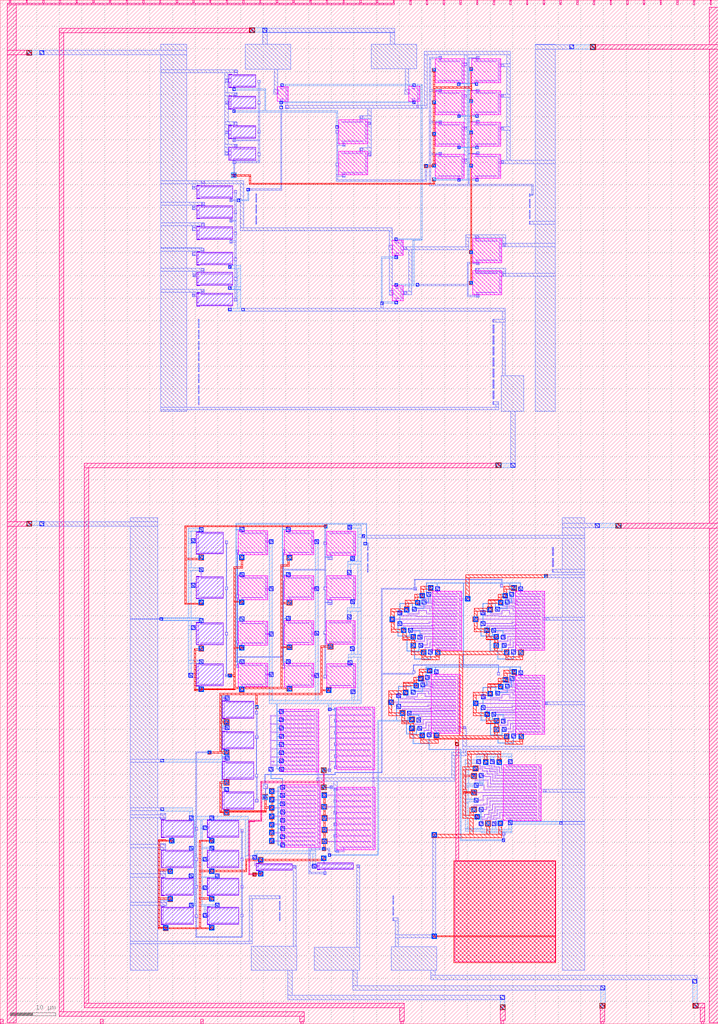
<source format=lef>
MACRO tt_um_Burrows_Katie
  CLASS BLOCK ;
  FOREIGN tt_um_Burrows_Katie ;
  ORIGIN -2.000 0.000 ;
  SIZE 158.355 BY 225.760 ;
  OBS
      LAYER pwell ;
        RECT 52.415 209.310 53.085 209.390 ;
        RECT 52.415 206.520 58.355 209.310 ;
      LAYER nwell ;
        RECT 97.890 207.500 104.310 212.780 ;
        RECT 105.970 207.500 112.390 212.780 ;
      LAYER pwell ;
        RECT 52.415 206.440 53.085 206.520 ;
        RECT 52.415 204.610 53.085 204.690 ;
        RECT 52.415 201.820 58.355 204.610 ;
      LAYER nwell ;
        RECT 63.075 203.430 65.495 206.710 ;
        RECT 92.055 203.465 94.475 206.745 ;
      LAYER pwell ;
        RECT 52.415 201.740 53.085 201.820 ;
      LAYER nwell ;
        RECT 97.890 200.510 104.310 205.790 ;
        RECT 105.970 200.510 112.390 205.790 ;
      LAYER pwell ;
        RECT 52.415 198.075 53.085 198.155 ;
        RECT 52.415 195.285 58.355 198.075 ;
        RECT 52.415 195.205 53.085 195.285 ;
      LAYER nwell ;
        RECT 76.600 194.120 83.020 199.400 ;
        RECT 97.890 193.520 104.310 198.800 ;
        RECT 105.970 193.520 112.390 198.800 ;
      LAYER pwell ;
        RECT 52.415 193.265 53.085 193.345 ;
        RECT 52.415 190.475 58.355 193.265 ;
        RECT 52.415 190.395 53.085 190.475 ;
      LAYER nwell ;
        RECT 76.600 187.205 83.020 192.485 ;
        RECT 97.890 186.495 104.310 191.775 ;
        RECT 105.970 186.495 112.390 191.775 ;
      LAYER pwell ;
        RECT 45.320 184.870 45.990 184.950 ;
        RECT 45.320 182.080 53.260 184.870 ;
        RECT 45.320 182.000 45.990 182.080 ;
        RECT 45.320 180.395 45.990 180.475 ;
        RECT 45.320 177.605 53.260 180.395 ;
        RECT 45.320 177.525 45.990 177.605 ;
        RECT 45.320 175.780 45.990 175.860 ;
        RECT 45.320 172.990 53.260 175.780 ;
        RECT 45.320 172.910 45.990 172.990 ;
        RECT 45.300 170.205 45.970 170.285 ;
        RECT 45.300 167.415 53.240 170.205 ;
      LAYER nwell ;
        RECT 88.450 169.495 90.870 172.775 ;
        RECT 106.195 167.880 112.615 173.160 ;
      LAYER pwell ;
        RECT 45.300 167.335 45.970 167.415 ;
        RECT 45.300 165.690 45.970 165.770 ;
        RECT 45.300 162.900 53.240 165.690 ;
        RECT 45.300 162.820 45.970 162.900 ;
        RECT 45.300 161.100 45.970 161.180 ;
        RECT 45.300 158.310 53.240 161.100 ;
      LAYER nwell ;
        RECT 88.445 159.495 90.865 162.775 ;
        RECT 106.195 160.770 112.615 166.050 ;
      LAYER pwell ;
        RECT 45.300 158.230 45.970 158.310 ;
        RECT 45.250 108.400 45.920 108.480 ;
        RECT 45.250 103.610 51.190 108.400 ;
        RECT 45.250 103.530 45.920 103.610 ;
      LAYER nwell ;
        RECT 54.515 103.420 60.935 108.700 ;
        RECT 64.665 103.420 71.085 108.700 ;
        RECT 73.945 103.375 80.365 108.655 ;
      LAYER pwell ;
        RECT 45.250 98.585 45.920 98.665 ;
        RECT 45.250 93.795 51.190 98.585 ;
        RECT 45.250 93.715 45.920 93.795 ;
      LAYER nwell ;
        RECT 54.515 93.525 60.935 98.805 ;
        RECT 64.665 93.545 71.085 98.825 ;
        RECT 73.945 93.485 80.365 98.765 ;
      LAYER pwell ;
        RECT 45.250 88.425 45.920 88.505 ;
        RECT 45.250 83.635 51.190 88.425 ;
        RECT 45.250 83.555 45.920 83.635 ;
      LAYER nwell ;
        RECT 54.515 83.480 60.935 88.760 ;
        RECT 64.665 83.605 71.085 88.885 ;
        RECT 73.900 83.650 80.320 88.930 ;
        RECT 97.345 82.390 103.765 95.360 ;
        RECT 115.690 82.390 122.110 95.360 ;
      LAYER pwell ;
        RECT 45.250 79.360 45.920 79.440 ;
        RECT 45.250 74.570 51.190 79.360 ;
        RECT 45.250 74.490 45.920 74.570 ;
      LAYER nwell ;
        RECT 54.515 74.280 60.935 79.560 ;
        RECT 64.665 74.185 71.085 79.465 ;
        RECT 73.945 74.090 80.365 79.370 ;
      LAYER pwell ;
        RECT 50.935 71.145 51.605 71.225 ;
        RECT 50.935 67.355 57.875 71.145 ;
        RECT 50.935 67.275 51.605 67.355 ;
        RECT 50.935 64.455 51.605 64.535 ;
        RECT 50.935 60.665 57.875 64.455 ;
        RECT 50.935 60.585 51.605 60.665 ;
        RECT 50.935 57.765 51.605 57.845 ;
        RECT 50.935 53.975 57.875 57.765 ;
      LAYER nwell ;
        RECT 63.860 55.625 72.280 69.365 ;
        RECT 76.215 56.045 84.635 69.845 ;
        RECT 97.040 64.100 103.460 77.070 ;
        RECT 115.695 63.855 122.115 76.825 ;
      LAYER pwell ;
        RECT 50.935 53.895 51.605 53.975 ;
        RECT 50.935 51.125 51.605 51.205 ;
        RECT 50.935 47.335 57.875 51.125 ;
        RECT 50.935 47.255 51.605 47.335 ;
        RECT 37.465 44.925 38.135 45.005 ;
        RECT 47.590 44.925 48.260 45.005 ;
        RECT 37.465 41.135 44.505 44.925 ;
        RECT 47.590 41.135 54.630 44.925 ;
        RECT 37.465 41.055 38.135 41.135 ;
        RECT 47.590 41.055 48.260 41.135 ;
      LAYER nwell ;
        RECT 64.115 38.920 72.535 52.660 ;
        RECT 76.235 38.400 84.655 52.200 ;
        RECT 112.880 44.825 121.300 57.165 ;
      LAYER pwell ;
        RECT 37.465 38.230 38.135 38.310 ;
        RECT 47.590 38.230 48.260 38.310 ;
        RECT 37.465 34.440 44.505 38.230 ;
        RECT 47.590 34.440 54.630 38.230 ;
        RECT 71.945 35.470 72.615 35.550 ;
        RECT 58.495 35.295 59.165 35.375 ;
        RECT 37.465 34.360 38.135 34.440 ;
        RECT 47.590 34.360 48.260 34.440 ;
        RECT 58.495 33.875 66.435 35.295 ;
        RECT 71.945 34.050 79.885 35.470 ;
        RECT 71.945 33.970 72.615 34.050 ;
        RECT 58.495 33.795 59.165 33.875 ;
        RECT 37.465 32.115 38.135 32.195 ;
        RECT 47.590 32.115 48.260 32.195 ;
        RECT 37.465 28.325 44.505 32.115 ;
        RECT 47.590 28.325 54.630 32.115 ;
        RECT 37.465 28.245 38.135 28.325 ;
        RECT 47.590 28.245 48.260 28.325 ;
        RECT 37.465 25.710 38.135 25.790 ;
        RECT 47.590 25.710 48.260 25.790 ;
        RECT 37.465 21.920 44.505 25.710 ;
        RECT 47.590 21.920 54.630 25.710 ;
        RECT 37.465 21.840 38.135 21.920 ;
        RECT 47.590 21.840 48.260 21.920 ;
      LAYER li1 ;
        RECT 98.765 212.760 99.295 213.290 ;
        RECT 107.045 212.760 107.575 213.290 ;
        RECT 98.880 212.365 99.180 212.760 ;
        RECT 98.575 212.195 103.325 212.365 ;
        RECT 103.760 211.700 104.090 212.445 ;
        RECT 107.160 212.365 107.460 212.760 ;
        RECT 106.655 212.195 111.405 212.365 ;
        RECT 104.375 211.700 104.905 211.835 ;
        RECT 103.760 211.370 104.905 211.700 ;
        RECT 52.585 208.395 52.915 209.220 ;
        RECT 53.620 209.140 54.320 210.330 ;
        RECT 97.370 210.100 97.970 210.700 ;
        RECT 53.350 208.970 58.100 209.140 ;
        RECT 51.675 207.695 52.915 208.395 ;
        RECT 52.585 206.610 52.915 207.695 ;
        RECT 58.780 207.550 59.310 208.080 ;
        RECT 98.575 207.915 103.325 208.085 ;
        RECT 103.010 207.500 103.180 207.915 ;
        RECT 103.760 207.835 104.090 211.370 ;
        RECT 104.375 211.305 104.905 211.370 ;
        RECT 111.840 211.545 112.170 212.445 ;
        RECT 112.475 211.545 113.005 211.685 ;
        RECT 111.840 211.215 113.005 211.545 ;
        RECT 105.565 210.240 106.165 210.840 ;
        RECT 106.655 207.915 111.405 208.085 ;
        RECT 106.860 207.770 107.165 207.915 ;
        RECT 111.840 207.835 112.170 211.215 ;
        RECT 112.475 211.155 113.005 211.215 ;
        RECT 106.865 207.500 107.165 207.770 ;
        RECT 53.350 206.690 58.100 206.860 ;
        RECT 63.880 206.760 64.410 207.290 ;
        RECT 92.965 206.760 93.495 207.290 ;
        RECT 102.830 206.970 103.360 207.500 ;
        RECT 106.750 206.970 107.280 207.500 ;
        RECT 53.420 206.360 53.720 206.690 ;
        RECT 53.305 205.830 53.835 206.360 ;
        RECT 63.995 206.295 64.165 206.760 ;
        RECT 64.965 206.375 65.295 206.395 ;
        RECT 63.800 206.125 64.470 206.295 ;
        RECT 52.585 203.495 52.915 204.520 ;
        RECT 53.610 204.440 54.310 205.265 ;
        RECT 62.340 205.050 63.230 205.940 ;
        RECT 53.350 204.270 58.100 204.440 ;
        RECT 63.800 203.950 64.470 204.015 ;
        RECT 51.675 202.795 52.915 203.495 ;
        RECT 63.785 203.845 64.470 203.950 ;
        RECT 63.785 203.485 64.185 203.845 ;
        RECT 64.945 203.765 65.295 206.375 ;
        RECT 93.090 206.330 93.390 206.760 ;
        RECT 92.780 206.160 93.450 206.330 ;
        RECT 93.090 206.125 93.390 206.160 ;
        RECT 91.250 205.050 92.140 205.940 ;
        RECT 92.780 203.880 93.450 204.050 ;
        RECT 93.925 203.940 94.255 206.410 ;
        RECT 98.765 205.565 99.295 206.095 ;
        RECT 107.045 205.565 107.575 206.095 ;
        RECT 98.880 205.375 99.180 205.565 ;
        RECT 98.575 205.205 103.325 205.375 ;
        RECT 58.780 202.895 59.310 203.425 ;
        RECT 63.700 202.955 64.230 203.485 ;
        RECT 52.585 201.910 52.915 202.795 ;
        RECT 64.965 202.410 65.295 203.765 ;
        RECT 93.090 203.505 93.390 203.880 ;
        RECT 93.900 203.800 94.255 203.940 ;
        RECT 103.760 204.780 104.090 205.455 ;
        RECT 107.160 205.375 107.460 205.565 ;
        RECT 106.655 205.205 111.405 205.375 ;
        RECT 104.395 204.780 104.925 204.920 ;
        RECT 103.760 204.450 104.925 204.780 ;
        RECT 92.965 202.975 93.495 203.505 ;
        RECT 93.900 202.505 94.230 203.800 ;
        RECT 97.370 202.925 97.970 203.525 ;
        RECT 53.350 201.990 58.100 202.160 ;
        RECT 53.380 201.550 53.680 201.990 ;
        RECT 64.965 201.980 65.505 202.410 ;
        RECT 64.975 201.880 65.505 201.980 ;
        RECT 93.775 201.975 94.305 202.505 ;
        RECT 53.265 201.020 53.795 201.550 ;
        RECT 98.575 200.925 103.325 201.095 ;
        RECT 103.095 200.435 103.265 200.925 ;
        RECT 103.760 200.845 104.090 204.450 ;
        RECT 104.395 204.390 104.925 204.450 ;
        RECT 111.840 204.780 112.170 205.455 ;
        RECT 112.475 204.780 113.005 204.920 ;
        RECT 111.840 204.450 113.005 204.780 ;
        RECT 105.565 203.160 106.165 203.760 ;
        RECT 106.655 200.925 111.405 201.095 ;
        RECT 106.950 200.435 107.250 200.925 ;
        RECT 111.840 200.845 112.170 204.450 ;
        RECT 112.475 204.390 113.005 204.450 ;
        RECT 81.245 198.985 81.945 200.205 ;
        RECT 102.915 199.905 103.445 200.435 ;
        RECT 106.835 199.905 107.365 200.435 ;
        RECT 52.585 196.960 52.915 197.985 ;
        RECT 53.535 197.905 54.235 198.835 ;
        RECT 77.285 198.815 82.035 198.985 ;
        RECT 82.470 198.945 82.800 199.065 ;
        RECT 82.470 198.245 83.770 198.945 ;
        RECT 98.765 198.590 99.295 199.120 ;
        RECT 107.045 198.660 107.575 199.190 ;
        RECT 98.880 198.385 99.180 198.590 ;
        RECT 53.350 197.735 58.100 197.905 ;
        RECT 51.675 196.260 52.915 196.960 ;
        RECT 58.780 196.500 59.310 197.030 ;
        RECT 76.045 196.515 76.575 197.045 ;
        RECT 52.585 195.375 52.915 196.260 ;
        RECT 53.350 195.455 58.100 195.625 ;
        RECT 53.435 195.130 53.735 195.455 ;
        RECT 53.320 194.600 53.850 195.130 ;
        RECT 77.285 194.535 82.035 194.705 ;
        RECT 77.605 194.150 77.905 194.535 ;
        RECT 82.470 194.455 82.800 198.245 ;
        RECT 98.575 198.215 103.325 198.385 ;
        RECT 103.760 197.605 104.090 198.465 ;
        RECT 107.160 198.385 107.460 198.660 ;
        RECT 106.655 198.215 111.405 198.385 ;
        RECT 104.395 197.605 104.925 197.810 ;
        RECT 103.760 197.280 104.925 197.605 ;
        RECT 111.840 197.605 112.170 198.465 ;
        RECT 112.475 197.605 113.005 197.810 ;
        RECT 111.840 197.280 113.005 197.605 ;
        RECT 103.760 197.275 104.825 197.280 ;
        RECT 111.840 197.275 112.905 197.280 ;
        RECT 97.370 195.975 97.970 196.575 ;
        RECT 52.585 192.270 52.915 193.175 ;
        RECT 53.590 193.095 54.290 193.910 ;
        RECT 77.490 193.620 78.020 194.150 ;
        RECT 98.575 193.935 103.325 194.105 ;
        RECT 103.095 193.555 103.265 193.935 ;
        RECT 103.760 193.855 104.090 197.275 ;
        RECT 105.565 196.290 106.165 196.890 ;
        RECT 106.655 193.935 111.405 194.105 ;
        RECT 106.950 193.555 107.250 193.935 ;
        RECT 111.840 193.855 112.170 197.275 ;
        RECT 53.350 192.925 58.100 193.095 ;
        RECT 51.675 191.570 52.915 192.270 ;
        RECT 81.245 192.070 81.945 193.100 ;
        RECT 102.915 193.025 103.445 193.555 ;
        RECT 106.835 193.025 107.365 193.555 ;
        RECT 52.585 190.565 52.915 191.570 ;
        RECT 58.780 191.455 59.310 191.985 ;
        RECT 77.285 191.900 82.035 192.070 ;
        RECT 82.470 192.050 82.800 192.150 ;
        RECT 82.470 191.350 83.770 192.050 ;
        RECT 98.765 191.615 99.295 192.145 ;
        RECT 107.045 191.680 107.575 192.210 ;
        RECT 98.945 191.360 99.115 191.615 ;
        RECT 53.350 190.645 58.100 190.815 ;
        RECT 53.400 190.310 53.700 190.645 ;
        RECT 53.320 189.780 53.850 190.310 ;
        RECT 76.025 189.240 76.555 189.770 ;
        RECT 77.285 187.620 82.035 187.790 ;
        RECT 77.605 187.285 77.905 187.620 ;
        RECT 82.470 187.540 82.800 191.350 ;
        RECT 98.575 191.190 103.325 191.360 ;
        RECT 103.760 190.505 104.090 191.440 ;
        RECT 107.160 191.360 107.460 191.680 ;
        RECT 106.655 191.190 111.405 191.360 ;
        RECT 104.395 190.505 104.925 190.745 ;
        RECT 103.760 190.215 104.925 190.505 ;
        RECT 103.760 190.175 104.825 190.215 ;
        RECT 97.370 188.950 97.970 189.550 ;
        RECT 77.490 186.755 78.020 187.285 ;
        RECT 98.575 186.910 103.325 187.080 ;
        RECT 103.095 186.395 103.265 186.910 ;
        RECT 103.760 186.830 104.090 190.175 ;
        RECT 111.840 190.065 112.170 191.440 ;
        RECT 112.475 190.065 113.005 190.305 ;
        RECT 111.840 189.775 113.005 190.065 ;
        RECT 111.840 189.735 112.905 189.775 ;
        RECT 105.565 188.950 106.165 189.550 ;
        RECT 106.655 186.910 111.405 187.080 ;
        RECT 106.950 186.395 107.250 186.910 ;
        RECT 111.840 186.830 112.170 189.735 ;
        RECT 45.490 184.700 45.820 184.780 ;
        RECT 46.355 184.700 47.055 185.875 ;
        RECT 102.915 185.865 103.445 186.395 ;
        RECT 106.835 185.865 107.365 186.395 ;
        RECT 44.430 184.000 45.820 184.700 ;
        RECT 46.235 184.530 53.025 184.700 ;
        RECT 45.490 182.170 45.820 184.000 ;
        RECT 53.640 183.185 54.170 183.715 ;
        RECT 46.235 182.250 53.025 182.420 ;
        RECT 52.720 181.890 53.020 182.250 ;
        RECT 52.630 181.360 53.160 181.890 ;
        RECT 58.325 181.170 58.495 183.050 ;
        RECT 118.660 182.380 118.830 183.050 ;
        RECT 45.490 180.245 45.820 180.305 ;
        RECT 44.430 179.545 45.820 180.245 ;
        RECT 46.355 180.225 47.055 181.145 ;
        RECT 46.235 180.055 53.025 180.225 ;
        RECT 45.490 177.695 45.820 179.545 ;
        RECT 53.640 178.730 54.170 179.260 ;
        RECT 58.325 178.750 58.495 180.630 ;
        RECT 118.660 179.960 118.830 181.840 ;
        RECT 46.235 177.775 53.025 177.945 ;
        RECT 52.715 177.375 53.015 177.775 ;
        RECT 52.630 176.845 53.160 177.375 ;
        RECT 45.490 175.645 45.820 175.690 ;
        RECT 44.430 174.945 45.820 175.645 ;
        RECT 46.355 175.610 47.055 176.580 ;
        RECT 58.325 176.330 58.495 178.210 ;
        RECT 118.660 177.540 118.830 179.420 ;
        RECT 118.660 176.330 118.830 177.000 ;
        RECT 46.235 175.440 53.025 175.610 ;
        RECT 45.490 173.080 45.820 174.945 ;
        RECT 53.640 174.035 54.170 174.565 ;
        RECT 46.235 173.160 53.025 173.330 ;
        RECT 52.720 172.775 53.020 173.160 ;
        RECT 52.630 172.245 53.160 172.775 ;
        RECT 89.030 172.745 89.560 173.275 ;
        RECT 106.780 172.745 107.480 173.765 ;
        RECT 89.175 172.360 89.475 172.745 ;
        RECT 106.780 172.640 111.630 172.745 ;
        RECT 106.880 172.575 111.630 172.640 ;
        RECT 89.175 172.190 89.845 172.360 ;
        RECT 89.175 172.130 89.475 172.190 ;
        RECT 45.470 170.100 45.800 170.115 ;
        RECT 44.430 169.400 45.800 170.100 ;
        RECT 46.270 170.035 46.970 171.010 ;
        RECT 87.675 170.740 88.565 171.630 ;
        RECT 90.320 171.385 90.650 172.440 ;
        RECT 112.065 172.085 112.395 172.825 ;
        RECT 112.065 171.385 113.510 172.085 ;
        RECT 90.320 170.685 91.585 171.385 ;
        RECT 46.215 169.865 53.005 170.035 ;
        RECT 89.175 169.910 89.845 170.080 ;
        RECT 45.470 167.505 45.800 169.400 ;
        RECT 89.175 169.305 89.475 169.910 ;
        RECT 90.320 169.830 90.650 170.685 ;
        RECT 105.535 169.885 106.135 170.485 ;
        RECT 53.615 168.325 54.145 168.855 ;
        RECT 89.055 168.775 89.585 169.305 ;
        RECT 106.980 168.465 107.680 168.475 ;
        RECT 106.880 168.295 111.630 168.465 ;
        RECT 46.215 167.585 53.005 167.755 ;
        RECT 45.470 165.460 45.800 165.600 ;
        RECT 46.270 165.520 46.970 166.560 ;
        RECT 52.285 166.550 52.985 167.585 ;
        RECT 106.980 167.350 107.680 168.295 ;
        RECT 112.065 168.215 112.395 171.385 ;
        RECT 106.780 165.635 107.480 166.595 ;
        RECT 106.780 165.545 111.630 165.635 ;
        RECT 44.495 164.760 45.800 165.460 ;
        RECT 46.215 165.350 53.005 165.520 ;
        RECT 106.880 165.465 111.630 165.545 ;
        RECT 112.065 165.530 112.395 165.715 ;
        RECT 45.470 162.990 45.800 164.760 ;
        RECT 112.065 164.830 113.420 165.530 ;
        RECT 53.645 164.015 54.175 164.545 ;
        RECT 46.215 163.070 53.005 163.240 ;
        RECT 52.285 162.010 52.985 163.070 ;
        RECT 89.045 162.685 89.575 163.215 ;
        RECT 93.770 162.715 94.300 163.245 ;
        RECT 105.535 163.095 106.135 163.695 ;
        RECT 89.180 162.360 89.480 162.685 ;
        RECT 89.170 162.190 89.840 162.360 ;
        RECT 89.180 162.120 89.480 162.190 ;
        RECT 45.470 160.995 45.800 161.010 ;
        RECT 44.430 160.295 45.800 160.995 ;
        RECT 46.270 160.930 46.970 161.985 ;
        RECT 46.215 160.760 53.005 160.930 ;
        RECT 87.765 160.780 88.655 161.670 ;
        RECT 90.315 161.430 90.645 162.440 ;
        RECT 45.470 158.400 45.800 160.295 ;
        RECT 90.315 160.730 91.650 161.430 ;
        RECT 106.880 161.185 111.630 161.355 ;
        RECT 53.625 159.415 54.155 159.945 ;
        RECT 89.170 159.910 89.840 160.080 ;
        RECT 89.180 159.315 89.480 159.910 ;
        RECT 90.315 159.830 90.645 160.730 ;
        RECT 106.980 160.210 107.680 161.185 ;
        RECT 112.065 161.105 112.395 164.830 ;
        RECT 89.055 158.785 89.585 159.315 ;
        RECT 46.215 158.480 53.005 158.650 ;
        RECT 52.265 157.260 52.965 158.480 ;
        RECT 45.685 153.510 45.855 155.390 ;
        RECT 110.690 154.720 110.860 155.390 ;
        RECT 45.685 151.090 45.855 152.970 ;
        RECT 110.690 152.300 110.860 154.180 ;
        RECT 45.685 148.670 45.855 150.550 ;
        RECT 110.690 149.880 110.860 151.760 ;
        RECT 45.685 146.250 45.855 148.130 ;
        RECT 110.690 147.460 110.860 149.340 ;
        RECT 45.685 143.830 45.855 145.710 ;
        RECT 110.690 145.040 110.860 146.920 ;
        RECT 45.685 141.410 45.855 143.290 ;
        RECT 110.690 142.620 110.860 144.500 ;
        RECT 45.685 138.990 45.855 140.870 ;
        RECT 110.690 140.200 110.860 142.080 ;
        RECT 45.685 136.570 45.855 138.450 ;
        RECT 110.690 137.780 110.860 139.660 ;
        RECT 110.690 136.570 110.860 137.240 ;
        RECT 46.055 108.910 46.585 109.080 ;
        RECT 55.040 108.920 55.570 109.090 ;
        RECT 65.275 108.920 65.805 109.090 ;
        RECT 45.420 107.065 45.750 108.310 ;
        RECT 46.230 108.230 46.400 108.910 ;
        RECT 55.215 108.285 55.385 108.920 ;
        RECT 46.185 108.060 50.935 108.230 ;
        RECT 55.200 108.115 59.950 108.285 ;
        RECT 46.230 108.055 46.400 108.060 ;
        RECT 44.065 106.065 45.750 107.065 ;
        RECT 60.385 106.490 60.715 108.365 ;
        RECT 65.450 108.285 65.620 108.920 ;
        RECT 65.350 108.115 70.100 108.285 ;
        RECT 70.535 106.530 70.865 108.365 ;
        RECT 78.665 108.240 79.365 109.670 ;
        RECT 74.630 108.070 79.380 108.240 ;
        RECT 78.665 108.060 79.365 108.070 ;
        RECT 45.420 103.700 45.750 106.065 ;
        RECT 51.595 105.925 52.125 106.455 ;
        RECT 60.385 106.420 61.760 106.490 ;
        RECT 70.535 106.420 71.970 106.530 ;
        RECT 60.385 106.250 62.045 106.420 ;
        RECT 70.535 106.250 72.070 106.420 ;
        RECT 60.385 106.160 61.760 106.250 ;
        RECT 70.535 106.200 71.970 106.250 ;
        RECT 54.035 103.960 54.565 104.490 ;
        RECT 46.185 103.780 50.935 103.950 ;
        RECT 55.200 103.835 59.950 104.005 ;
        RECT 46.255 103.330 46.425 103.780 ;
        RECT 55.240 103.365 55.410 103.835 ;
        RECT 60.385 103.755 60.715 106.160 ;
        RECT 64.195 103.930 64.725 104.460 ;
        RECT 65.350 103.835 70.100 104.005 ;
        RECT 45.795 102.330 46.795 103.330 ;
        RECT 54.780 102.365 55.780 103.365 ;
        RECT 65.735 103.305 65.905 103.835 ;
        RECT 70.535 103.755 70.865 106.200 ;
        RECT 73.395 105.720 73.925 106.250 ;
        RECT 74.630 103.790 79.380 103.960 ;
        RECT 65.275 102.305 66.275 103.305 ;
        RECT 74.650 103.285 74.820 103.790 ;
        RECT 74.245 102.395 75.135 103.285 ;
        RECT 79.815 102.750 80.145 108.320 ;
        RECT 82.970 104.425 83.140 105.095 ;
        RECT 79.530 102.705 80.145 102.750 ;
        RECT 79.430 102.535 80.145 102.705 ;
        RECT 79.530 102.420 80.145 102.535 ;
        RECT 82.970 102.005 83.140 103.885 ;
        RECT 123.805 103.215 123.975 105.095 ;
        RECT 46.055 100.060 46.585 100.230 ;
        RECT 45.420 97.270 45.750 98.495 ;
        RECT 46.230 98.415 46.400 100.060 ;
        RECT 55.040 98.960 55.570 99.130 ;
        RECT 65.275 98.980 65.805 99.150 ;
        RECT 46.185 98.245 50.935 98.415 ;
        RECT 55.215 98.390 55.385 98.960 ;
        RECT 55.200 98.220 59.950 98.390 ;
        RECT 44.065 96.270 45.750 97.270 ;
        RECT 45.420 93.885 45.750 96.270 ;
        RECT 51.615 95.815 52.145 96.345 ;
        RECT 60.385 96.100 60.715 98.470 ;
        RECT 65.450 98.410 65.620 98.980 ;
        RECT 64.195 97.735 64.725 98.265 ;
        RECT 65.350 98.240 70.100 98.410 ;
        RECT 70.535 96.205 70.865 98.490 ;
        RECT 78.665 98.350 79.365 99.765 ;
        RECT 82.970 99.585 83.140 101.465 ;
        RECT 123.805 100.795 123.975 102.675 ;
        RECT 123.805 99.585 123.975 100.255 ;
        RECT 74.630 98.180 79.380 98.350 ;
        RECT 78.665 98.155 79.365 98.180 ;
        RECT 60.385 96.070 61.805 96.100 ;
        RECT 70.535 96.070 71.970 96.205 ;
        RECT 60.385 95.900 62.045 96.070 ;
        RECT 70.535 95.900 72.070 96.070 ;
        RECT 60.385 95.770 61.805 95.900 ;
        RECT 70.535 95.875 71.970 95.900 ;
        RECT 46.185 93.965 50.935 94.135 ;
        RECT 54.035 94.030 54.565 94.560 ;
        RECT 46.255 93.420 46.425 93.965 ;
        RECT 55.200 93.940 59.950 94.110 ;
        RECT 55.240 93.455 55.410 93.940 ;
        RECT 60.385 93.860 60.715 95.770 ;
        RECT 65.350 93.960 70.100 94.130 ;
        RECT 45.795 92.420 46.795 93.420 ;
        RECT 54.780 92.455 55.780 93.455 ;
        RECT 65.735 93.410 65.905 93.960 ;
        RECT 70.535 93.880 70.865 95.875 ;
        RECT 73.415 95.755 73.945 96.285 ;
        RECT 74.630 93.900 79.380 94.070 ;
        RECT 65.275 92.410 66.275 93.410 ;
        RECT 74.650 93.385 74.820 93.900 ;
        RECT 74.245 92.495 75.135 93.385 ;
        RECT 79.815 93.235 80.145 98.430 ;
        RECT 93.260 95.695 93.790 96.225 ;
        RECT 96.465 95.630 97.465 96.630 ;
        RECT 112.295 96.290 112.825 96.820 ;
        RECT 98.155 95.850 98.685 96.020 ;
        RECT 94.560 93.930 95.560 94.905 ;
        RECT 96.225 94.745 96.755 94.770 ;
        RECT 96.225 94.600 96.840 94.745 ;
        RECT 96.595 94.575 96.840 94.600 ;
        RECT 94.560 93.905 96.400 93.930 ;
        RECT 95.135 93.760 96.400 93.905 ;
        RECT 79.530 93.185 80.145 93.235 ;
        RECT 79.430 93.015 80.145 93.185 ;
        RECT 79.530 92.905 80.145 93.015 ;
        RECT 93.530 92.340 94.530 93.340 ;
        RECT 96.230 93.270 96.400 93.760 ;
        RECT 96.670 93.685 96.840 94.575 ;
        RECT 97.190 94.305 97.360 95.630 ;
        RECT 98.335 94.945 98.505 95.850 ;
        RECT 114.795 95.630 115.795 96.630 ;
        RECT 116.485 95.850 117.015 96.020 ;
        RECT 98.030 94.775 102.780 94.945 ;
        RECT 98.030 94.305 102.780 94.315 ;
        RECT 97.190 94.145 102.780 94.305 ;
        RECT 97.190 94.135 98.160 94.145 ;
        RECT 103.215 93.780 103.545 95.025 ;
        RECT 104.595 93.780 105.595 94.220 ;
        RECT 112.890 93.930 113.890 94.905 ;
        RECT 114.555 94.745 115.085 94.770 ;
        RECT 114.555 94.600 115.170 94.745 ;
        RECT 114.925 94.575 115.170 94.600 ;
        RECT 112.890 93.905 114.730 93.930 ;
        RECT 96.670 93.515 102.780 93.685 ;
        RECT 103.215 93.450 105.595 93.780 ;
        RECT 113.465 93.760 114.730 93.905 ;
        RECT 96.230 93.100 97.730 93.270 ;
        RECT 95.175 92.930 95.790 93.100 ;
        RECT 95.620 92.865 95.790 92.930 ;
        RECT 97.560 93.055 97.730 93.100 ;
        RECT 97.560 92.885 102.780 93.055 ;
        RECT 95.620 92.695 97.270 92.865 ;
        RECT 97.100 92.625 97.270 92.695 ;
        RECT 97.100 92.455 97.745 92.625 ;
        RECT 94.360 92.235 94.530 92.340 ;
        RECT 97.575 92.425 97.745 92.455 ;
        RECT 97.575 92.255 102.780 92.425 ;
        RECT 94.360 92.065 97.165 92.235 ;
        RECT 91.180 90.835 92.180 91.835 ;
        RECT 96.995 91.795 97.165 92.065 ;
        RECT 93.420 91.585 96.805 91.755 ;
        RECT 96.995 91.625 102.780 91.795 ;
        RECT 93.420 91.520 93.590 91.585 ;
        RECT 93.060 91.350 93.590 91.520 ;
        RECT 94.215 91.060 96.080 91.230 ;
        RECT 89.860 90.620 90.390 90.705 ;
        RECT 89.860 90.450 90.650 90.620 ;
        RECT 90.480 90.050 90.650 90.450 ;
        RECT 91.830 90.510 92.000 90.835 ;
        RECT 94.215 90.510 94.385 91.060 ;
        RECT 91.830 90.340 94.385 90.510 ;
        RECT 95.910 90.535 96.080 91.060 ;
        RECT 96.635 91.165 96.805 91.585 ;
        RECT 96.635 90.995 102.780 91.165 ;
        RECT 95.910 90.365 102.780 90.535 ;
        RECT 91.470 90.050 93.745 90.075 ;
        RECT 55.040 89.190 55.570 89.360 ;
        RECT 65.275 89.315 65.805 89.485 ;
        RECT 46.055 88.840 46.585 89.010 ;
        RECT 45.420 87.910 45.750 88.335 ;
        RECT 46.230 88.255 46.400 88.840 ;
        RECT 55.225 88.345 55.395 89.190 ;
        RECT 65.460 88.470 65.630 89.315 ;
        RECT 46.185 88.085 50.935 88.255 ;
        RECT 55.200 88.175 59.950 88.345 ;
        RECT 44.065 86.910 45.750 87.910 ;
        RECT 45.420 83.725 45.750 86.910 ;
        RECT 51.595 85.740 52.125 86.270 ;
        RECT 60.385 86.115 60.715 88.425 ;
        RECT 65.350 88.300 70.100 88.470 ;
        RECT 64.195 87.730 64.725 88.260 ;
        RECT 70.535 86.265 70.865 88.550 ;
        RECT 78.615 88.515 79.315 89.955 ;
        RECT 90.480 89.905 93.745 90.050 ;
        RECT 90.480 89.880 91.640 89.905 ;
        RECT 93.575 89.735 102.780 89.905 ;
        RECT 87.965 89.275 88.965 89.675 ;
        RECT 87.965 89.105 102.780 89.275 ;
        RECT 87.965 88.675 88.965 89.105 ;
        RECT 98.030 88.615 102.780 88.645 ;
        RECT 74.585 88.345 79.335 88.515 ;
        RECT 70.535 86.210 71.970 86.265 ;
        RECT 60.385 86.050 61.850 86.115 ;
        RECT 60.385 85.880 62.045 86.050 ;
        RECT 70.535 86.040 72.070 86.210 ;
        RECT 70.535 85.935 71.970 86.040 ;
        RECT 73.355 85.995 73.885 86.525 ;
        RECT 60.385 85.785 61.850 85.880 ;
        RECT 54.035 83.980 54.565 84.510 ;
        RECT 46.185 83.805 50.935 83.975 ;
        RECT 55.200 83.895 59.950 84.065 ;
        RECT 46.255 83.265 46.425 83.805 ;
        RECT 55.240 83.440 55.410 83.895 ;
        RECT 60.385 83.815 60.715 85.785 ;
        RECT 65.350 84.020 70.100 84.190 ;
        RECT 65.735 83.555 65.905 84.020 ;
        RECT 70.535 83.940 70.865 85.935 ;
        RECT 74.585 84.065 79.335 84.235 ;
        RECT 74.590 83.705 74.760 84.065 ;
        RECT 45.795 82.265 46.795 83.265 ;
        RECT 54.780 82.440 55.780 83.440 ;
        RECT 65.275 82.555 66.275 83.555 ;
        RECT 74.320 82.705 75.320 83.705 ;
        RECT 79.770 82.830 80.100 88.595 ;
        RECT 96.490 88.475 102.780 88.615 ;
        RECT 96.490 88.445 98.245 88.475 ;
        RECT 96.490 88.345 96.660 88.445 ;
        RECT 89.860 88.175 96.660 88.345 ;
        RECT 97.055 88.015 98.195 88.030 ;
        RECT 97.055 87.860 102.780 88.015 ;
        RECT 97.055 87.810 97.225 87.860 ;
        RECT 98.030 87.845 102.780 87.860 ;
        RECT 90.915 87.640 97.225 87.810 ;
        RECT 90.915 87.295 91.085 87.640 ;
        RECT 98.030 87.365 102.780 87.385 ;
        RECT 97.515 87.325 102.780 87.365 ;
        RECT 90.500 86.295 91.500 87.295 ;
        RECT 92.640 87.215 102.780 87.325 ;
        RECT 92.640 87.195 98.185 87.215 ;
        RECT 92.640 87.155 97.685 87.195 ;
        RECT 92.640 86.880 92.810 87.155 ;
        RECT 92.195 86.710 92.810 86.880 ;
        RECT 93.295 86.585 102.780 86.755 ;
        RECT 93.295 85.870 93.465 86.585 ;
        RECT 94.760 85.955 102.780 86.125 ;
        RECT 92.575 84.870 93.575 85.870 ;
        RECT 94.760 85.360 94.930 85.955 ;
        RECT 94.300 85.190 94.930 85.360 ;
        RECT 94.480 85.150 94.930 85.190 ;
        RECT 95.470 85.325 102.780 85.495 ;
        RECT 95.470 84.455 95.640 85.325 ;
        RECT 93.450 84.285 95.640 84.455 ;
        RECT 96.080 84.695 102.780 84.865 ;
        RECT 93.450 83.925 93.620 84.285 ;
        RECT 92.575 83.340 93.620 83.925 ;
        RECT 96.080 83.605 96.250 84.695 ;
        RECT 94.685 83.535 96.250 83.605 ;
        RECT 94.505 83.435 96.250 83.535 ;
        RECT 96.700 84.065 102.780 84.235 ;
        RECT 94.505 83.365 95.035 83.435 ;
        RECT 92.575 82.925 93.575 83.340 ;
        RECT 96.700 83.050 96.870 84.065 ;
        RECT 79.395 82.665 80.100 82.830 ;
        RECT 95.640 82.880 96.870 83.050 ;
        RECT 97.190 83.435 102.780 83.605 ;
        RECT 79.395 82.660 79.925 82.665 ;
        RECT 95.640 82.385 95.810 82.880 ;
        RECT 94.845 81.385 95.845 82.385 ;
        RECT 97.190 82.110 97.360 83.435 ;
        RECT 98.030 82.805 102.780 82.975 ;
        RECT 98.415 82.385 98.585 82.805 ;
        RECT 103.215 82.725 103.545 93.450 ;
        RECT 104.595 93.220 105.595 93.450 ;
        RECT 111.860 92.340 112.860 93.340 ;
        RECT 114.560 93.270 114.730 93.760 ;
        RECT 115.000 93.685 115.170 94.575 ;
        RECT 115.520 94.305 115.690 95.630 ;
        RECT 116.665 94.945 116.835 95.850 ;
        RECT 116.375 94.775 121.125 94.945 ;
        RECT 116.375 94.305 121.125 94.315 ;
        RECT 115.520 94.145 121.125 94.305 ;
        RECT 115.520 94.135 116.490 94.145 ;
        RECT 115.000 93.515 121.125 93.685 ;
        RECT 114.560 93.100 116.060 93.270 ;
        RECT 113.505 92.930 114.120 93.100 ;
        RECT 113.950 92.865 114.120 92.930 ;
        RECT 115.890 93.055 116.060 93.100 ;
        RECT 115.890 92.885 121.125 93.055 ;
        RECT 113.950 92.695 115.600 92.865 ;
        RECT 115.430 92.625 115.600 92.695 ;
        RECT 115.430 92.455 116.075 92.625 ;
        RECT 112.690 92.235 112.860 92.340 ;
        RECT 115.905 92.425 116.075 92.455 ;
        RECT 115.905 92.255 121.125 92.425 ;
        RECT 112.690 92.065 115.495 92.235 ;
        RECT 109.510 90.835 110.510 91.835 ;
        RECT 115.325 91.795 115.495 92.065 ;
        RECT 111.750 91.585 115.135 91.755 ;
        RECT 115.325 91.625 121.125 91.795 ;
        RECT 111.750 91.520 111.920 91.585 ;
        RECT 111.390 91.350 111.920 91.520 ;
        RECT 112.545 91.060 114.410 91.230 ;
        RECT 108.190 90.620 108.720 90.705 ;
        RECT 108.190 90.450 108.980 90.620 ;
        RECT 108.810 90.050 108.980 90.450 ;
        RECT 110.160 90.510 110.330 90.835 ;
        RECT 112.545 90.510 112.715 91.060 ;
        RECT 110.160 90.340 112.715 90.510 ;
        RECT 114.240 90.535 114.410 91.060 ;
        RECT 114.965 91.165 115.135 91.585 ;
        RECT 114.965 90.995 121.125 91.165 ;
        RECT 114.240 90.365 121.125 90.535 ;
        RECT 109.800 90.050 112.075 90.075 ;
        RECT 108.810 89.905 112.075 90.050 ;
        RECT 108.810 89.880 109.970 89.905 ;
        RECT 111.905 89.735 121.125 89.905 ;
        RECT 106.295 89.275 107.295 89.695 ;
        RECT 121.560 89.650 121.890 95.025 ;
        RECT 106.295 89.105 121.125 89.275 ;
        RECT 106.295 88.695 107.295 89.105 ;
        RECT 121.560 88.950 123.005 89.650 ;
        RECT 116.375 88.615 121.125 88.645 ;
        RECT 114.820 88.475 121.125 88.615 ;
        RECT 114.820 88.445 116.575 88.475 ;
        RECT 114.820 88.345 114.990 88.445 ;
        RECT 108.190 88.175 114.990 88.345 ;
        RECT 115.385 88.015 116.525 88.030 ;
        RECT 115.385 87.860 121.125 88.015 ;
        RECT 115.385 87.810 115.555 87.860 ;
        RECT 116.375 87.845 121.125 87.860 ;
        RECT 109.245 87.640 115.555 87.810 ;
        RECT 109.245 87.295 109.415 87.640 ;
        RECT 116.375 87.365 121.125 87.385 ;
        RECT 115.845 87.325 121.125 87.365 ;
        RECT 108.830 86.295 109.830 87.295 ;
        RECT 110.970 87.215 121.125 87.325 ;
        RECT 110.970 87.195 116.515 87.215 ;
        RECT 110.970 87.155 116.015 87.195 ;
        RECT 110.970 86.880 111.140 87.155 ;
        RECT 110.525 86.710 111.140 86.880 ;
        RECT 111.625 86.585 121.125 86.755 ;
        RECT 111.625 85.870 111.795 86.585 ;
        RECT 113.090 85.955 121.125 86.125 ;
        RECT 110.905 84.870 111.905 85.870 ;
        RECT 113.090 85.360 113.260 85.955 ;
        RECT 112.630 85.190 113.260 85.360 ;
        RECT 112.810 85.150 113.260 85.190 ;
        RECT 113.800 85.325 121.125 85.495 ;
        RECT 113.800 84.455 113.970 85.325 ;
        RECT 111.780 84.285 113.970 84.455 ;
        RECT 114.410 84.695 121.125 84.865 ;
        RECT 111.780 83.925 111.950 84.285 ;
        RECT 110.905 83.340 111.950 83.925 ;
        RECT 114.410 83.605 114.580 84.695 ;
        RECT 113.015 83.535 114.580 83.605 ;
        RECT 112.835 83.435 114.580 83.535 ;
        RECT 115.030 84.065 121.125 84.235 ;
        RECT 112.835 83.365 113.365 83.435 ;
        RECT 110.905 82.925 111.905 83.340 ;
        RECT 115.030 83.050 115.200 84.065 ;
        RECT 113.970 82.880 115.200 83.050 ;
        RECT 115.520 83.435 121.125 83.605 ;
        RECT 113.970 82.385 114.140 82.880 ;
        RECT 96.765 82.075 97.360 82.110 ;
        RECT 96.585 81.940 97.360 82.075 ;
        RECT 96.585 81.905 97.115 81.940 ;
        RECT 98.000 81.385 99.000 82.385 ;
        RECT 113.175 81.385 114.175 82.385 ;
        RECT 115.520 82.110 115.690 83.435 ;
        RECT 116.375 82.805 121.125 82.975 ;
        RECT 116.745 82.385 116.915 82.805 ;
        RECT 121.560 82.725 121.890 88.950 ;
        RECT 115.095 82.075 115.690 82.110 ;
        RECT 114.915 81.940 115.690 82.075 ;
        RECT 114.915 81.905 115.445 81.940 ;
        RECT 116.330 81.385 117.330 82.385 ;
        RECT 46.055 79.765 46.585 79.935 ;
        RECT 45.420 77.340 45.750 79.270 ;
        RECT 46.230 79.190 46.400 79.765 ;
        RECT 55.040 79.755 55.570 79.925 ;
        RECT 65.275 79.800 65.805 79.970 ;
        RECT 46.185 79.020 50.935 79.190 ;
        RECT 55.215 79.145 55.385 79.755 ;
        RECT 54.035 78.560 54.565 79.090 ;
        RECT 55.200 78.975 59.950 79.145 ;
        RECT 43.695 76.340 45.750 77.340 ;
        RECT 60.385 77.165 60.715 79.225 ;
        RECT 65.450 79.050 65.620 79.800 ;
        RECT 78.865 79.655 79.395 79.660 ;
        RECT 78.685 79.490 79.395 79.655 ;
        RECT 64.195 78.465 64.725 78.995 ;
        RECT 65.350 78.880 70.100 79.050 ;
        RECT 60.385 77.115 61.815 77.165 ;
        RECT 51.615 76.540 52.145 77.070 ;
        RECT 60.385 76.945 62.045 77.115 ;
        RECT 60.385 76.835 61.815 76.945 ;
        RECT 70.535 76.935 70.865 79.130 ;
        RECT 78.685 78.955 79.385 79.490 ;
        RECT 74.630 78.785 79.385 78.955 ;
        RECT 78.685 78.770 79.385 78.785 ;
        RECT 70.535 76.885 71.745 76.935 ;
        RECT 45.420 74.660 45.750 76.340 ;
        RECT 46.185 74.740 50.935 74.910 ;
        RECT 46.255 74.260 46.425 74.740 ;
        RECT 55.200 74.695 59.950 74.865 ;
        RECT 45.795 73.260 46.795 74.260 ;
        RECT 55.240 74.235 55.410 74.695 ;
        RECT 60.385 74.615 60.715 76.835 ;
        RECT 70.535 76.715 72.070 76.885 ;
        RECT 70.535 76.605 71.745 76.715 ;
        RECT 65.350 74.600 70.100 74.770 ;
        RECT 65.735 74.380 65.905 74.600 ;
        RECT 70.535 74.520 70.865 76.605 ;
        RECT 73.375 76.295 73.905 76.825 ;
        RECT 74.640 74.675 74.810 74.695 ;
        RECT 74.630 74.505 79.380 74.675 ;
        RECT 54.780 73.235 55.780 74.235 ;
        RECT 65.275 73.380 66.275 74.380 ;
        RECT 74.640 74.080 74.810 74.505 ;
        RECT 73.915 73.080 74.915 74.080 ;
        RECT 79.815 73.390 80.145 79.035 ;
        RECT 92.950 77.310 93.480 77.840 ;
        RECT 96.225 77.340 97.225 78.340 ;
        RECT 97.865 77.560 98.395 77.730 ;
        RECT 94.270 75.640 95.270 76.615 ;
        RECT 95.935 76.455 96.465 76.480 ;
        RECT 95.935 76.310 96.550 76.455 ;
        RECT 96.305 76.285 96.550 76.310 ;
        RECT 94.270 75.615 96.110 75.640 ;
        RECT 94.845 75.470 96.110 75.615 ;
        RECT 93.240 74.050 94.240 75.050 ;
        RECT 95.940 74.980 96.110 75.470 ;
        RECT 96.380 75.395 96.550 76.285 ;
        RECT 96.900 76.015 97.070 77.340 ;
        RECT 98.045 76.655 98.215 77.560 ;
        RECT 111.600 76.935 112.130 77.465 ;
        RECT 114.825 77.095 115.825 78.095 ;
        RECT 116.515 77.315 117.045 77.485 ;
        RECT 97.725 76.485 102.475 76.655 ;
        RECT 97.725 76.015 102.475 76.025 ;
        RECT 96.900 75.855 102.475 76.015 ;
        RECT 96.900 75.845 97.870 75.855 ;
        RECT 96.380 75.225 102.475 75.395 ;
        RECT 95.940 74.810 97.440 74.980 ;
        RECT 94.885 74.640 95.500 74.810 ;
        RECT 95.330 74.575 95.500 74.640 ;
        RECT 97.270 74.765 97.440 74.810 ;
        RECT 97.270 74.595 102.475 74.765 ;
        RECT 95.330 74.405 96.980 74.575 ;
        RECT 96.810 74.335 96.980 74.405 ;
        RECT 96.810 74.165 97.455 74.335 ;
        RECT 94.070 73.945 94.240 74.050 ;
        RECT 97.285 74.135 97.455 74.165 ;
        RECT 97.285 73.965 102.475 74.135 ;
        RECT 94.070 73.775 96.875 73.945 ;
        RECT 79.525 73.060 80.145 73.390 ;
        RECT 90.890 72.545 91.890 73.545 ;
        RECT 96.705 73.505 96.875 73.775 ;
        RECT 93.130 73.295 96.515 73.465 ;
        RECT 96.705 73.335 102.475 73.505 ;
        RECT 93.130 73.230 93.300 73.295 ;
        RECT 92.770 73.060 93.300 73.230 ;
        RECT 93.925 72.770 95.790 72.940 ;
        RECT 89.570 72.330 90.100 72.415 ;
        RECT 89.570 72.160 90.360 72.330 ;
        RECT 51.105 71.930 52.170 72.025 ;
        RECT 51.105 71.760 52.270 71.930 ;
        RECT 90.190 71.760 90.360 72.160 ;
        RECT 91.540 72.220 91.710 72.545 ;
        RECT 93.925 72.220 94.095 72.770 ;
        RECT 91.540 72.050 94.095 72.220 ;
        RECT 95.620 72.245 95.790 72.770 ;
        RECT 96.345 72.875 96.515 73.295 ;
        RECT 96.345 72.705 102.475 72.875 ;
        RECT 95.620 72.075 102.475 72.245 ;
        RECT 91.180 71.760 93.455 71.785 ;
        RECT 51.105 71.695 52.170 71.760 ;
        RECT 51.105 67.445 51.435 71.695 ;
        RECT 51.870 70.975 52.040 71.695 ;
        RECT 90.190 71.615 93.455 71.760 ;
        RECT 90.190 71.590 91.350 71.615 ;
        RECT 93.285 71.445 102.475 71.615 ;
        RECT 87.675 70.985 88.675 71.405 ;
        RECT 51.860 70.805 57.630 70.975 ;
        RECT 87.675 70.815 102.475 70.985 ;
        RECT 87.675 70.405 88.675 70.815 ;
        RECT 97.725 70.325 102.475 70.355 ;
        RECT 96.200 70.185 102.475 70.325 ;
        RECT 96.200 70.155 97.955 70.185 ;
        RECT 96.200 70.055 96.370 70.155 ;
        RECT 89.570 69.885 96.370 70.055 ;
        RECT 96.765 69.725 97.905 69.740 ;
        RECT 75.660 69.430 76.190 69.605 ;
        RECT 96.765 69.570 102.475 69.725 ;
        RECT 96.765 69.520 96.935 69.570 ;
        RECT 97.725 69.555 102.475 69.570 ;
        RECT 75.660 69.260 83.670 69.430 ;
        RECT 75.660 69.075 76.190 69.260 ;
        RECT 63.915 68.960 64.645 68.965 ;
        RECT 63.735 68.950 64.645 68.960 ;
        RECT 58.270 68.285 58.800 68.815 ;
        RECT 63.735 68.795 71.315 68.950 ;
        RECT 63.735 68.790 64.265 68.795 ;
        RECT 64.525 68.780 71.315 68.795 ;
        RECT 61.585 67.870 71.315 68.040 ;
        RECT 51.860 67.675 57.630 67.695 ;
        RECT 51.850 67.525 57.630 67.675 ;
        RECT 51.850 67.060 52.020 67.525 ;
        RECT 51.390 66.060 52.390 67.060 ;
        RECT 61.585 66.220 61.755 67.870 ;
        RECT 63.915 67.140 64.775 67.145 ;
        RECT 63.735 67.130 64.775 67.140 ;
        RECT 63.735 66.975 71.315 67.130 ;
        RECT 63.735 66.970 64.265 66.975 ;
        RECT 64.525 66.960 71.315 66.975 ;
        RECT 61.585 66.050 71.315 66.220 ;
        RECT 51.105 65.390 52.170 65.420 ;
        RECT 51.105 65.220 52.270 65.390 ;
        RECT 51.105 65.090 52.170 65.220 ;
        RECT 51.105 60.755 51.435 65.090 ;
        RECT 51.860 64.285 52.030 65.090 ;
        RECT 61.585 64.400 61.755 66.050 ;
        RECT 63.915 65.320 64.755 65.325 ;
        RECT 63.735 65.310 64.755 65.320 ;
        RECT 63.735 65.155 71.315 65.310 ;
        RECT 63.735 65.150 64.265 65.155 ;
        RECT 64.525 65.140 71.315 65.155 ;
        RECT 51.860 64.115 57.630 64.285 ;
        RECT 61.585 64.230 71.315 64.400 ;
        RECT 58.290 62.950 58.820 63.480 ;
        RECT 61.585 62.580 61.755 64.230 ;
        RECT 63.745 63.490 64.645 63.505 ;
        RECT 63.745 63.335 71.315 63.490 ;
        RECT 64.525 63.320 71.315 63.335 ;
        RECT 61.585 62.410 71.315 62.580 ;
        RECT 51.860 60.985 57.630 61.005 ;
        RECT 51.850 60.835 57.630 60.985 ;
        RECT 51.850 60.370 52.020 60.835 ;
        RECT 61.585 60.760 61.755 62.410 ;
        RECT 63.745 61.670 64.275 61.680 ;
        RECT 63.745 61.510 71.315 61.670 ;
        RECT 63.925 61.500 71.315 61.510 ;
        RECT 61.585 60.590 71.315 60.760 ;
        RECT 51.390 59.370 52.390 60.370 ;
        RECT 61.585 58.940 61.755 60.590 ;
        RECT 63.925 59.855 64.790 59.865 ;
        RECT 63.745 59.850 64.790 59.855 ;
        RECT 63.745 59.695 71.315 59.850 ;
        RECT 63.745 59.685 64.275 59.695 ;
        RECT 64.525 59.680 71.315 59.695 ;
        RECT 61.585 58.770 71.315 58.940 ;
        RECT 51.105 58.695 52.170 58.765 ;
        RECT 51.105 58.525 52.270 58.695 ;
        RECT 51.105 58.435 52.170 58.525 ;
        RECT 51.105 54.065 51.435 58.435 ;
        RECT 51.865 57.595 52.035 58.435 ;
        RECT 61.585 57.930 61.755 58.770 ;
        RECT 63.735 58.030 64.780 58.045 ;
        RECT 62.155 57.930 62.425 58.015 ;
        RECT 61.585 57.760 62.425 57.930 ;
        RECT 63.735 57.875 71.315 58.030 ;
        RECT 64.525 57.860 71.315 57.875 ;
        RECT 51.860 57.425 57.630 57.595 ;
        RECT 61.585 57.120 61.755 57.760 ;
        RECT 62.155 57.685 62.425 57.760 ;
        RECT 61.585 56.950 71.315 57.120 ;
        RECT 61.585 56.220 61.755 56.950 ;
        RECT 64.010 56.225 64.205 56.340 ;
        RECT 64.010 56.220 64.740 56.225 ;
        RECT 61.440 56.050 61.970 56.220 ;
        RECT 63.745 56.210 64.740 56.220 ;
        RECT 63.745 56.055 71.315 56.210 ;
        RECT 71.730 56.195 72.060 69.030 ;
        RECT 74.460 67.980 83.670 68.150 ;
        RECT 74.510 65.590 74.680 67.980 ;
        RECT 75.660 66.870 76.190 67.090 ;
        RECT 75.660 66.700 83.670 66.870 ;
        RECT 75.660 66.560 76.190 66.700 ;
        RECT 74.510 65.420 83.670 65.590 ;
        RECT 74.510 63.030 74.680 65.420 ;
        RECT 75.660 64.310 76.190 64.485 ;
        RECT 75.660 64.140 83.670 64.310 ;
        RECT 75.660 63.955 76.190 64.140 ;
        RECT 74.510 62.860 83.670 63.030 ;
        RECT 74.510 60.470 74.680 62.860 ;
        RECT 75.660 61.750 76.190 61.955 ;
        RECT 75.660 61.580 83.670 61.750 ;
        RECT 75.660 61.425 76.190 61.580 ;
        RECT 74.510 60.300 83.670 60.470 ;
        RECT 74.510 57.910 74.680 60.300 ;
        RECT 75.660 59.190 76.190 59.310 ;
        RECT 75.660 59.020 83.670 59.190 ;
        RECT 75.660 58.780 76.190 59.020 ;
        RECT 74.510 57.740 83.670 57.910 ;
        RECT 74.510 57.330 74.680 57.740 ;
        RECT 74.510 57.180 74.785 57.330 ;
        RECT 74.515 57.000 74.785 57.180 ;
        RECT 63.745 56.050 64.275 56.055 ;
        RECT 64.525 56.040 71.315 56.055 ;
        RECT 71.710 55.960 72.060 56.195 ;
        RECT 74.540 56.165 74.710 57.000 ;
        RECT 75.660 56.630 76.190 56.835 ;
        RECT 75.660 56.460 83.670 56.630 ;
        RECT 75.660 56.305 76.190 56.460 ;
        RECT 84.085 56.380 84.415 69.510 ;
        RECT 90.625 69.350 96.935 69.520 ;
        RECT 90.625 69.005 90.795 69.350 ;
        RECT 97.725 69.075 102.475 69.095 ;
        RECT 97.225 69.035 102.475 69.075 ;
        RECT 90.210 68.005 91.210 69.005 ;
        RECT 92.350 68.925 102.475 69.035 ;
        RECT 92.350 68.905 97.895 68.925 ;
        RECT 92.350 68.865 97.395 68.905 ;
        RECT 92.350 68.590 92.520 68.865 ;
        RECT 91.905 68.420 92.520 68.590 ;
        RECT 93.005 68.295 102.475 68.465 ;
        RECT 93.005 67.580 93.175 68.295 ;
        RECT 94.470 67.665 102.475 67.835 ;
        RECT 92.285 66.580 93.285 67.580 ;
        RECT 94.470 67.070 94.640 67.665 ;
        RECT 94.010 66.900 94.640 67.070 ;
        RECT 94.190 66.860 94.640 66.900 ;
        RECT 95.180 67.035 102.475 67.205 ;
        RECT 95.180 66.165 95.350 67.035 ;
        RECT 93.160 65.995 95.350 66.165 ;
        RECT 95.790 66.405 102.475 66.575 ;
        RECT 93.160 65.635 93.330 65.995 ;
        RECT 92.285 65.050 93.330 65.635 ;
        RECT 95.790 65.315 95.960 66.405 ;
        RECT 94.395 65.245 95.960 65.315 ;
        RECT 94.215 65.145 95.960 65.245 ;
        RECT 96.410 65.775 102.475 65.945 ;
        RECT 94.215 65.075 94.745 65.145 ;
        RECT 92.285 64.635 93.285 65.050 ;
        RECT 96.410 64.760 96.580 65.775 ;
        RECT 102.910 65.490 103.240 76.735 ;
        RECT 112.920 75.395 113.920 76.370 ;
        RECT 114.585 76.210 115.115 76.235 ;
        RECT 114.585 76.065 115.200 76.210 ;
        RECT 114.955 76.040 115.200 76.065 ;
        RECT 112.920 75.370 114.760 75.395 ;
        RECT 113.495 75.225 114.760 75.370 ;
        RECT 111.890 73.805 112.890 74.805 ;
        RECT 114.590 74.735 114.760 75.225 ;
        RECT 115.030 75.150 115.200 76.040 ;
        RECT 115.550 75.770 115.720 77.095 ;
        RECT 116.695 76.410 116.865 77.315 ;
        RECT 116.380 76.240 121.130 76.410 ;
        RECT 116.380 75.770 121.130 75.780 ;
        RECT 115.550 75.610 121.130 75.770 ;
        RECT 115.550 75.600 116.520 75.610 ;
        RECT 115.030 74.980 121.130 75.150 ;
        RECT 114.590 74.565 116.090 74.735 ;
        RECT 113.535 74.395 114.150 74.565 ;
        RECT 113.980 74.330 114.150 74.395 ;
        RECT 115.920 74.520 116.090 74.565 ;
        RECT 115.920 74.350 121.130 74.520 ;
        RECT 113.980 74.160 115.630 74.330 ;
        RECT 115.460 74.090 115.630 74.160 ;
        RECT 115.460 73.920 116.105 74.090 ;
        RECT 112.720 73.700 112.890 73.805 ;
        RECT 115.935 73.890 116.105 73.920 ;
        RECT 115.935 73.720 121.130 73.890 ;
        RECT 112.720 73.530 115.525 73.700 ;
        RECT 109.540 72.300 110.540 73.300 ;
        RECT 115.355 73.260 115.525 73.530 ;
        RECT 111.780 73.050 115.165 73.220 ;
        RECT 115.355 73.090 121.130 73.260 ;
        RECT 111.780 72.985 111.950 73.050 ;
        RECT 111.420 72.815 111.950 72.985 ;
        RECT 112.575 72.525 114.440 72.695 ;
        RECT 108.220 72.085 108.750 72.170 ;
        RECT 108.220 71.915 109.010 72.085 ;
        RECT 108.840 71.515 109.010 71.915 ;
        RECT 110.190 71.975 110.360 72.300 ;
        RECT 112.575 71.975 112.745 72.525 ;
        RECT 110.190 71.805 112.745 71.975 ;
        RECT 114.270 72.000 114.440 72.525 ;
        RECT 114.995 72.630 115.165 73.050 ;
        RECT 114.995 72.460 121.130 72.630 ;
        RECT 114.270 71.830 121.130 72.000 ;
        RECT 109.830 71.515 112.105 71.540 ;
        RECT 108.840 71.370 112.105 71.515 ;
        RECT 108.840 71.345 110.000 71.370 ;
        RECT 111.935 71.200 121.130 71.370 ;
        RECT 106.325 70.740 107.325 71.175 ;
        RECT 121.565 71.045 121.895 76.490 ;
        RECT 106.325 70.570 121.130 70.740 ;
        RECT 106.325 70.175 107.325 70.570 ;
        RECT 121.565 70.345 122.730 71.045 ;
        RECT 116.380 70.080 121.130 70.110 ;
        RECT 114.850 69.940 121.130 70.080 ;
        RECT 114.850 69.910 116.605 69.940 ;
        RECT 114.850 69.810 115.020 69.910 ;
        RECT 108.220 69.640 115.020 69.810 ;
        RECT 115.415 69.480 116.555 69.495 ;
        RECT 115.415 69.325 121.130 69.480 ;
        RECT 115.415 69.275 115.585 69.325 ;
        RECT 116.380 69.310 121.130 69.325 ;
        RECT 109.275 69.105 115.585 69.275 ;
        RECT 109.275 68.760 109.445 69.105 ;
        RECT 116.380 68.830 121.130 68.850 ;
        RECT 115.875 68.790 121.130 68.830 ;
        RECT 108.860 67.760 109.860 68.760 ;
        RECT 111.000 68.680 121.130 68.790 ;
        RECT 111.000 68.660 116.545 68.680 ;
        RECT 111.000 68.620 116.045 68.660 ;
        RECT 111.000 68.345 111.170 68.620 ;
        RECT 110.555 68.175 111.170 68.345 ;
        RECT 111.655 68.050 121.130 68.220 ;
        RECT 111.655 67.335 111.825 68.050 ;
        RECT 113.120 67.420 121.130 67.590 ;
        RECT 110.935 66.335 111.935 67.335 ;
        RECT 113.120 66.825 113.290 67.420 ;
        RECT 112.660 66.655 113.290 66.825 ;
        RECT 112.840 66.615 113.290 66.655 ;
        RECT 113.830 66.790 121.130 66.960 ;
        RECT 113.830 65.920 114.000 66.790 ;
        RECT 111.810 65.750 114.000 65.920 ;
        RECT 114.440 66.160 121.130 66.330 ;
        RECT 104.100 65.490 104.630 65.605 ;
        RECT 95.350 64.590 96.580 64.760 ;
        RECT 96.900 65.145 102.475 65.315 ;
        RECT 102.910 65.190 104.630 65.490 ;
        RECT 111.810 65.390 111.980 65.750 ;
        RECT 95.350 64.095 95.520 64.590 ;
        RECT 94.555 63.095 95.555 64.095 ;
        RECT 96.900 63.820 97.070 65.145 ;
        RECT 97.725 64.515 102.475 64.685 ;
        RECT 98.125 64.095 98.295 64.515 ;
        RECT 102.910 64.435 103.240 65.190 ;
        RECT 104.100 65.075 104.630 65.190 ;
        RECT 110.935 64.805 111.980 65.390 ;
        RECT 114.440 65.070 114.610 66.160 ;
        RECT 113.045 65.000 114.610 65.070 ;
        RECT 112.865 64.900 114.610 65.000 ;
        RECT 115.060 65.530 121.130 65.700 ;
        RECT 112.865 64.830 113.395 64.900 ;
        RECT 110.935 64.390 111.935 64.805 ;
        RECT 115.060 64.515 115.230 65.530 ;
        RECT 114.000 64.345 115.230 64.515 ;
        RECT 115.550 64.900 121.130 65.070 ;
        RECT 96.475 63.785 97.070 63.820 ;
        RECT 96.295 63.650 97.070 63.785 ;
        RECT 96.295 63.615 96.825 63.650 ;
        RECT 97.710 63.095 98.710 64.095 ;
        RECT 114.000 63.850 114.170 64.345 ;
        RECT 113.205 62.850 114.205 63.850 ;
        RECT 115.550 63.575 115.720 64.900 ;
        RECT 116.380 64.270 121.130 64.440 ;
        RECT 116.775 63.850 116.945 64.270 ;
        RECT 121.565 64.190 121.895 70.345 ;
        RECT 115.125 63.540 115.720 63.575 ;
        RECT 114.945 63.405 115.720 63.540 ;
        RECT 114.945 63.370 115.475 63.405 ;
        RECT 116.360 62.850 117.360 63.850 ;
        RECT 107.210 57.740 107.875 57.910 ;
        RECT 71.710 55.695 72.010 55.960 ;
        RECT 71.710 55.395 72.255 55.695 ;
        RECT 74.335 55.635 74.865 56.165 ;
        RECT 58.270 54.465 58.800 54.995 ;
        RECT 51.850 54.315 52.020 54.320 ;
        RECT 51.850 54.145 57.630 54.315 ;
        RECT 71.955 54.150 72.255 55.395 ;
        RECT 84.090 54.320 84.390 56.380 ;
        RECT 106.310 56.335 107.310 56.805 ;
        RECT 107.705 56.795 107.875 57.740 ;
        RECT 108.560 57.215 109.560 58.215 ;
        RECT 110.215 57.740 110.995 57.910 ;
        RECT 109.295 57.005 109.465 57.215 ;
        RECT 109.295 56.835 110.500 57.005 ;
        RECT 107.705 56.625 108.965 56.795 ;
        RECT 108.795 56.370 108.965 56.625 ;
        RECT 106.310 56.165 108.450 56.335 ;
        RECT 108.795 56.200 110.005 56.370 ;
        RECT 106.310 55.805 107.310 56.165 ;
        RECT 108.280 55.810 108.450 56.165 ;
        RECT 108.280 55.640 109.480 55.810 ;
        RECT 109.310 55.190 109.480 55.640 ;
        RECT 109.835 55.700 110.005 56.200 ;
        RECT 110.330 56.215 110.500 56.835 ;
        RECT 110.825 56.735 110.995 57.740 ;
        RECT 111.560 57.800 112.560 58.215 ;
        RECT 111.560 57.215 112.630 57.800 ;
        RECT 110.825 56.565 112.160 56.735 ;
        RECT 110.330 56.045 111.680 56.215 ;
        RECT 109.835 55.530 111.220 55.700 ;
        RECT 84.090 54.150 84.420 54.320 ;
        RECT 51.850 53.705 52.020 54.145 ;
        RECT 51.390 52.705 52.390 53.705 ;
        RECT 71.840 53.620 72.370 54.150 ;
        RECT 83.995 53.620 84.525 54.150 ;
        RECT 105.975 54.130 106.975 55.130 ;
        RECT 109.310 55.020 110.705 55.190 ;
        RECT 107.765 54.665 108.830 54.835 ;
        RECT 108.660 54.595 108.830 54.665 ;
        RECT 108.660 54.425 110.205 54.595 ;
        RECT 106.645 53.785 106.815 54.130 ;
        RECT 51.105 51.635 52.195 51.965 ;
        RECT 60.020 51.920 60.910 52.810 ;
        RECT 64.150 52.255 64.880 52.260 ;
        RECT 63.970 52.245 64.880 52.255 ;
        RECT 63.970 52.090 71.570 52.245 ;
        RECT 63.970 52.085 64.500 52.090 ;
        RECT 64.780 52.075 71.570 52.090 ;
        RECT 51.105 47.425 51.435 51.635 ;
        RECT 51.665 51.595 52.195 51.635 ;
        RECT 51.860 50.955 52.030 51.595 ;
        RECT 61.405 51.335 62.405 51.815 ;
        RECT 61.405 51.165 71.570 51.335 ;
        RECT 51.860 50.785 57.630 50.955 ;
        RECT 61.405 50.815 62.405 51.165 ;
        RECT 64.150 50.435 65.010 50.440 ;
        RECT 63.970 50.425 65.010 50.435 ;
        RECT 63.970 50.270 71.570 50.425 ;
        RECT 63.970 50.265 64.500 50.270 ;
        RECT 64.780 50.255 71.570 50.270 ;
        RECT 61.405 49.515 62.405 49.930 ;
        RECT 58.290 48.895 58.820 49.425 ;
        RECT 61.405 49.345 71.570 49.515 ;
        RECT 61.405 48.930 62.405 49.345 ;
        RECT 64.150 48.615 64.990 48.620 ;
        RECT 63.970 48.605 64.990 48.615 ;
        RECT 63.970 48.450 71.570 48.605 ;
        RECT 63.970 48.445 64.500 48.450 ;
        RECT 64.780 48.435 71.570 48.450 ;
        RECT 61.405 47.695 62.405 48.105 ;
        RECT 51.850 47.675 52.020 47.695 ;
        RECT 51.850 47.505 57.630 47.675 ;
        RECT 61.405 47.525 71.570 47.695 ;
        RECT 51.850 47.080 52.020 47.505 ;
        RECT 61.405 47.105 62.405 47.525 ;
        RECT 37.260 45.160 38.510 46.410 ;
        RECT 51.390 46.080 52.390 47.080 ;
        RECT 63.980 46.780 64.510 46.795 ;
        RECT 64.780 46.780 71.570 46.785 ;
        RECT 63.980 46.625 71.570 46.780 ;
        RECT 64.160 46.615 71.570 46.625 ;
        RECT 64.160 46.610 64.880 46.615 ;
        RECT 61.405 45.875 62.405 46.230 ;
        RECT 61.405 45.705 71.570 45.875 ;
        RECT 43.830 45.295 44.360 45.465 ;
        RECT 37.635 44.835 37.935 45.160 ;
        RECT 37.635 41.225 37.965 44.835 ;
        RECT 44.005 44.755 44.175 45.295 ;
        RECT 48.405 45.290 48.935 45.460 ;
        RECT 38.440 44.585 44.210 44.755 ;
        RECT 44.005 44.575 44.175 44.585 ;
        RECT 47.760 43.435 48.090 44.835 ;
        RECT 48.580 44.755 48.750 45.290 ;
        RECT 61.405 45.230 62.405 45.705 ;
        RECT 63.980 44.960 64.510 44.975 ;
        RECT 64.780 44.960 71.570 44.965 ;
        RECT 63.980 44.805 71.570 44.960 ;
        RECT 64.160 44.795 71.570 44.805 ;
        RECT 64.160 44.790 64.930 44.795 ;
        RECT 48.565 44.585 54.335 44.755 ;
        RECT 48.580 44.570 48.750 44.585 ;
        RECT 47.005 43.320 48.090 43.435 ;
        RECT 61.405 44.055 62.405 44.410 ;
        RECT 61.405 43.885 71.570 44.055 ;
        RECT 61.405 43.410 62.405 43.885 ;
        RECT 44.990 42.735 45.520 43.265 ;
        RECT 46.905 43.150 48.090 43.320 ;
        RECT 64.160 43.150 65.025 43.160 ;
        RECT 47.005 43.105 48.090 43.150 ;
        RECT 38.440 41.305 44.210 41.475 ;
        RECT 39.775 40.850 39.945 41.305 ;
        RECT 47.760 41.225 48.090 43.105 ;
        RECT 63.980 43.145 65.025 43.150 ;
        RECT 63.980 42.990 71.570 43.145 ;
        RECT 63.980 42.980 64.510 42.990 ;
        RECT 64.780 42.975 71.570 42.990 ;
        RECT 55.050 42.320 55.580 42.850 ;
        RECT 61.405 42.235 62.405 42.670 ;
        RECT 61.405 42.065 71.570 42.235 ;
        RECT 61.405 41.670 62.405 42.065 ;
        RECT 48.565 41.305 54.335 41.475 ;
        RECT 63.970 41.325 65.015 41.340 ;
        RECT 48.585 40.860 48.755 41.305 ;
        RECT 63.970 41.170 71.570 41.325 ;
        RECT 64.780 41.155 71.570 41.170 ;
        RECT 39.315 39.850 40.315 40.850 ;
        RECT 48.125 39.860 49.125 40.860 ;
        RECT 61.405 40.415 62.405 40.835 ;
        RECT 61.405 40.245 71.570 40.415 ;
        RECT 61.405 39.835 62.405 40.245 ;
        RECT 37.260 38.430 38.510 39.680 ;
        RECT 64.245 39.520 64.440 39.635 ;
        RECT 64.245 39.515 64.975 39.520 ;
        RECT 63.980 39.505 64.975 39.515 ;
        RECT 63.980 39.350 71.570 39.505 ;
        RECT 63.980 39.345 64.510 39.350 ;
        RECT 64.780 39.335 71.570 39.350 ;
        RECT 71.985 39.255 72.315 53.620 ;
        RECT 74.660 51.785 75.270 52.455 ;
        RECT 75.660 51.780 76.190 51.960 ;
        RECT 84.090 51.865 84.420 53.620 ;
        RECT 106.645 53.615 109.610 53.785 ;
        RECT 106.905 52.660 108.760 52.665 ;
        RECT 106.725 52.495 108.760 52.660 ;
        RECT 106.725 52.490 107.255 52.495 ;
        RECT 76.900 51.780 83.690 51.785 ;
        RECT 75.660 51.615 83.690 51.780 ;
        RECT 84.090 51.655 84.435 51.865 ;
        RECT 75.660 51.610 77.080 51.615 ;
        RECT 75.660 51.430 76.190 51.610 ;
        RECT 72.940 50.500 73.940 50.930 ;
        RECT 76.900 50.500 83.690 50.505 ;
        RECT 72.940 50.335 83.690 50.500 ;
        RECT 72.940 50.330 77.075 50.335 ;
        RECT 72.940 49.930 73.940 50.330 ;
        RECT 75.585 49.220 76.115 49.395 ;
        RECT 76.900 49.220 83.690 49.225 ;
        RECT 75.585 49.055 83.690 49.220 ;
        RECT 75.585 49.050 76.970 49.055 ;
        RECT 75.585 48.865 76.115 49.050 ;
        RECT 72.880 47.940 73.880 48.360 ;
        RECT 76.900 47.940 83.690 47.945 ;
        RECT 72.880 47.775 83.690 47.940 ;
        RECT 72.880 47.770 76.970 47.775 ;
        RECT 72.880 47.360 73.880 47.770 ;
        RECT 75.580 46.660 76.110 46.840 ;
        RECT 76.900 46.660 83.690 46.665 ;
        RECT 75.580 46.495 83.690 46.660 ;
        RECT 75.580 46.490 76.970 46.495 ;
        RECT 75.580 46.310 76.110 46.490 ;
        RECT 72.990 45.380 73.990 45.855 ;
        RECT 76.900 45.380 83.690 45.385 ;
        RECT 72.990 45.215 83.690 45.380 ;
        RECT 72.990 45.210 76.970 45.215 ;
        RECT 72.990 44.855 73.990 45.210 ;
        RECT 75.620 44.100 76.150 44.275 ;
        RECT 76.900 44.100 83.690 44.105 ;
        RECT 75.620 43.935 83.690 44.100 ;
        RECT 75.620 43.930 76.970 43.935 ;
        RECT 75.620 43.745 76.150 43.930 ;
        RECT 72.990 42.820 73.990 43.245 ;
        RECT 76.900 42.820 83.690 42.825 ;
        RECT 72.990 42.655 83.690 42.820 ;
        RECT 72.990 42.650 76.970 42.655 ;
        RECT 72.990 42.245 73.990 42.650 ;
        RECT 75.595 41.540 76.125 41.715 ;
        RECT 76.900 41.540 83.690 41.545 ;
        RECT 75.595 41.375 83.690 41.540 ;
        RECT 75.595 41.370 76.970 41.375 ;
        RECT 75.595 41.185 76.125 41.370 ;
        RECT 72.990 40.260 73.990 40.760 ;
        RECT 76.900 40.260 83.690 40.265 ;
        RECT 72.990 40.095 83.690 40.260 ;
        RECT 72.990 40.090 76.970 40.095 ;
        RECT 72.990 39.760 73.990 40.090 ;
        RECT 43.850 38.635 44.380 38.805 ;
        RECT 48.405 38.660 48.935 38.830 ;
        RECT 76.900 38.815 83.690 38.985 ;
        RECT 37.640 38.140 37.960 38.430 ;
        RECT 37.635 34.530 37.965 38.140 ;
        RECT 44.025 38.060 44.195 38.635 ;
        RECT 38.440 37.890 44.210 38.060 ;
        RECT 44.960 36.030 45.490 36.560 ;
        RECT 47.760 36.390 48.090 38.140 ;
        RECT 48.580 38.060 48.750 38.660 ;
        RECT 76.070 38.110 76.600 38.290 ;
        RECT 77.660 38.110 77.830 38.815 ;
        RECT 84.105 38.735 84.435 51.655 ;
        RECT 108.590 51.710 108.760 52.495 ;
        RECT 109.440 52.340 109.610 53.615 ;
        RECT 110.035 52.970 110.205 54.425 ;
        RECT 110.535 53.600 110.705 55.020 ;
        RECT 111.050 54.230 111.220 55.530 ;
        RECT 111.510 54.860 111.680 56.045 ;
        RECT 111.990 55.490 112.160 56.565 ;
        RECT 112.460 56.120 112.630 57.215 ;
        RECT 114.100 56.750 114.800 57.910 ;
        RECT 113.545 56.580 120.335 56.750 ;
        RECT 112.460 55.950 120.335 56.120 ;
        RECT 111.990 55.320 120.335 55.490 ;
        RECT 111.510 54.690 120.335 54.860 ;
        RECT 111.050 54.060 120.335 54.230 ;
        RECT 110.535 53.430 120.335 53.600 ;
        RECT 110.035 52.800 120.335 52.970 ;
        RECT 109.440 52.170 120.335 52.340 ;
        RECT 120.750 51.715 121.080 56.830 ;
        RECT 108.590 51.540 120.335 51.710 ;
        RECT 105.975 51.080 106.975 51.510 ;
        RECT 105.975 50.910 120.335 51.080 ;
        RECT 120.750 51.015 122.455 51.715 ;
        RECT 105.975 50.510 106.975 50.910 ;
        RECT 108.430 50.280 120.335 50.450 ;
        RECT 108.430 49.385 108.600 50.280 ;
        RECT 106.905 49.380 108.600 49.385 ;
        RECT 106.725 49.215 108.600 49.380 ;
        RECT 109.320 49.820 113.710 49.830 ;
        RECT 109.320 49.660 120.335 49.820 ;
        RECT 106.725 49.210 107.255 49.215 ;
        RECT 109.320 48.520 109.490 49.660 ;
        RECT 113.545 49.650 120.335 49.660 ;
        RECT 108.525 48.350 109.490 48.520 ;
        RECT 109.930 49.020 120.335 49.190 ;
        RECT 108.525 48.265 108.695 48.350 ;
        RECT 106.390 48.095 108.695 48.265 ;
        RECT 106.390 47.760 106.560 48.095 ;
        RECT 109.930 47.845 110.100 49.020 ;
        RECT 105.975 46.760 106.975 47.760 ;
        RECT 109.135 47.675 110.100 47.845 ;
        RECT 110.455 48.390 120.335 48.560 ;
        RECT 109.135 47.340 109.305 47.675 ;
        RECT 107.765 47.170 109.305 47.340 ;
        RECT 110.455 47.225 110.625 48.390 ;
        RECT 109.675 47.055 110.625 47.225 ;
        RECT 111.040 47.760 120.335 47.930 ;
        RECT 109.675 46.225 109.845 47.055 ;
        RECT 111.040 46.645 111.210 47.760 ;
        RECT 106.650 45.670 107.650 46.155 ;
        RECT 108.685 46.055 109.845 46.225 ;
        RECT 110.215 46.475 111.210 46.645 ;
        RECT 111.530 47.130 120.335 47.300 ;
        RECT 108.685 45.670 108.855 46.055 ;
        RECT 106.650 45.500 108.855 45.670 ;
        RECT 110.215 45.645 110.385 46.475 ;
        RECT 111.530 46.035 111.700 47.130 ;
        RECT 106.650 45.155 107.650 45.500 ;
        RECT 109.350 45.475 110.385 45.645 ;
        RECT 110.735 45.865 111.700 46.035 ;
        RECT 112.090 46.500 120.335 46.670 ;
        RECT 109.350 45.210 109.520 45.475 ;
        RECT 108.260 45.040 109.520 45.210 ;
        RECT 110.735 45.160 110.905 45.865 ;
        RECT 112.090 45.395 112.260 46.500 ;
        RECT 108.260 44.210 108.430 45.040 ;
        RECT 109.900 44.990 110.905 45.160 ;
        RECT 111.245 45.225 112.260 45.395 ;
        RECT 112.750 45.870 120.335 46.040 ;
        RECT 109.900 44.665 110.070 44.990 ;
        RECT 107.765 44.040 108.430 44.210 ;
        RECT 107.945 44.030 108.430 44.040 ;
        RECT 109.060 44.080 110.070 44.665 ;
        RECT 111.245 44.210 111.415 45.225 ;
        RECT 112.750 44.705 112.920 45.870 ;
        RECT 113.545 45.240 120.335 45.410 ;
        RECT 114.355 45.235 114.535 45.240 ;
        RECT 110.845 44.185 111.415 44.210 ;
        RECT 109.060 43.665 110.060 44.080 ;
        RECT 110.665 44.040 111.415 44.185 ;
        RECT 111.790 44.135 112.920 44.705 ;
        RECT 114.365 44.440 114.535 45.235 ;
        RECT 120.750 45.160 121.080 51.015 ;
        RECT 114.185 44.270 114.715 44.440 ;
        RECT 110.665 44.015 111.195 44.040 ;
        RECT 111.790 43.705 112.790 44.135 ;
        RECT 112.775 41.675 113.305 42.205 ;
        RECT 48.565 37.890 54.335 38.060 ;
        RECT 76.070 37.940 77.830 38.110 ;
        RECT 76.070 37.760 76.600 37.940 ;
        RECT 57.865 36.515 58.395 36.845 ;
        RECT 47.005 36.355 48.090 36.390 ;
        RECT 46.905 36.185 48.090 36.355 ;
        RECT 47.005 36.060 48.090 36.185 ;
        RECT 38.440 34.610 44.210 34.780 ;
        RECT 39.425 34.145 39.595 34.610 ;
        RECT 47.760 34.530 48.090 36.060 ;
        RECT 55.070 35.985 55.600 36.515 ;
        RECT 58.065 35.160 58.395 36.515 ;
        RECT 58.965 35.625 59.965 36.625 ;
        RECT 72.860 36.040 73.750 36.930 ;
        RECT 58.665 35.160 58.995 35.205 ;
        RECT 58.065 34.830 58.995 35.160 ;
        RECT 59.465 35.125 59.635 35.625 ;
        RECT 59.410 34.955 66.200 35.125 ;
        RECT 48.565 34.610 54.335 34.780 ;
        RECT 48.570 34.155 48.740 34.610 ;
        RECT 37.260 32.335 38.510 33.585 ;
        RECT 38.965 33.145 39.965 34.145 ;
        RECT 48.110 33.155 49.110 34.155 ;
        RECT 58.665 33.965 58.995 34.830 ;
        RECT 66.570 34.265 67.180 34.935 ;
        RECT 72.115 34.910 72.445 35.380 ;
        RECT 73.295 35.300 73.465 36.040 ;
        RECT 72.860 35.130 79.650 35.300 ;
        RECT 71.045 34.850 72.445 34.910 ;
        RECT 70.945 34.680 72.445 34.850 ;
        RECT 71.045 34.580 72.445 34.680 ;
        RECT 59.410 34.045 66.200 34.215 ;
        RECT 72.115 34.140 72.445 34.580 ;
        RECT 72.860 34.220 79.650 34.390 ;
        RECT 80.620 34.385 81.230 35.055 ;
        RECT 59.425 33.580 59.595 34.045 ;
        RECT 43.810 32.520 44.340 32.690 ;
        RECT 37.645 32.025 37.965 32.335 ;
        RECT 37.635 28.415 37.965 32.025 ;
        RECT 43.985 31.945 44.155 32.520 ;
        RECT 49.595 32.500 50.125 32.670 ;
        RECT 58.965 32.580 59.965 33.580 ;
        RECT 73.505 33.500 73.675 34.220 ;
        RECT 73.325 32.970 73.855 33.500 ;
        RECT 38.440 31.775 44.210 31.945 ;
        RECT 44.960 29.940 45.490 30.470 ;
        RECT 47.760 30.150 48.090 32.025 ;
        RECT 49.770 31.945 49.940 32.500 ;
        RECT 48.565 31.775 54.335 31.945 ;
        RECT 46.905 29.820 48.090 30.150 ;
        RECT 55.070 29.960 55.600 30.490 ;
        RECT 38.440 28.495 44.210 28.665 ;
        RECT 39.425 28.030 39.595 28.495 ;
        RECT 47.760 28.415 48.090 29.820 ;
        RECT 48.605 28.665 48.775 28.675 ;
        RECT 48.565 28.495 54.335 28.665 ;
        RECT 48.605 28.060 48.775 28.495 ;
        RECT 37.430 25.965 38.680 27.215 ;
        RECT 38.965 27.030 39.965 28.030 ;
        RECT 48.145 27.060 49.145 28.060 ;
        RECT 63.525 27.580 63.695 28.250 ;
        RECT 43.850 26.095 44.380 26.265 ;
        RECT 49.595 26.095 50.125 26.265 ;
        RECT 37.650 25.620 37.950 25.965 ;
        RECT 37.635 22.010 37.965 25.620 ;
        RECT 44.025 25.540 44.195 26.095 ;
        RECT 38.440 25.370 44.210 25.540 ;
        RECT 47.760 24.065 48.090 25.620 ;
        RECT 49.770 25.540 49.940 26.095 ;
        RECT 48.565 25.370 54.335 25.540 ;
        RECT 63.525 25.160 63.695 27.040 ;
        RECT 88.590 26.370 88.760 28.250 ;
        RECT 47.005 23.995 48.090 24.065 ;
        RECT 44.960 23.465 45.490 23.995 ;
        RECT 46.905 23.825 48.090 23.995 ;
        RECT 47.005 23.735 48.090 23.825 ;
        RECT 38.440 22.250 44.210 22.260 ;
        RECT 38.435 22.090 44.210 22.250 ;
        RECT 38.435 21.635 38.605 22.090 ;
        RECT 47.760 22.010 48.090 23.735 ;
        RECT 55.070 23.615 55.600 24.145 ;
        RECT 63.525 22.740 63.695 24.620 ;
        RECT 88.590 23.950 88.760 25.830 ;
        RECT 88.590 22.740 88.760 23.410 ;
        RECT 48.560 22.260 48.730 22.270 ;
        RECT 48.560 22.090 54.335 22.260 ;
        RECT 48.560 21.655 48.730 22.090 ;
        RECT 37.975 20.635 38.975 21.635 ;
        RECT 48.100 20.655 49.100 21.655 ;
      LAYER mcon ;
        RECT 53.705 209.800 54.235 210.330 ;
        RECT 97.405 210.315 97.575 210.485 ;
        RECT 97.765 210.315 97.935 210.485 ;
        RECT 51.675 207.780 52.205 208.310 ;
        RECT 105.600 210.455 105.770 210.625 ;
        RECT 105.960 210.455 106.130 210.625 ;
        RECT 53.695 204.735 54.225 205.265 ;
        RECT 51.675 202.880 52.205 203.410 ;
        RECT 97.405 203.140 97.575 203.310 ;
        RECT 97.765 203.140 97.935 203.310 ;
        RECT 105.600 203.375 105.770 203.545 ;
        RECT 105.960 203.375 106.130 203.545 ;
        RECT 81.330 199.675 81.860 200.205 ;
        RECT 53.620 198.305 54.150 198.835 ;
        RECT 83.155 198.345 83.685 198.875 ;
        RECT 51.675 196.345 52.205 196.875 ;
        RECT 104.395 197.280 104.925 197.810 ;
        RECT 112.475 197.280 113.005 197.810 ;
        RECT 97.405 196.190 97.575 196.360 ;
        RECT 97.765 196.190 97.935 196.360 ;
        RECT 53.675 193.380 54.205 193.910 ;
        RECT 105.600 196.505 105.770 196.675 ;
        RECT 105.960 196.505 106.130 196.675 ;
        RECT 51.675 191.655 52.205 192.185 ;
        RECT 81.330 192.570 81.860 193.100 ;
        RECT 83.155 191.445 83.685 191.975 ;
        RECT 104.395 190.215 104.925 190.745 ;
        RECT 97.405 189.165 97.575 189.335 ;
        RECT 97.765 189.165 97.935 189.335 ;
        RECT 112.475 189.775 113.005 190.305 ;
        RECT 105.600 189.165 105.770 189.335 ;
        RECT 105.960 189.165 106.130 189.335 ;
        RECT 46.440 185.345 46.970 185.875 ;
        RECT 44.430 184.085 44.960 184.615 ;
        RECT 58.325 182.810 58.495 182.980 ;
        RECT 58.325 182.450 58.495 182.620 ;
        RECT 118.660 182.810 118.830 182.980 ;
        RECT 118.660 182.450 118.830 182.620 ;
        RECT 58.325 181.600 58.495 181.770 ;
        RECT 58.325 181.240 58.495 181.410 ;
        RECT 118.660 181.600 118.830 181.770 ;
        RECT 118.660 181.240 118.830 181.410 ;
        RECT 46.440 180.615 46.970 181.145 ;
        RECT 58.325 180.390 58.495 180.560 ;
        RECT 44.430 179.630 44.960 180.160 ;
        RECT 58.325 180.030 58.495 180.200 ;
        RECT 118.660 180.390 118.830 180.560 ;
        RECT 118.660 180.030 118.830 180.200 ;
        RECT 58.325 179.180 58.495 179.350 ;
        RECT 58.325 178.820 58.495 178.990 ;
        RECT 118.660 179.180 118.830 179.350 ;
        RECT 118.660 178.820 118.830 178.990 ;
        RECT 58.325 177.970 58.495 178.140 ;
        RECT 58.325 177.610 58.495 177.780 ;
        RECT 118.660 177.970 118.830 178.140 ;
        RECT 118.660 177.610 118.830 177.780 ;
        RECT 58.325 176.760 58.495 176.930 ;
        RECT 46.440 176.050 46.970 176.580 ;
        RECT 58.325 176.400 58.495 176.570 ;
        RECT 118.660 176.760 118.830 176.930 ;
        RECT 118.660 176.400 118.830 176.570 ;
        RECT 44.430 175.030 44.960 175.560 ;
        RECT 106.865 173.235 107.395 173.765 ;
        RECT 46.355 170.480 46.885 171.010 ;
        RECT 112.980 171.470 113.510 172.000 ;
        RECT 90.970 170.805 91.500 171.335 ;
        RECT 44.430 169.485 44.960 170.015 ;
        RECT 105.570 170.100 105.740 170.270 ;
        RECT 105.930 170.100 106.100 170.270 ;
        RECT 107.085 167.410 107.615 167.940 ;
        RECT 52.395 166.645 52.925 167.175 ;
        RECT 46.355 166.030 46.885 166.560 ;
        RECT 106.865 166.065 107.395 166.595 ;
        RECT 44.495 164.845 45.025 165.375 ;
        RECT 112.890 164.915 113.420 165.445 ;
        RECT 105.570 163.310 105.740 163.480 ;
        RECT 105.930 163.310 106.100 163.480 ;
        RECT 52.330 162.010 52.860 162.540 ;
        RECT 46.355 161.455 46.885 161.985 ;
        RECT 44.430 160.380 44.960 160.910 ;
        RECT 91.035 160.875 91.565 161.405 ;
        RECT 107.085 160.280 107.615 160.810 ;
        RECT 52.335 157.260 52.865 157.790 ;
        RECT 45.685 155.150 45.855 155.320 ;
        RECT 45.685 154.790 45.855 154.960 ;
        RECT 110.690 155.150 110.860 155.320 ;
        RECT 110.690 154.790 110.860 154.960 ;
        RECT 45.685 153.940 45.855 154.110 ;
        RECT 45.685 153.580 45.855 153.750 ;
        RECT 110.690 153.940 110.860 154.110 ;
        RECT 110.690 153.580 110.860 153.750 ;
        RECT 45.685 152.730 45.855 152.900 ;
        RECT 45.685 152.370 45.855 152.540 ;
        RECT 110.690 152.730 110.860 152.900 ;
        RECT 110.690 152.370 110.860 152.540 ;
        RECT 45.685 151.520 45.855 151.690 ;
        RECT 45.685 151.160 45.855 151.330 ;
        RECT 110.690 151.520 110.860 151.690 ;
        RECT 110.690 151.160 110.860 151.330 ;
        RECT 45.685 150.310 45.855 150.480 ;
        RECT 45.685 149.950 45.855 150.120 ;
        RECT 110.690 150.310 110.860 150.480 ;
        RECT 110.690 149.950 110.860 150.120 ;
        RECT 45.685 149.100 45.855 149.270 ;
        RECT 45.685 148.740 45.855 148.910 ;
        RECT 110.690 149.100 110.860 149.270 ;
        RECT 110.690 148.740 110.860 148.910 ;
        RECT 45.685 147.890 45.855 148.060 ;
        RECT 45.685 147.530 45.855 147.700 ;
        RECT 110.690 147.890 110.860 148.060 ;
        RECT 110.690 147.530 110.860 147.700 ;
        RECT 45.685 146.680 45.855 146.850 ;
        RECT 45.685 146.320 45.855 146.490 ;
        RECT 110.690 146.680 110.860 146.850 ;
        RECT 110.690 146.320 110.860 146.490 ;
        RECT 45.685 145.470 45.855 145.640 ;
        RECT 45.685 145.110 45.855 145.280 ;
        RECT 110.690 145.470 110.860 145.640 ;
        RECT 110.690 145.110 110.860 145.280 ;
        RECT 45.685 144.260 45.855 144.430 ;
        RECT 45.685 143.900 45.855 144.070 ;
        RECT 110.690 144.260 110.860 144.430 ;
        RECT 110.690 143.900 110.860 144.070 ;
        RECT 45.685 143.050 45.855 143.220 ;
        RECT 45.685 142.690 45.855 142.860 ;
        RECT 110.690 143.050 110.860 143.220 ;
        RECT 110.690 142.690 110.860 142.860 ;
        RECT 45.685 141.840 45.855 142.010 ;
        RECT 45.685 141.480 45.855 141.650 ;
        RECT 110.690 141.840 110.860 142.010 ;
        RECT 110.690 141.480 110.860 141.650 ;
        RECT 45.685 140.630 45.855 140.800 ;
        RECT 45.685 140.270 45.855 140.440 ;
        RECT 110.690 140.630 110.860 140.800 ;
        RECT 110.690 140.270 110.860 140.440 ;
        RECT 45.685 139.420 45.855 139.590 ;
        RECT 45.685 139.060 45.855 139.230 ;
        RECT 110.690 139.420 110.860 139.590 ;
        RECT 110.690 139.060 110.860 139.230 ;
        RECT 45.685 138.210 45.855 138.380 ;
        RECT 45.685 137.850 45.855 138.020 ;
        RECT 110.690 138.210 110.860 138.380 ;
        RECT 110.690 137.850 110.860 138.020 ;
        RECT 45.685 137.000 45.855 137.170 ;
        RECT 45.685 136.640 45.855 136.810 ;
        RECT 110.690 137.000 110.860 137.170 ;
        RECT 110.690 136.640 110.860 136.810 ;
        RECT 78.780 109.445 78.950 109.615 ;
        RECT 79.140 109.445 79.310 109.615 ;
        RECT 46.415 108.910 46.585 109.080 ;
        RECT 55.400 108.920 55.570 109.090 ;
        RECT 65.635 108.920 65.805 109.090 ;
        RECT 44.300 106.395 44.470 106.565 ;
        RECT 44.660 106.395 44.830 106.565 ;
        RECT 61.515 106.250 61.685 106.420 ;
        RECT 61.875 106.250 62.045 106.420 ;
        RECT 71.540 106.250 71.710 106.420 ;
        RECT 71.900 106.250 72.070 106.420 ;
        RECT 45.850 102.565 46.740 103.095 ;
        RECT 54.835 102.600 55.725 103.130 ;
        RECT 65.330 102.540 66.220 103.070 ;
        RECT 82.970 104.855 83.140 105.025 ;
        RECT 82.970 104.495 83.140 104.665 ;
        RECT 123.805 104.855 123.975 105.025 ;
        RECT 123.805 104.495 123.975 104.665 ;
        RECT 79.790 102.535 79.960 102.705 ;
        RECT 82.970 103.645 83.140 103.815 ;
        RECT 82.970 103.285 83.140 103.455 ;
        RECT 123.805 103.645 123.975 103.815 ;
        RECT 123.805 103.285 123.975 103.455 ;
        RECT 82.970 102.435 83.140 102.605 ;
        RECT 82.970 102.075 83.140 102.245 ;
        RECT 123.805 102.435 123.975 102.605 ;
        RECT 123.805 102.075 123.975 102.245 ;
        RECT 82.970 101.225 83.140 101.395 ;
        RECT 82.970 100.865 83.140 101.035 ;
        RECT 46.415 100.060 46.585 100.230 ;
        RECT 123.805 101.225 123.975 101.395 ;
        RECT 123.805 100.865 123.975 101.035 ;
        RECT 82.970 100.015 83.140 100.185 ;
        RECT 78.705 99.445 78.875 99.615 ;
        RECT 79.065 99.445 79.235 99.615 ;
        RECT 82.970 99.655 83.140 99.825 ;
        RECT 123.805 100.015 123.975 100.185 ;
        RECT 123.805 99.655 123.975 99.825 ;
        RECT 55.400 98.960 55.570 99.130 ;
        RECT 65.635 98.980 65.805 99.150 ;
        RECT 44.300 96.600 44.470 96.770 ;
        RECT 44.660 96.600 44.830 96.770 ;
        RECT 61.515 95.900 61.685 96.070 ;
        RECT 61.875 95.900 62.045 96.070 ;
        RECT 71.540 95.900 71.710 96.070 ;
        RECT 71.900 95.900 72.070 96.070 ;
        RECT 45.850 92.655 46.740 93.185 ;
        RECT 54.835 92.690 55.725 93.220 ;
        RECT 65.330 92.645 66.220 93.175 ;
        RECT 96.520 95.865 97.410 96.395 ;
        RECT 98.515 95.850 98.685 96.020 ;
        RECT 114.850 95.865 115.740 96.395 ;
        RECT 94.615 94.140 95.505 94.670 ;
        RECT 96.585 94.600 96.755 94.770 ;
        RECT 79.790 93.015 79.960 93.185 ;
        RECT 93.585 92.575 94.475 93.105 ;
        RECT 116.845 95.850 117.015 96.020 ;
        RECT 104.650 93.455 105.540 93.985 ;
        RECT 112.945 94.140 113.835 94.670 ;
        RECT 114.915 94.600 115.085 94.770 ;
        RECT 95.535 92.930 95.705 93.100 ;
        RECT 91.235 91.070 92.125 91.600 ;
        RECT 93.420 91.350 93.590 91.520 ;
        RECT 89.860 90.535 90.030 90.705 ;
        RECT 90.220 90.535 90.390 90.705 ;
        RECT 78.705 89.615 78.875 89.785 ;
        RECT 79.065 89.615 79.235 89.785 ;
        RECT 55.400 89.190 55.570 89.360 ;
        RECT 65.635 89.315 65.805 89.485 ;
        RECT 46.415 88.840 46.585 89.010 ;
        RECT 44.300 87.240 44.470 87.410 ;
        RECT 44.660 87.240 44.830 87.410 ;
        RECT 88.020 88.910 88.910 89.440 ;
        RECT 61.515 85.880 61.685 86.050 ;
        RECT 61.875 85.880 62.045 86.050 ;
        RECT 71.540 86.040 71.710 86.210 ;
        RECT 71.900 86.040 72.070 86.210 ;
        RECT 45.850 82.500 46.740 83.030 ;
        RECT 54.835 82.675 55.725 83.205 ;
        RECT 65.330 82.790 66.220 83.320 ;
        RECT 74.375 82.940 75.265 83.470 ;
        RECT 90.220 88.175 90.390 88.345 ;
        RECT 90.555 86.530 91.445 87.060 ;
        RECT 92.555 86.710 92.725 86.880 ;
        RECT 92.630 85.105 93.520 85.635 ;
        RECT 94.660 85.190 94.830 85.360 ;
        RECT 92.630 83.160 93.520 83.690 ;
        RECT 94.865 83.365 95.035 83.535 ;
        RECT 79.755 82.660 79.925 82.830 ;
        RECT 94.900 81.620 95.790 82.150 ;
        RECT 111.915 92.575 112.805 93.105 ;
        RECT 113.865 92.930 114.035 93.100 ;
        RECT 109.565 91.070 110.455 91.600 ;
        RECT 111.750 91.350 111.920 91.520 ;
        RECT 108.190 90.535 108.360 90.705 ;
        RECT 108.550 90.535 108.720 90.705 ;
        RECT 106.350 88.930 107.240 89.460 ;
        RECT 122.475 89.035 123.005 89.565 ;
        RECT 108.550 88.175 108.720 88.345 ;
        RECT 108.885 86.530 109.775 87.060 ;
        RECT 110.885 86.710 111.055 86.880 ;
        RECT 110.960 85.105 111.850 85.635 ;
        RECT 112.990 85.190 113.160 85.360 ;
        RECT 110.960 83.160 111.850 83.690 ;
        RECT 113.195 83.365 113.365 83.535 ;
        RECT 96.945 81.905 97.115 82.075 ;
        RECT 98.055 81.620 98.945 82.150 ;
        RECT 113.230 81.620 114.120 82.150 ;
        RECT 115.275 81.905 115.445 82.075 ;
        RECT 116.385 81.620 117.275 82.150 ;
        RECT 46.415 79.765 46.585 79.935 ;
        RECT 55.400 79.755 55.570 79.925 ;
        RECT 65.635 79.800 65.805 79.970 ;
        RECT 78.865 79.490 79.035 79.660 ;
        RECT 79.225 79.490 79.395 79.660 ;
        RECT 43.695 76.755 43.865 76.925 ;
        RECT 44.055 76.755 44.225 76.925 ;
        RECT 61.515 76.945 61.685 77.115 ;
        RECT 61.875 76.945 62.045 77.115 ;
        RECT 71.540 76.715 71.710 76.885 ;
        RECT 71.900 76.715 72.070 76.885 ;
        RECT 45.850 73.495 46.740 74.025 ;
        RECT 54.835 73.470 55.725 74.000 ;
        RECT 65.330 73.615 66.220 74.145 ;
        RECT 73.970 73.315 74.860 73.845 ;
        RECT 96.280 77.575 97.170 78.105 ;
        RECT 98.225 77.560 98.395 77.730 ;
        RECT 94.325 75.850 95.215 76.380 ;
        RECT 96.295 76.310 96.465 76.480 ;
        RECT 93.295 74.285 94.185 74.815 ;
        RECT 114.880 77.330 115.770 77.860 ;
        RECT 116.875 77.315 117.045 77.485 ;
        RECT 95.245 74.640 95.415 74.810 ;
        RECT 79.525 73.140 79.695 73.310 ;
        RECT 79.885 73.140 80.055 73.310 ;
        RECT 90.945 72.780 91.835 73.310 ;
        RECT 93.130 73.060 93.300 73.230 ;
        RECT 89.570 72.245 89.740 72.415 ;
        RECT 89.930 72.245 90.100 72.415 ;
        RECT 51.740 71.760 51.910 71.930 ;
        RECT 52.100 71.760 52.270 71.930 ;
        RECT 87.730 70.640 88.620 71.170 ;
        RECT 89.930 69.885 90.100 70.055 ;
        RECT 64.095 68.790 64.265 68.960 ;
        RECT 51.445 66.295 52.335 66.825 ;
        RECT 64.095 66.970 64.265 67.140 ;
        RECT 51.740 65.220 51.910 65.390 ;
        RECT 52.100 65.220 52.270 65.390 ;
        RECT 64.095 65.150 64.265 65.320 ;
        RECT 64.105 63.335 64.275 63.505 ;
        RECT 64.105 61.510 64.275 61.680 ;
        RECT 51.445 59.605 52.335 60.135 ;
        RECT 64.105 59.685 64.275 59.855 ;
        RECT 51.740 58.525 51.910 58.695 ;
        RECT 52.100 58.525 52.270 58.695 ;
        RECT 64.095 57.875 64.265 58.045 ;
        RECT 61.800 56.050 61.970 56.220 ;
        RECT 64.105 56.050 64.275 56.220 ;
        RECT 90.265 68.240 91.155 68.770 ;
        RECT 92.265 68.420 92.435 68.590 ;
        RECT 92.340 66.815 93.230 67.345 ;
        RECT 94.370 66.900 94.540 67.070 ;
        RECT 92.340 64.870 93.230 65.400 ;
        RECT 94.575 65.075 94.745 65.245 ;
        RECT 112.975 75.605 113.865 76.135 ;
        RECT 114.945 76.065 115.115 76.235 ;
        RECT 111.945 74.040 112.835 74.570 ;
        RECT 113.895 74.395 114.065 74.565 ;
        RECT 109.595 72.535 110.485 73.065 ;
        RECT 111.780 72.815 111.950 72.985 ;
        RECT 108.220 72.000 108.390 72.170 ;
        RECT 108.580 72.000 108.750 72.170 ;
        RECT 106.380 70.410 107.270 70.940 ;
        RECT 122.200 70.430 122.730 70.960 ;
        RECT 108.580 69.640 108.750 69.810 ;
        RECT 108.915 67.995 109.805 68.525 ;
        RECT 110.915 68.175 111.085 68.345 ;
        RECT 110.990 66.570 111.880 67.100 ;
        RECT 113.020 66.655 113.190 66.825 ;
        RECT 94.610 63.330 95.500 63.860 ;
        RECT 110.990 64.625 111.880 65.155 ;
        RECT 113.225 64.830 113.395 65.000 ;
        RECT 96.655 63.615 96.825 63.785 ;
        RECT 97.765 63.330 98.655 63.860 ;
        RECT 113.260 63.085 114.150 63.615 ;
        RECT 115.305 63.370 115.475 63.540 ;
        RECT 116.415 63.085 117.305 63.615 ;
        RECT 107.570 57.740 107.740 57.910 ;
        RECT 108.615 57.450 109.505 57.980 ;
        RECT 110.575 57.740 110.745 57.910 ;
        RECT 106.365 56.040 107.255 56.570 ;
        RECT 111.615 57.450 112.505 57.980 ;
        RECT 106.030 54.365 106.920 54.895 ;
        RECT 108.125 54.665 108.295 54.835 ;
        RECT 51.445 52.940 52.335 53.470 ;
        RECT 64.330 52.085 64.500 52.255 ;
        RECT 52.025 51.595 52.195 51.765 ;
        RECT 61.460 51.050 62.350 51.580 ;
        RECT 64.330 50.265 64.500 50.435 ;
        RECT 61.460 49.165 62.350 49.695 ;
        RECT 64.330 48.445 64.500 48.615 ;
        RECT 61.460 47.340 62.350 47.870 ;
        RECT 51.445 46.315 52.335 46.845 ;
        RECT 64.340 46.625 64.510 46.795 ;
        RECT 61.460 45.465 62.350 45.995 ;
        RECT 44.190 45.295 44.360 45.465 ;
        RECT 48.765 45.290 48.935 45.460 ;
        RECT 64.340 44.805 64.510 44.975 ;
        RECT 61.460 43.645 62.350 44.175 ;
        RECT 47.265 43.150 47.435 43.320 ;
        RECT 64.340 42.980 64.510 43.150 ;
        RECT 61.460 41.905 62.350 42.435 ;
        RECT 64.330 41.170 64.500 41.340 ;
        RECT 39.370 40.085 40.260 40.615 ;
        RECT 48.180 40.095 49.070 40.625 ;
        RECT 61.460 40.070 62.350 40.600 ;
        RECT 64.340 39.345 64.510 39.515 ;
        RECT 74.700 51.855 75.230 52.385 ;
        RECT 107.085 52.490 107.255 52.660 ;
        RECT 72.995 50.165 73.885 50.695 ;
        RECT 72.935 47.595 73.825 48.125 ;
        RECT 73.045 45.090 73.935 45.620 ;
        RECT 73.045 42.480 73.935 43.010 ;
        RECT 73.045 39.995 73.935 40.525 ;
        RECT 44.210 38.635 44.380 38.805 ;
        RECT 48.765 38.660 48.935 38.830 ;
        RECT 114.185 57.740 114.355 57.910 ;
        RECT 114.545 57.740 114.715 57.910 ;
        RECT 106.030 50.745 106.920 51.275 ;
        RECT 121.840 51.140 122.370 51.670 ;
        RECT 107.085 49.210 107.255 49.380 ;
        RECT 106.030 46.995 106.920 47.525 ;
        RECT 108.125 47.170 108.295 47.340 ;
        RECT 106.705 45.390 107.595 45.920 ;
        RECT 108.125 44.040 108.295 44.210 ;
        RECT 109.115 43.900 110.005 44.430 ;
        RECT 111.025 44.015 111.195 44.185 ;
        RECT 111.845 43.940 112.735 44.470 ;
        RECT 114.545 44.270 114.715 44.440 ;
        RECT 57.865 36.595 58.035 36.765 ;
        RECT 58.225 36.595 58.395 36.765 ;
        RECT 47.265 36.185 47.435 36.355 ;
        RECT 59.020 35.860 59.910 36.390 ;
        RECT 39.020 33.380 39.910 33.910 ;
        RECT 66.610 34.335 67.140 34.865 ;
        RECT 71.305 34.680 71.475 34.850 ;
        RECT 80.660 34.455 81.190 34.985 ;
        RECT 48.165 33.390 49.055 33.920 ;
        RECT 59.020 32.815 59.910 33.345 ;
        RECT 44.170 32.520 44.340 32.690 ;
        RECT 49.955 32.500 50.125 32.670 ;
        RECT 46.905 29.900 47.075 30.070 ;
        RECT 47.265 29.900 47.435 30.070 ;
        RECT 39.020 27.265 39.910 27.795 ;
        RECT 48.200 27.295 49.090 27.825 ;
        RECT 63.525 28.010 63.695 28.180 ;
        RECT 63.525 27.650 63.695 27.820 ;
        RECT 88.590 28.010 88.760 28.180 ;
        RECT 88.590 27.650 88.760 27.820 ;
        RECT 63.525 26.800 63.695 26.970 ;
        RECT 63.525 26.440 63.695 26.610 ;
        RECT 44.210 26.095 44.380 26.265 ;
        RECT 49.955 26.095 50.125 26.265 ;
        RECT 88.590 26.800 88.760 26.970 ;
        RECT 88.590 26.440 88.760 26.610 ;
        RECT 63.525 25.590 63.695 25.760 ;
        RECT 63.525 25.230 63.695 25.400 ;
        RECT 88.590 25.590 88.760 25.760 ;
        RECT 88.590 25.230 88.760 25.400 ;
        RECT 63.525 24.380 63.695 24.550 ;
        RECT 47.265 23.825 47.435 23.995 ;
        RECT 63.525 24.020 63.695 24.190 ;
        RECT 88.590 24.380 88.760 24.550 ;
        RECT 88.590 24.020 88.760 24.190 ;
        RECT 63.525 23.170 63.695 23.340 ;
        RECT 63.525 22.810 63.695 22.980 ;
        RECT 88.590 23.170 88.760 23.340 ;
        RECT 88.590 22.810 88.760 22.980 ;
        RECT 38.030 20.870 38.920 21.400 ;
        RECT 48.155 20.890 49.045 21.420 ;
      LAYER met1 ;
        RECT 59.880 219.530 88.945 219.600 ;
        RECT 59.835 218.630 88.945 219.530 ;
        RECT 59.880 218.600 88.945 218.630 ;
        RECT 59.880 216.055 60.880 218.600 ;
        RECT 87.945 216.055 88.945 218.600 ;
        RECT 37.435 214.665 43.110 216.055 ;
        RECT 10.695 213.665 43.110 214.665 ;
        RECT 37.435 210.415 43.110 213.665 ;
        RECT 56.055 210.555 66.055 216.055 ;
        RECT 83.795 210.645 93.795 216.055 ;
        RECT 119.930 215.945 124.435 216.055 ;
        RECT 119.930 214.945 128.520 215.945 ;
        RECT 95.510 213.765 114.440 214.465 ;
        RECT 37.435 209.715 54.265 210.415 ;
        RECT 37.435 185.960 43.110 209.715 ;
        RECT 51.480 208.395 52.180 209.715 ;
        RECT 51.480 207.695 52.235 208.395 ;
        RECT 51.500 205.350 52.200 207.695 ;
        RECT 58.750 207.490 59.340 208.140 ;
        RECT 53.275 205.770 53.865 206.420 ;
        RECT 51.500 204.650 54.255 205.350 ;
        RECT 51.500 203.495 52.200 204.650 ;
        RECT 51.500 202.795 52.235 203.495 ;
        RECT 58.895 203.485 59.195 207.490 ;
        RECT 62.435 206.000 63.135 210.555 ;
        RECT 63.850 206.700 64.440 207.350 ;
        RECT 91.345 206.000 92.045 210.645 ;
        RECT 92.935 206.700 93.525 207.350 ;
        RECT 62.310 204.990 63.260 206.000 ;
        RECT 91.220 204.990 92.170 206.000 ;
        RECT 58.750 202.835 59.340 203.485 ;
        RECT 63.670 202.895 64.260 203.545 ;
        RECT 92.935 202.915 93.525 203.565 ;
        RECT 51.520 198.920 52.220 202.795 ;
        RECT 53.235 200.960 53.825 201.610 ;
        RECT 51.520 198.220 54.180 198.920 ;
        RECT 51.520 196.260 52.275 198.220 ;
        RECT 58.895 197.090 59.195 202.835 ;
        RECT 95.510 202.605 96.210 213.765 ;
        RECT 98.735 213.175 99.325 213.350 ;
        RECT 93.690 202.590 96.210 202.605 ;
        RECT 63.675 201.785 64.255 202.425 ;
        RECT 64.890 201.905 96.210 202.590 ;
        RECT 96.650 212.875 99.325 213.175 ;
        RECT 96.650 205.980 96.950 212.875 ;
        RECT 98.735 212.700 99.325 212.875 ;
        RECT 104.360 211.895 104.960 213.765 ;
        RECT 107.015 213.095 107.605 213.350 ;
        RECT 104.345 211.245 104.960 211.895 ;
        RECT 97.370 210.080 97.970 210.720 ;
        RECT 102.800 206.910 103.390 207.560 ;
        RECT 98.735 205.980 99.325 206.155 ;
        RECT 96.650 205.680 99.325 205.980 ;
        RECT 64.890 201.890 94.390 201.905 ;
        RECT 64.890 201.820 65.590 201.890 ;
        RECT 58.750 196.440 59.340 197.090 ;
        RECT 51.520 193.995 52.220 196.260 ;
        RECT 53.290 195.015 53.880 195.190 ;
        RECT 58.895 195.015 59.195 196.440 ;
        RECT 53.290 194.715 59.195 195.015 ;
        RECT 53.290 194.540 53.880 194.715 ;
        RECT 51.520 193.295 54.235 193.995 ;
        RECT 51.520 192.270 52.220 193.295 ;
        RECT 51.520 191.570 52.235 192.270 ;
        RECT 58.895 192.045 59.195 194.715 ;
        RECT 58.750 191.395 59.340 192.045 ;
        RECT 53.290 190.195 53.880 190.370 ;
        RECT 58.895 190.195 59.195 191.395 ;
        RECT 53.290 189.895 59.195 190.195 ;
        RECT 53.290 189.720 53.880 189.895 ;
        RECT 53.435 187.440 53.735 189.720 ;
        RECT 53.225 186.800 53.805 187.440 ;
        RECT 37.435 185.910 47.055 185.960 ;
        RECT 37.435 185.260 55.635 185.910 ;
        RECT 37.435 181.230 43.110 185.260 ;
        RECT 44.340 184.000 45.040 185.260 ;
        RECT 46.355 185.210 55.635 185.260 ;
        RECT 53.610 183.125 54.200 183.775 ;
        RECT 52.600 181.775 53.190 181.950 ;
        RECT 53.755 181.775 54.055 183.125 ;
        RECT 54.215 181.775 54.795 181.940 ;
        RECT 52.600 181.475 54.795 181.775 ;
        RECT 52.600 181.300 53.190 181.475 ;
        RECT 37.435 180.530 47.000 181.230 ;
        RECT 37.435 176.655 43.110 180.530 ;
        RECT 44.330 179.545 45.030 180.530 ;
        RECT 53.755 179.320 54.055 181.475 ;
        RECT 54.215 181.300 54.795 181.475 ;
        RECT 53.610 178.670 54.200 179.320 ;
        RECT 52.600 177.260 53.190 177.435 ;
        RECT 53.755 177.260 54.055 178.670 ;
        RECT 52.600 176.960 54.055 177.260 ;
        RECT 52.600 176.785 53.190 176.960 ;
        RECT 37.435 176.640 46.890 176.655 ;
        RECT 37.435 175.990 47.000 176.640 ;
        RECT 37.435 175.955 46.890 175.990 ;
        RECT 37.435 171.115 43.110 175.955 ;
        RECT 44.330 174.945 45.030 175.955 ;
        RECT 53.755 174.625 54.055 176.960 ;
        RECT 54.935 175.545 55.635 185.210 ;
        RECT 56.400 184.115 56.980 184.290 ;
        RECT 63.815 184.115 64.115 201.785 ;
        RECT 83.070 200.290 83.770 201.890 ;
        RECT 81.300 199.590 83.770 200.290 ;
        RECT 75.990 197.495 76.570 198.135 ;
        RECT 76.150 197.105 76.450 197.495 ;
        RECT 76.015 196.455 76.605 197.105 ;
        RECT 76.150 194.035 76.450 196.455 ;
        RECT 77.460 194.035 78.050 194.210 ;
        RECT 76.150 193.735 78.050 194.035 ;
        RECT 76.150 189.830 76.450 193.735 ;
        RECT 77.460 193.560 78.050 193.735 ;
        RECT 83.070 193.185 83.770 199.590 ;
        RECT 81.300 192.485 83.770 193.185 ;
        RECT 83.070 191.385 83.770 192.485 ;
        RECT 96.650 199.005 96.950 205.680 ;
        RECT 98.735 205.505 99.325 205.680 ;
        RECT 97.370 202.905 97.970 203.545 ;
        RECT 102.885 199.845 103.475 200.495 ;
        RECT 98.735 199.005 99.325 199.180 ;
        RECT 96.650 198.705 99.325 199.005 ;
        RECT 96.650 191.995 96.950 198.705 ;
        RECT 98.735 198.530 99.325 198.705 ;
        RECT 97.370 195.955 97.970 196.595 ;
        RECT 102.885 192.965 103.475 193.615 ;
        RECT 98.735 191.995 99.325 192.205 ;
        RECT 96.650 191.695 99.325 191.995 ;
        RECT 75.995 189.180 76.585 189.830 ;
        RECT 76.140 187.205 76.440 189.180 ;
        RECT 95.600 188.880 96.200 189.520 ;
        RECT 77.460 187.205 78.050 187.345 ;
        RECT 76.140 186.905 78.050 187.205 ;
        RECT 76.140 186.090 76.440 186.905 ;
        RECT 77.460 186.695 78.050 186.905 ;
        RECT 95.750 186.090 96.050 188.880 ;
        RECT 76.140 185.790 96.050 186.090 ;
        RECT 76.140 185.785 76.440 185.790 ;
        RECT 96.650 185.110 96.950 191.695 ;
        RECT 98.735 191.555 99.325 191.695 ;
        RECT 104.360 189.715 104.960 211.245 ;
        RECT 105.230 212.955 107.605 213.095 ;
        RECT 105.230 205.900 105.370 212.955 ;
        RECT 107.015 212.700 107.605 212.955 ;
        RECT 113.740 211.770 114.440 213.765 ;
        RECT 112.445 211.070 114.440 211.770 ;
        RECT 105.565 210.220 106.165 210.860 ;
        RECT 106.720 206.910 107.310 207.560 ;
        RECT 107.015 205.900 107.605 206.155 ;
        RECT 105.230 205.760 107.605 205.900 ;
        RECT 105.230 198.995 105.370 205.760 ;
        RECT 107.015 205.505 107.605 205.760 ;
        RECT 113.740 205.005 114.440 211.070 ;
        RECT 112.445 204.305 114.440 205.005 ;
        RECT 105.565 203.140 106.165 203.780 ;
        RECT 106.805 199.845 107.395 200.495 ;
        RECT 107.015 198.995 107.605 199.250 ;
        RECT 105.230 198.855 107.605 198.995 ;
        RECT 105.230 192.015 105.370 198.855 ;
        RECT 107.015 198.600 107.605 198.855 ;
        RECT 112.390 197.810 113.090 197.870 ;
        RECT 113.740 197.810 114.440 204.305 ;
        RECT 112.390 197.110 114.440 197.810 ;
        RECT 105.565 196.270 106.165 196.910 ;
        RECT 106.805 192.965 107.395 193.615 ;
        RECT 107.015 192.015 107.605 192.270 ;
        RECT 105.230 191.875 107.605 192.015 ;
        RECT 97.370 188.930 97.970 189.570 ;
        RECT 102.885 185.805 103.475 186.455 ;
        RECT 105.230 185.110 105.370 191.875 ;
        RECT 107.015 191.620 107.605 191.875 ;
        RECT 113.740 190.390 114.440 197.110 ;
        RECT 119.930 190.390 124.435 214.945 ;
        RECT 112.445 189.690 124.435 190.390 ;
        RECT 105.565 188.930 106.165 189.570 ;
        RECT 106.805 185.805 107.395 186.455 ;
        RECT 96.650 184.810 119.510 185.110 ;
        RECT 56.400 183.815 64.115 184.115 ;
        RECT 56.400 183.650 56.980 183.815 ;
        RECT 58.295 181.180 58.525 183.040 ;
        RECT 118.630 182.840 118.860 183.040 ;
        RECT 119.210 182.840 119.510 184.810 ;
        RECT 118.630 182.700 119.510 182.840 ;
        RECT 118.630 182.390 118.860 182.700 ;
        RECT 58.295 178.760 58.525 180.620 ;
        RECT 118.630 179.970 118.860 181.830 ;
        RECT 58.295 176.340 58.525 178.200 ;
        RECT 118.630 177.550 118.860 179.410 ;
        RECT 119.930 176.990 124.435 189.690 ;
        RECT 118.630 176.340 124.435 176.990 ;
        RECT 54.935 174.845 88.470 175.545 ;
        RECT 53.610 173.975 54.200 174.625 ;
        RECT 52.600 172.655 53.190 172.835 ;
        RECT 53.755 172.655 54.055 173.975 ;
        RECT 52.600 172.355 54.055 172.655 ;
        RECT 52.600 172.185 53.190 172.355 ;
        RECT 37.435 171.070 46.490 171.115 ;
        RECT 37.435 170.420 46.915 171.070 ;
        RECT 37.435 170.415 46.490 170.420 ;
        RECT 37.435 166.635 43.110 170.415 ;
        RECT 44.330 169.400 45.030 170.415 ;
        RECT 53.755 168.915 54.055 172.355 ;
        RECT 87.770 171.690 88.470 174.845 ;
        RECT 104.660 173.345 113.515 174.045 ;
        RECT 89.000 172.685 89.590 173.335 ;
        RECT 87.645 170.680 88.595 171.690 ;
        RECT 104.660 171.420 105.360 173.345 ;
        RECT 106.835 173.175 107.425 173.345 ;
        RECT 90.940 170.720 105.360 171.420 ;
        RECT 112.815 172.085 113.515 173.345 ;
        RECT 119.930 172.085 124.435 176.340 ;
        RECT 112.815 171.385 124.435 172.085 ;
        RECT 53.585 168.265 54.175 168.915 ;
        RECT 37.435 165.935 46.970 166.635 ;
        RECT 52.365 166.585 52.955 167.235 ;
        RECT 37.435 161.980 43.110 165.935 ;
        RECT 44.410 164.785 45.110 165.935 ;
        RECT 53.755 164.605 54.055 168.265 ;
        RECT 53.615 163.955 54.205 164.605 ;
        RECT 46.270 161.980 46.970 162.045 ;
        RECT 37.435 161.280 46.970 161.980 ;
        RECT 52.300 161.950 52.890 162.600 ;
        RECT 37.435 136.020 43.110 161.280 ;
        RECT 44.330 160.295 45.030 161.280 ;
        RECT 53.755 160.005 54.055 163.955 ;
        RECT 87.770 161.730 88.470 170.680 ;
        RECT 89.025 168.715 89.615 169.365 ;
        RECT 89.015 162.625 89.605 163.275 ;
        RECT 87.735 160.720 88.685 161.730 ;
        RECT 92.050 161.500 92.750 170.720 ;
        RECT 105.535 169.865 106.135 170.505 ;
        RECT 107.055 167.910 107.645 168.000 ;
        RECT 104.935 167.610 107.645 167.910 ;
        RECT 93.740 163.090 94.330 163.305 ;
        RECT 104.935 163.090 105.235 167.610 ;
        RECT 107.055 167.350 107.645 167.610 ;
        RECT 106.780 166.600 107.480 166.655 ;
        RECT 106.780 165.900 113.505 166.600 ;
        RECT 112.805 165.530 113.505 165.900 ;
        RECT 119.930 165.530 124.435 171.385 ;
        RECT 112.805 164.855 124.435 165.530 ;
        RECT 112.860 164.830 124.435 164.855 ;
        RECT 93.740 162.790 105.235 163.090 ;
        RECT 105.535 163.075 106.135 163.715 ;
        RECT 93.740 162.655 94.330 162.790 ;
        RECT 90.950 160.800 92.750 161.500 ;
        RECT 104.935 160.695 105.235 162.790 ;
        RECT 107.055 160.695 107.645 160.870 ;
        RECT 104.935 160.395 107.645 160.695 ;
        RECT 107.055 160.220 107.645 160.395 ;
        RECT 53.595 159.355 54.185 160.005 ;
        RECT 85.885 159.215 86.500 159.220 ;
        RECT 85.850 157.850 86.500 159.215 ;
        RECT 89.025 158.725 89.615 159.375 ;
        RECT 52.305 157.200 52.895 157.850 ;
        RECT 55.245 157.150 113.390 157.850 ;
        RECT 85.850 157.140 86.500 157.150 ;
        RECT 112.690 155.380 113.390 157.150 ;
        RECT 45.655 153.520 45.885 155.380 ;
        RECT 110.660 154.730 113.390 155.380 ;
        RECT 45.655 151.100 45.885 152.960 ;
        RECT 110.660 152.310 110.890 154.170 ;
        RECT 45.655 148.680 45.885 150.540 ;
        RECT 110.660 149.890 110.890 151.750 ;
        RECT 45.655 146.260 45.885 148.120 ;
        RECT 110.660 147.470 110.890 149.330 ;
        RECT 45.655 143.840 45.885 145.700 ;
        RECT 110.660 145.050 110.890 146.910 ;
        RECT 45.655 141.420 45.885 143.280 ;
        RECT 110.660 142.630 110.890 144.490 ;
        RECT 112.690 142.955 113.390 154.730 ;
        RECT 45.655 139.000 45.885 140.860 ;
        RECT 110.660 140.210 110.890 142.070 ;
        RECT 45.655 136.580 45.885 138.440 ;
        RECT 110.660 137.790 110.890 139.650 ;
        RECT 110.660 136.580 111.960 137.230 ;
        RECT 111.310 136.020 111.960 136.580 ;
        RECT 37.435 135.370 111.960 136.020 ;
        RECT 37.435 135.055 43.110 135.370 ;
        RECT 112.435 135.055 117.435 142.955 ;
        RECT 119.930 135.055 124.435 164.830 ;
        RECT 114.575 122.715 115.575 135.055 ;
        RECT 30.605 110.755 36.715 111.565 ;
        RECT 10.695 109.755 36.715 110.755 ;
        RECT 125.980 110.355 130.860 111.565 ;
        RECT 30.605 89.350 36.715 109.755 ;
        RECT 45.870 109.315 46.770 109.475 ;
        RECT 54.855 109.325 55.755 109.485 ;
        RECT 65.090 109.325 65.990 109.485 ;
        RECT 45.850 108.675 46.790 109.315 ;
        RECT 54.835 108.685 55.775 109.325 ;
        RECT 65.070 108.685 66.010 109.325 ;
        RECT 73.495 109.300 74.075 109.940 ;
        RECT 78.595 109.850 79.495 110.010 ;
        RECT 45.870 108.515 46.770 108.675 ;
        RECT 54.855 108.525 55.755 108.685 ;
        RECT 65.090 108.525 65.990 108.685 ;
        RECT 44.115 106.800 45.015 106.960 ;
        RECT 44.095 106.160 45.035 106.800 ;
        RECT 61.330 106.655 62.230 106.815 ;
        RECT 71.355 106.655 72.255 106.815 ;
        RECT 44.115 106.000 45.015 106.160 ;
        RECT 51.565 105.865 52.155 106.515 ;
        RECT 61.310 106.015 62.250 106.655 ;
        RECT 71.335 106.015 72.275 106.655 ;
        RECT 73.605 106.310 73.745 109.300 ;
        RECT 78.575 109.210 79.515 109.850 ;
        RECT 125.980 109.355 134.175 110.355 ;
        RECT 78.595 109.050 79.495 109.210 ;
        RECT 81.780 107.735 82.360 107.920 ;
        RECT 125.980 107.735 130.860 109.355 ;
        RECT 81.735 107.035 130.860 107.735 ;
        RECT 45.795 102.330 46.795 103.330 ;
        RECT 45.870 100.465 46.770 100.625 ;
        RECT 45.850 99.825 46.790 100.465 ;
        RECT 45.870 99.665 46.770 99.825 ;
        RECT 51.805 97.640 51.945 105.865 ;
        RECT 61.330 105.855 62.230 106.015 ;
        RECT 71.355 105.855 72.255 106.015 ;
        RECT 73.365 105.660 73.955 106.310 ;
        RECT 82.185 106.030 82.765 106.225 ;
        RECT 82.185 105.890 83.135 106.030 ;
        RECT 54.005 103.900 54.595 104.550 ;
        RECT 51.790 97.440 51.945 97.640 ;
        RECT 44.115 97.005 45.015 97.165 ;
        RECT 44.095 96.365 45.035 97.005 ;
        RECT 51.790 96.405 51.930 97.440 ;
        RECT 44.115 96.205 45.015 96.365 ;
        RECT 51.585 95.755 52.175 96.405 ;
        RECT 45.795 92.420 46.795 93.420 ;
        RECT 37.195 89.350 37.775 89.600 ;
        RECT 30.605 89.210 37.775 89.350 ;
        RECT 45.870 89.245 46.770 89.405 ;
        RECT 30.605 58.355 36.715 89.210 ;
        RECT 37.195 88.960 37.775 89.210 ;
        RECT 45.850 88.605 46.790 89.245 ;
        RECT 45.870 88.445 46.770 88.605 ;
        RECT 44.115 87.645 45.015 87.805 ;
        RECT 44.095 87.005 45.035 87.645 ;
        RECT 44.115 86.845 45.015 87.005 ;
        RECT 51.790 86.330 51.930 95.755 ;
        RECT 54.230 94.620 54.370 103.900 ;
        RECT 64.165 103.870 64.755 104.520 ;
        RECT 54.780 102.365 55.780 103.365 ;
        RECT 64.385 100.190 64.525 103.870 ;
        RECT 65.275 102.305 66.275 103.305 ;
        RECT 73.605 102.975 73.745 105.660 ;
        RECT 82.185 105.585 82.765 105.890 ;
        RECT 82.995 105.085 83.135 105.890 ;
        RECT 82.940 104.435 83.170 105.085 ;
        RECT 74.215 102.975 75.165 103.345 ;
        RECT 73.605 102.835 75.165 102.975 ;
        RECT 79.245 102.940 80.145 103.100 ;
        RECT 73.605 100.190 73.745 102.835 ;
        RECT 74.215 102.335 75.165 102.835 ;
        RECT 79.225 102.300 80.165 102.940 ;
        RECT 79.245 102.140 80.145 102.300 ;
        RECT 82.940 102.015 83.170 103.875 ;
        RECT 123.775 103.225 124.005 105.085 ;
        RECT 64.385 100.050 73.745 100.190 ;
        RECT 54.855 99.365 55.755 99.525 ;
        RECT 54.835 98.725 55.775 99.365 ;
        RECT 54.855 98.565 55.755 98.725 ;
        RECT 64.385 98.325 64.525 100.050 ;
        RECT 65.090 99.385 65.990 99.545 ;
        RECT 65.070 98.745 66.010 99.385 ;
        RECT 65.090 98.585 65.990 98.745 ;
        RECT 64.165 97.675 64.755 98.325 ;
        RECT 61.330 96.305 62.230 96.465 ;
        RECT 61.310 95.665 62.250 96.305 ;
        RECT 61.330 95.505 62.230 95.665 ;
        RECT 54.005 93.970 54.595 94.620 ;
        RECT 51.565 85.680 52.155 86.330 ;
        RECT 45.795 82.265 46.795 83.265 ;
        RECT 45.870 80.170 46.770 80.330 ;
        RECT 45.850 79.530 46.790 80.170 ;
        RECT 45.870 79.370 46.770 79.530 ;
        RECT 43.510 77.160 44.410 77.320 ;
        RECT 43.490 76.520 44.430 77.160 ;
        RECT 51.790 77.130 51.930 85.680 ;
        RECT 54.230 84.570 54.370 93.970 ;
        RECT 54.780 92.455 55.780 93.455 ;
        RECT 54.855 89.595 55.755 89.755 ;
        RECT 54.835 88.955 55.775 89.595 ;
        RECT 54.855 88.795 55.755 88.955 ;
        RECT 64.385 88.320 64.525 97.675 ;
        RECT 71.355 96.305 72.255 96.465 ;
        RECT 73.605 96.345 73.745 100.050 ;
        RECT 78.520 99.850 79.420 100.010 ;
        RECT 78.500 99.210 79.440 99.850 ;
        RECT 82.940 99.595 83.170 101.455 ;
        RECT 123.775 100.805 124.005 102.665 ;
        RECT 125.980 100.250 130.860 107.035 ;
        RECT 123.900 100.245 130.860 100.250 ;
        RECT 123.775 99.595 130.860 100.245 ;
        RECT 123.900 99.550 130.860 99.595 ;
        RECT 78.520 99.050 79.420 99.210 ;
        RECT 125.980 99.050 130.860 99.550 ;
        RECT 122.020 98.350 130.860 99.050 ;
        RECT 93.345 97.875 112.655 98.015 ;
        RECT 71.335 95.665 72.275 96.305 ;
        RECT 73.385 95.695 73.975 96.345 ;
        RECT 93.345 96.285 93.485 97.875 ;
        RECT 112.515 96.880 112.655 97.875 ;
        RECT 93.230 96.015 93.820 96.285 ;
        RECT 86.065 95.875 93.820 96.015 ;
        RECT 71.355 95.505 72.255 95.665 ;
        RECT 65.275 92.410 66.275 93.410 ;
        RECT 73.605 92.965 73.745 95.695 ;
        RECT 74.215 92.965 75.165 93.445 ;
        RECT 79.245 93.420 80.145 93.580 ;
        RECT 73.605 92.825 75.165 92.965 ;
        RECT 65.090 89.720 65.990 89.880 ;
        RECT 65.070 89.080 66.010 89.720 ;
        RECT 65.090 88.920 65.990 89.080 ;
        RECT 64.165 87.670 64.755 88.320 ;
        RECT 61.330 86.285 62.230 86.445 ;
        RECT 61.310 85.645 62.250 86.285 ;
        RECT 61.330 85.485 62.230 85.645 ;
        RECT 54.005 83.920 54.595 84.570 ;
        RECT 54.220 80.980 54.360 83.920 ;
        RECT 54.780 82.440 55.780 83.440 ;
        RECT 64.390 80.980 64.530 87.670 ;
        RECT 71.355 86.445 72.255 86.605 ;
        RECT 73.605 86.585 73.745 92.825 ;
        RECT 74.215 92.435 75.165 92.825 ;
        RECT 79.225 92.780 80.165 93.420 ;
        RECT 79.245 92.620 80.145 92.780 ;
        RECT 78.520 90.020 79.420 90.180 ;
        RECT 78.500 89.380 79.440 90.020 ;
        RECT 78.520 89.220 79.420 89.380 ;
        RECT 71.335 85.805 72.275 86.445 ;
        RECT 73.325 85.935 73.915 86.585 ;
        RECT 71.355 85.645 72.255 85.805 ;
        RECT 73.605 84.680 73.745 85.935 ;
        RECT 73.590 84.540 73.745 84.680 ;
        RECT 65.275 82.555 66.275 83.555 ;
        RECT 54.220 80.840 64.530 80.980 ;
        RECT 54.220 79.150 54.360 80.840 ;
        RECT 54.855 80.160 55.755 80.320 ;
        RECT 54.835 79.520 55.775 80.160 ;
        RECT 54.855 79.360 55.755 79.520 ;
        RECT 54.005 78.500 54.595 79.150 ;
        RECT 64.390 79.055 64.530 80.840 ;
        RECT 65.090 80.205 65.990 80.365 ;
        RECT 65.070 79.565 66.010 80.205 ;
        RECT 65.090 79.405 65.990 79.565 ;
        RECT 64.165 78.405 64.755 79.055 ;
        RECT 61.330 77.350 62.230 77.510 ;
        RECT 51.585 76.865 52.175 77.130 ;
        RECT 52.360 76.865 52.940 77.115 ;
        RECT 51.585 76.725 52.940 76.865 ;
        RECT 43.510 76.360 44.410 76.520 ;
        RECT 51.585 76.480 52.175 76.725 ;
        RECT 52.360 76.475 52.940 76.725 ;
        RECT 61.310 76.710 62.250 77.350 ;
        RECT 71.355 77.120 72.255 77.280 ;
        RECT 61.330 76.550 62.230 76.710 ;
        RECT 71.335 76.480 72.275 77.120 ;
        RECT 73.605 76.885 73.745 84.540 ;
        RECT 74.320 82.705 75.320 83.705 ;
        RECT 79.210 83.065 80.110 83.225 ;
        RECT 79.190 82.425 80.130 83.065 ;
        RECT 79.210 82.265 80.110 82.425 ;
        RECT 78.680 79.895 79.580 80.055 ;
        RECT 78.660 79.255 79.600 79.895 ;
        RECT 78.680 79.095 79.580 79.255 ;
        RECT 86.065 77.270 86.205 95.875 ;
        RECT 93.230 95.635 93.820 95.875 ;
        RECT 96.465 95.630 97.465 96.630 ;
        RECT 97.970 96.255 98.870 96.415 ;
        RECT 97.950 95.615 98.890 96.255 ;
        RECT 112.265 96.230 112.855 96.880 ;
        RECT 114.795 95.630 115.795 96.630 ;
        RECT 116.300 96.255 117.200 96.415 ;
        RECT 116.280 95.615 117.220 96.255 ;
        RECT 97.970 95.455 98.870 95.615 ;
        RECT 116.300 95.455 117.200 95.615 ;
        RECT 96.040 95.005 96.940 95.165 ;
        RECT 114.370 95.005 115.270 95.165 ;
        RECT 94.560 93.905 95.560 94.905 ;
        RECT 96.020 94.365 96.960 95.005 ;
        RECT 96.040 94.205 96.940 94.365 ;
        RECT 93.530 92.340 94.530 93.340 ;
        RECT 94.990 93.335 95.890 93.495 ;
        RECT 94.970 92.695 95.910 93.335 ;
        RECT 104.595 93.220 105.595 94.220 ;
        RECT 112.890 93.905 113.890 94.905 ;
        RECT 114.350 94.365 115.290 95.005 ;
        RECT 114.370 94.205 115.270 94.365 ;
        RECT 94.990 92.535 95.890 92.695 ;
        RECT 111.860 92.340 112.860 93.340 ;
        RECT 113.320 93.335 114.220 93.495 ;
        RECT 113.300 92.695 114.240 93.335 ;
        RECT 113.320 92.535 114.220 92.695 ;
        RECT 89.675 90.940 90.575 91.100 ;
        RECT 89.655 90.300 90.595 90.940 ;
        RECT 91.180 90.835 92.180 91.835 ;
        RECT 92.875 91.755 93.775 91.915 ;
        RECT 92.855 91.115 93.795 91.755 ;
        RECT 92.875 90.955 93.775 91.115 ;
        RECT 108.005 90.940 108.905 91.100 ;
        RECT 107.985 90.300 108.925 90.940 ;
        RECT 109.510 90.835 110.510 91.835 ;
        RECT 111.205 91.755 112.105 91.915 ;
        RECT 111.185 91.115 112.125 91.755 ;
        RECT 111.205 90.955 112.105 91.115 ;
        RECT 89.675 90.140 90.575 90.300 ;
        RECT 108.005 90.140 108.905 90.300 ;
        RECT 87.965 88.675 88.965 89.675 ;
        RECT 89.675 88.580 90.575 88.740 ;
        RECT 106.295 88.695 107.295 89.695 ;
        RECT 125.980 89.650 130.860 98.350 ;
        RECT 121.885 88.950 130.860 89.650 ;
        RECT 108.005 88.580 108.905 88.740 ;
        RECT 89.655 87.940 90.595 88.580 ;
        RECT 107.985 87.940 108.925 88.580 ;
        RECT 89.675 87.780 90.575 87.940 ;
        RECT 108.005 87.780 108.905 87.940 ;
        RECT 90.500 86.295 91.500 87.295 ;
        RECT 92.010 87.115 92.910 87.275 ;
        RECT 91.990 86.475 92.930 87.115 ;
        RECT 92.010 86.315 92.910 86.475 ;
        RECT 108.830 86.295 109.830 87.295 ;
        RECT 110.340 87.115 111.240 87.275 ;
        RECT 110.320 86.475 111.260 87.115 ;
        RECT 110.340 86.315 111.240 86.475 ;
        RECT 92.575 84.870 93.575 85.870 ;
        RECT 94.115 85.595 95.015 85.755 ;
        RECT 94.095 84.955 95.035 85.595 ;
        RECT 94.115 84.795 95.015 84.955 ;
        RECT 110.905 84.870 111.905 85.870 ;
        RECT 112.445 85.595 113.345 85.755 ;
        RECT 112.425 84.955 113.365 85.595 ;
        RECT 112.445 84.795 113.345 84.955 ;
        RECT 92.575 82.925 93.575 83.925 ;
        RECT 94.320 83.770 95.220 83.930 ;
        RECT 94.300 83.130 95.240 83.770 ;
        RECT 94.320 82.970 95.220 83.130 ;
        RECT 110.905 82.925 111.905 83.925 ;
        RECT 112.650 83.770 113.550 83.930 ;
        RECT 112.630 83.130 113.570 83.770 ;
        RECT 112.650 82.970 113.550 83.130 ;
        RECT 94.845 81.385 95.845 82.385 ;
        RECT 96.400 82.310 97.300 82.470 ;
        RECT 96.380 81.670 97.320 82.310 ;
        RECT 96.400 81.510 97.300 81.670 ;
        RECT 98.000 81.385 99.000 82.385 ;
        RECT 113.175 81.385 114.175 82.385 ;
        RECT 114.730 82.310 115.630 82.470 ;
        RECT 114.710 81.670 115.650 82.310 ;
        RECT 114.730 81.510 115.630 81.670 ;
        RECT 116.330 81.385 117.330 82.385 ;
        RECT 93.095 79.035 111.935 79.175 ;
        RECT 93.095 77.900 93.235 79.035 ;
        RECT 92.920 77.270 93.510 77.900 ;
        RECT 96.225 77.340 97.225 78.340 ;
        RECT 97.680 77.965 98.580 78.125 ;
        RECT 97.660 77.325 98.600 77.965 ;
        RECT 111.795 77.525 111.935 79.035 ;
        RECT 86.065 77.250 93.510 77.270 ;
        RECT 86.065 77.130 93.235 77.250 ;
        RECT 97.680 77.165 98.580 77.325 ;
        RECT 71.355 76.320 72.255 76.480 ;
        RECT 73.345 76.235 73.935 76.885 ;
        RECT 45.795 73.260 46.795 74.260 ;
        RECT 54.780 73.235 55.780 74.235 ;
        RECT 65.275 73.380 66.275 74.380 ;
        RECT 73.915 73.080 74.915 74.080 ;
        RECT 79.340 73.545 80.240 73.705 ;
        RECT 79.320 72.905 80.260 73.545 ;
        RECT 79.340 72.745 80.240 72.905 ;
        RECT 51.555 72.165 52.455 72.325 ;
        RECT 51.535 71.525 52.475 72.165 ;
        RECT 51.555 71.365 52.455 71.525 ;
        RECT 58.280 69.580 58.860 70.220 ;
        RECT 58.465 68.875 58.605 69.580 ;
        RECT 74.370 69.410 74.950 69.660 ;
        RECT 75.630 69.410 76.220 69.665 ;
        RECT 63.550 69.195 64.450 69.355 ;
        RECT 74.370 69.270 76.220 69.410 ;
        RECT 58.240 68.225 58.830 68.875 ;
        RECT 63.530 68.555 64.470 69.195 ;
        RECT 74.370 69.020 74.950 69.270 ;
        RECT 75.630 69.015 76.220 69.270 ;
        RECT 63.550 68.395 64.450 68.555 ;
        RECT 51.390 66.060 52.390 67.060 ;
        RECT 51.555 65.625 52.455 65.785 ;
        RECT 51.535 64.985 52.475 65.625 ;
        RECT 51.555 64.825 52.455 64.985 ;
        RECT 58.480 63.540 58.620 68.225 ;
        RECT 63.550 67.375 64.450 67.535 ;
        RECT 63.530 66.735 64.470 67.375 ;
        RECT 75.855 67.150 75.995 69.015 ;
        RECT 63.550 66.575 64.450 66.735 ;
        RECT 75.630 66.500 76.220 67.150 ;
        RECT 63.550 65.555 64.450 65.715 ;
        RECT 63.530 64.915 64.470 65.555 ;
        RECT 63.550 64.755 64.450 64.915 ;
        RECT 75.855 64.545 75.995 66.500 ;
        RECT 63.560 63.740 64.460 63.900 ;
        RECT 75.630 63.895 76.220 64.545 ;
        RECT 58.260 62.890 58.850 63.540 ;
        RECT 63.540 63.100 64.480 63.740 ;
        RECT 63.560 62.940 64.460 63.100 ;
        RECT 47.840 59.955 48.420 60.185 ;
        RECT 45.150 59.815 48.420 59.955 ;
        RECT 30.605 58.340 37.710 58.355 ;
        RECT 30.605 57.700 38.000 58.340 ;
        RECT 30.605 57.655 37.710 57.700 ;
        RECT 30.605 47.680 36.715 57.655 ;
        RECT 30.605 46.980 38.000 47.680 ;
        RECT 30.605 46.125 36.715 46.980 ;
        RECT 37.230 46.125 38.540 46.470 ;
        RECT 30.605 45.425 38.540 46.125 ;
        RECT 43.645 45.700 44.545 45.860 ;
        RECT 30.605 39.545 36.715 45.425 ;
        RECT 37.230 45.100 38.540 45.425 ;
        RECT 43.625 45.060 44.565 45.700 ;
        RECT 43.645 44.900 44.545 45.060 ;
        RECT 45.150 43.325 45.290 59.815 ;
        RECT 47.840 59.545 48.420 59.815 ;
        RECT 51.390 59.370 52.390 60.370 ;
        RECT 51.555 58.930 52.455 59.090 ;
        RECT 51.535 58.290 52.475 58.930 ;
        RECT 51.555 58.130 52.455 58.290 ;
        RECT 58.465 55.055 58.605 62.890 ;
        RECT 63.560 61.915 64.460 62.075 ;
        RECT 75.855 62.015 75.995 63.895 ;
        RECT 63.540 61.275 64.480 61.915 ;
        RECT 75.630 61.365 76.220 62.015 ;
        RECT 63.560 61.115 64.460 61.275 ;
        RECT 63.560 60.090 64.460 60.250 ;
        RECT 63.540 59.450 64.480 60.090 ;
        RECT 63.560 59.290 64.460 59.450 ;
        RECT 75.855 59.370 75.995 61.365 ;
        RECT 75.630 58.720 76.220 59.370 ;
        RECT 63.550 58.280 64.450 58.440 ;
        RECT 63.530 57.640 64.470 58.280 ;
        RECT 63.550 57.480 64.450 57.640 ;
        RECT 75.855 56.895 75.995 58.720 ;
        RECT 61.255 56.455 62.155 56.615 ;
        RECT 63.560 56.455 64.460 56.615 ;
        RECT 61.235 55.815 62.175 56.455 ;
        RECT 63.540 55.815 64.480 56.455 ;
        RECT 75.630 56.245 76.220 56.895 ;
        RECT 73.050 55.970 73.630 56.235 ;
        RECT 74.305 55.970 74.895 56.225 ;
        RECT 73.050 55.830 74.895 55.970 ;
        RECT 61.255 55.655 62.155 55.815 ;
        RECT 63.560 55.655 64.460 55.815 ;
        RECT 73.050 55.595 73.630 55.830 ;
        RECT 74.305 55.575 74.895 55.830 ;
        RECT 86.065 55.500 86.205 77.130 ;
        RECT 111.570 76.875 112.160 77.525 ;
        RECT 114.825 77.095 115.825 78.095 ;
        RECT 116.330 77.720 117.230 77.880 ;
        RECT 116.310 77.080 117.250 77.720 ;
        RECT 116.330 76.920 117.230 77.080 ;
        RECT 95.750 76.715 96.650 76.875 ;
        RECT 94.270 75.615 95.270 76.615 ;
        RECT 95.730 76.075 96.670 76.715 ;
        RECT 114.400 76.470 115.300 76.630 ;
        RECT 95.750 75.915 96.650 76.075 ;
        RECT 112.920 75.370 113.920 76.370 ;
        RECT 114.380 75.830 115.320 76.470 ;
        RECT 114.400 75.670 115.300 75.830 ;
        RECT 93.240 74.050 94.240 75.050 ;
        RECT 94.700 75.045 95.600 75.205 ;
        RECT 94.680 74.405 95.620 75.045 ;
        RECT 94.700 74.245 95.600 74.405 ;
        RECT 111.890 73.805 112.890 74.805 ;
        RECT 113.350 74.800 114.250 74.960 ;
        RECT 113.330 74.160 114.270 74.800 ;
        RECT 113.350 74.000 114.250 74.160 ;
        RECT 89.385 72.650 90.285 72.810 ;
        RECT 89.365 72.010 90.305 72.650 ;
        RECT 90.890 72.545 91.890 73.545 ;
        RECT 92.585 73.465 93.485 73.625 ;
        RECT 92.565 72.825 93.505 73.465 ;
        RECT 92.585 72.665 93.485 72.825 ;
        RECT 108.035 72.405 108.935 72.565 ;
        RECT 89.385 71.850 90.285 72.010 ;
        RECT 108.015 71.765 108.955 72.405 ;
        RECT 109.540 72.300 110.540 73.300 ;
        RECT 111.235 73.220 112.135 73.380 ;
        RECT 111.215 72.580 112.155 73.220 ;
        RECT 111.235 72.420 112.135 72.580 ;
        RECT 108.035 71.605 108.935 71.765 ;
        RECT 87.675 70.405 88.675 71.405 ;
        RECT 89.385 70.290 90.285 70.450 ;
        RECT 89.365 69.650 90.305 70.290 ;
        RECT 106.325 70.175 107.325 71.175 ;
        RECT 125.980 71.045 130.860 88.950 ;
        RECT 122.170 70.345 130.860 71.045 ;
        RECT 108.035 70.045 108.935 70.205 ;
        RECT 89.385 69.490 90.285 69.650 ;
        RECT 108.015 69.405 108.955 70.045 ;
        RECT 108.035 69.245 108.935 69.405 ;
        RECT 90.210 68.005 91.210 69.005 ;
        RECT 91.720 68.825 92.620 68.985 ;
        RECT 91.700 68.185 92.640 68.825 ;
        RECT 91.720 68.025 92.620 68.185 ;
        RECT 108.860 67.760 109.860 68.760 ;
        RECT 110.370 68.580 111.270 68.740 ;
        RECT 110.350 67.940 111.290 68.580 ;
        RECT 110.370 67.780 111.270 67.940 ;
        RECT 92.285 66.580 93.285 67.580 ;
        RECT 93.825 67.305 94.725 67.465 ;
        RECT 93.805 66.665 94.745 67.305 ;
        RECT 93.825 66.505 94.725 66.665 ;
        RECT 110.935 66.335 111.935 67.335 ;
        RECT 112.475 67.060 113.375 67.220 ;
        RECT 112.455 66.420 113.395 67.060 ;
        RECT 112.475 66.260 113.375 66.420 ;
        RECT 92.285 64.635 93.285 65.635 ;
        RECT 94.030 65.480 94.930 65.640 ;
        RECT 94.010 64.840 94.950 65.480 ;
        RECT 104.070 65.290 104.660 65.665 ;
        RECT 94.030 64.680 94.930 64.840 ;
        RECT 94.555 63.095 95.555 64.095 ;
        RECT 96.110 64.020 97.010 64.180 ;
        RECT 96.090 63.380 97.030 64.020 ;
        RECT 96.110 63.220 97.010 63.380 ;
        RECT 97.710 63.095 98.710 64.095 ;
        RECT 104.015 61.200 104.715 65.290 ;
        RECT 110.935 64.390 111.935 65.390 ;
        RECT 112.680 65.235 113.580 65.395 ;
        RECT 112.660 64.595 113.600 65.235 ;
        RECT 112.680 64.435 113.580 64.595 ;
        RECT 113.205 62.850 114.205 63.850 ;
        RECT 114.760 63.775 115.660 63.935 ;
        RECT 114.740 63.135 115.680 63.775 ;
        RECT 114.760 62.975 115.660 63.135 ;
        RECT 116.360 62.850 117.360 63.850 ;
        RECT 125.980 61.200 130.860 70.345 ;
        RECT 104.015 60.500 130.860 61.200 ;
        RECT 104.045 59.830 104.745 60.500 ;
        RECT 75.765 55.360 86.205 55.500 ;
        RECT 101.560 59.130 104.745 59.830 ;
        RECT 58.240 54.405 58.830 55.055 ;
        RECT 75.765 55.020 75.905 55.360 ;
        RECT 60.340 54.880 75.905 55.020 ;
        RECT 51.390 52.705 52.390 53.705 ;
        RECT 51.480 52.000 52.380 52.160 ;
        RECT 51.460 51.360 52.400 52.000 ;
        RECT 51.480 51.200 52.380 51.360 ;
        RECT 58.480 49.485 58.620 54.405 ;
        RECT 60.340 52.870 60.480 54.880 ;
        RECT 101.560 54.235 102.260 59.130 ;
        RECT 107.025 58.145 107.925 58.305 ;
        RECT 107.005 57.505 107.945 58.145 ;
        RECT 107.025 57.345 107.925 57.505 ;
        RECT 108.560 57.215 109.560 58.215 ;
        RECT 110.030 58.145 110.930 58.305 ;
        RECT 110.010 57.505 110.950 58.145 ;
        RECT 110.030 57.345 110.930 57.505 ;
        RECT 111.560 57.215 112.560 58.215 ;
        RECT 114.000 58.145 114.900 58.305 ;
        RECT 113.980 57.505 114.920 58.145 ;
        RECT 114.000 57.345 114.900 57.505 ;
        RECT 106.310 55.805 107.310 56.805 ;
        RECT 71.810 53.535 102.260 54.235 ;
        RECT 105.975 54.130 106.975 55.130 ;
        RECT 107.580 55.070 108.480 55.230 ;
        RECT 107.560 54.430 108.500 55.070 ;
        RECT 107.580 54.270 108.480 54.430 ;
        RECT 59.990 51.860 60.940 52.870 ;
        RECT 63.785 52.490 64.685 52.650 ;
        RECT 60.395 50.310 60.535 51.860 ;
        RECT 63.765 51.850 64.705 52.490 ;
        RECT 73.050 52.190 73.630 52.485 ;
        RECT 74.670 52.190 75.260 52.445 ;
        RECT 73.050 52.050 75.260 52.190 ;
        RECT 61.405 50.815 62.405 51.815 ;
        RECT 63.785 51.690 64.685 51.850 ;
        RECT 73.050 51.845 73.630 52.050 ;
        RECT 74.670 51.795 75.260 52.050 ;
        RECT 75.575 52.045 76.275 53.535 ;
        RECT 106.540 52.895 107.440 53.055 ;
        RECT 106.520 52.255 107.460 52.895 ;
        RECT 106.540 52.095 107.440 52.255 ;
        RECT 75.515 51.765 76.275 52.045 ;
        RECT 75.515 51.625 76.390 51.765 ;
        RECT 125.980 51.755 130.860 60.500 ;
        RECT 75.515 51.345 76.275 51.625 ;
        RECT 63.785 50.670 64.685 50.830 ;
        RECT 60.100 49.670 60.680 50.310 ;
        RECT 63.765 50.030 64.705 50.670 ;
        RECT 58.260 48.835 58.850 49.485 ;
        RECT 61.405 48.930 62.405 49.930 ;
        RECT 63.785 49.870 64.685 50.030 ;
        RECT 72.940 49.930 73.940 50.930 ;
        RECT 75.780 49.455 75.920 51.345 ;
        RECT 105.975 50.510 106.975 51.510 ;
        RECT 121.810 51.055 130.860 51.755 ;
        RECT 106.540 49.615 107.440 49.775 ;
        RECT 63.785 48.850 64.685 49.010 ;
        RECT 63.765 48.210 64.705 48.850 ;
        RECT 75.555 48.805 76.145 49.455 ;
        RECT 106.520 48.975 107.460 49.615 ;
        RECT 106.540 48.815 107.440 48.975 ;
        RECT 61.405 47.105 62.405 48.105 ;
        RECT 63.785 48.050 64.685 48.210 ;
        RECT 72.880 47.360 73.880 48.360 ;
        RECT 51.390 46.080 52.390 47.080 ;
        RECT 63.795 47.030 64.695 47.190 ;
        RECT 63.775 46.390 64.715 47.030 ;
        RECT 75.775 46.900 75.915 48.805 ;
        RECT 63.795 46.230 64.695 46.390 ;
        RECT 75.550 46.250 76.140 46.900 ;
        RECT 105.975 46.760 106.975 47.760 ;
        RECT 107.580 47.575 108.480 47.735 ;
        RECT 107.560 46.935 108.500 47.575 ;
        RECT 107.580 46.775 108.480 46.935 ;
        RECT 48.220 45.695 49.120 45.855 ;
        RECT 48.200 45.055 49.140 45.695 ;
        RECT 61.405 45.230 62.405 46.230 ;
        RECT 63.795 45.210 64.695 45.370 ;
        RECT 48.220 44.895 49.120 45.055 ;
        RECT 63.775 44.570 64.715 45.210 ;
        RECT 72.990 44.855 73.990 45.855 ;
        RECT 63.795 44.410 64.695 44.570 ;
        RECT 46.720 43.555 47.620 43.715 ;
        RECT 44.960 42.675 45.550 43.325 ;
        RECT 46.700 42.915 47.640 43.555 ;
        RECT 61.405 43.410 62.405 44.410 ;
        RECT 75.815 44.335 75.955 46.250 ;
        RECT 106.650 45.155 107.650 46.155 ;
        RECT 107.580 44.445 108.480 44.605 ;
        RECT 75.590 43.685 76.180 44.335 ;
        RECT 107.560 43.805 108.500 44.445 ;
        RECT 63.795 43.385 64.695 43.545 ;
        RECT 46.720 42.755 47.620 42.915 ;
        RECT 39.315 39.850 40.315 40.850 ;
        RECT 37.230 39.545 38.540 39.740 ;
        RECT 30.605 38.845 38.540 39.545 ;
        RECT 43.665 39.040 44.565 39.200 ;
        RECT 30.605 33.050 36.715 38.845 ;
        RECT 37.230 38.370 38.540 38.845 ;
        RECT 43.645 38.400 44.585 39.040 ;
        RECT 43.665 38.240 44.565 38.400 ;
        RECT 45.150 37.250 45.290 42.675 ;
        RECT 55.020 42.260 55.610 42.910 ;
        RECT 63.775 42.745 64.715 43.385 ;
        RECT 48.125 39.860 49.125 40.860 ;
        RECT 48.220 39.065 49.120 39.225 ;
        RECT 48.200 38.425 49.140 39.065 ;
        RECT 48.220 38.265 49.120 38.425 ;
        RECT 55.260 37.250 55.400 42.260 ;
        RECT 61.405 41.670 62.405 42.670 ;
        RECT 63.795 42.585 64.695 42.745 ;
        RECT 72.990 42.245 73.990 43.245 ;
        RECT 75.790 41.775 75.930 43.685 ;
        RECT 107.580 43.645 108.480 43.805 ;
        RECT 109.060 43.665 110.060 44.665 ;
        RECT 110.480 44.420 111.380 44.580 ;
        RECT 110.460 43.780 111.400 44.420 ;
        RECT 110.480 43.620 111.380 43.780 ;
        RECT 111.790 43.705 112.790 44.705 ;
        RECT 114.000 44.675 114.900 44.835 ;
        RECT 113.980 44.035 114.920 44.675 ;
        RECT 125.980 44.655 130.860 51.055 ;
        RECT 125.705 44.605 130.860 44.655 ;
        RECT 114.000 43.875 114.900 44.035 ;
        RECT 125.340 43.965 130.860 44.605 ;
        RECT 125.705 43.955 130.860 43.965 ;
        RECT 63.785 41.575 64.685 41.735 ;
        RECT 63.765 40.935 64.705 41.575 ;
        RECT 75.565 41.125 76.155 41.775 ;
        RECT 97.185 41.145 98.185 42.145 ;
        RECT 112.745 41.615 113.335 42.265 ;
        RECT 61.405 39.835 62.405 40.835 ;
        RECT 63.785 40.775 64.685 40.935 ;
        RECT 63.795 39.750 64.695 39.910 ;
        RECT 72.990 39.760 73.990 40.760 ;
        RECT 63.775 39.110 64.715 39.750 ;
        RECT 63.795 38.950 64.695 39.110 ;
        RECT 73.085 38.725 73.665 38.895 ;
        RECT 70.055 38.425 74.680 38.725 ;
        RECT 45.150 37.105 45.295 37.250 ;
        RECT 55.260 37.105 55.405 37.250 ;
        RECT 45.155 36.620 45.295 37.105 ;
        RECT 44.930 35.970 45.520 36.620 ;
        RECT 46.720 36.590 47.620 36.750 ;
        RECT 37.230 33.050 38.540 33.645 ;
        RECT 38.965 33.145 39.965 34.145 ;
        RECT 30.605 32.350 38.540 33.050 ;
        RECT 43.625 32.925 44.525 33.085 ;
        RECT 30.605 26.825 36.715 32.350 ;
        RECT 37.230 32.275 38.540 32.350 ;
        RECT 43.605 32.285 44.545 32.925 ;
        RECT 43.625 32.125 44.525 32.285 ;
        RECT 45.155 30.530 45.295 35.970 ;
        RECT 46.700 35.950 47.640 36.590 ;
        RECT 55.265 36.575 55.405 37.105 ;
        RECT 57.680 37.000 58.580 37.160 ;
        RECT 46.720 35.790 47.620 35.950 ;
        RECT 55.040 35.925 55.630 36.575 ;
        RECT 57.660 36.360 58.600 37.000 ;
        RECT 57.680 36.200 58.580 36.360 ;
        RECT 48.110 33.155 49.110 34.155 ;
        RECT 49.410 32.905 50.310 33.065 ;
        RECT 49.390 32.265 50.330 32.905 ;
        RECT 49.410 32.105 50.310 32.265 ;
        RECT 55.265 30.550 55.405 35.925 ;
        RECT 58.965 35.625 59.965 36.625 ;
        RECT 66.580 34.865 67.170 34.925 ;
        RECT 66.580 34.275 67.310 34.865 ;
        RECT 58.965 32.580 59.965 33.580 ;
        RECT 44.930 29.880 45.520 30.530 ;
        RECT 46.720 30.305 47.620 30.465 ;
        RECT 37.400 26.825 38.710 27.275 ;
        RECT 38.965 27.030 39.965 28.030 ;
        RECT 30.605 26.125 38.710 26.825 ;
        RECT 43.665 26.500 44.565 26.660 ;
        RECT 30.605 18.240 36.715 26.125 ;
        RECT 37.400 25.905 38.710 26.125 ;
        RECT 43.645 25.860 44.585 26.500 ;
        RECT 43.665 25.700 44.565 25.860 ;
        RECT 45.155 24.055 45.295 29.880 ;
        RECT 46.700 29.665 47.640 30.305 ;
        RECT 55.040 29.900 55.630 30.550 ;
        RECT 46.720 29.505 47.620 29.665 ;
        RECT 48.145 27.060 49.145 28.060 ;
        RECT 49.410 26.500 50.310 26.660 ;
        RECT 49.390 25.860 50.330 26.500 ;
        RECT 49.410 25.700 50.310 25.860 ;
        RECT 46.720 24.230 47.620 24.390 ;
        RECT 44.930 23.405 45.520 24.055 ;
        RECT 46.700 23.590 47.640 24.230 ;
        RECT 55.265 24.205 55.405 29.900 ;
        RECT 56.890 27.590 63.725 28.240 ;
        RECT 46.720 23.430 47.620 23.590 ;
        RECT 55.040 23.555 55.630 24.205 ;
        RECT 37.975 20.635 38.975 21.635 ;
        RECT 45.155 19.170 45.295 23.405 ;
        RECT 48.100 20.655 49.100 21.655 ;
        RECT 55.265 19.170 55.405 23.555 ;
        RECT 45.155 19.030 55.405 19.170 ;
        RECT 56.890 18.240 57.540 27.590 ;
        RECT 63.495 25.170 63.725 27.030 ;
        RECT 63.495 22.750 63.725 24.610 ;
        RECT 30.605 17.590 57.540 18.240 ;
        RECT 30.605 11.775 36.715 17.590 ;
        RECT 66.610 17.040 67.310 34.275 ;
        RECT 70.055 33.375 70.355 38.425 ;
        RECT 73.085 38.255 73.665 38.425 ;
        RECT 74.380 37.515 74.680 38.425 ;
        RECT 75.735 38.095 75.875 41.125 ;
        RECT 76.040 38.095 76.630 38.350 ;
        RECT 75.735 37.955 76.630 38.095 ;
        RECT 76.040 37.700 76.630 37.955 ;
        RECT 72.830 35.980 73.780 36.990 ;
        RECT 74.315 36.875 74.895 37.515 ;
        RECT 70.760 35.085 71.660 35.245 ;
        RECT 70.740 34.445 71.680 35.085 ;
        RECT 70.760 34.285 71.660 34.445 ;
        RECT 73.295 33.375 73.885 33.560 ;
        RECT 70.055 33.075 73.885 33.375 ;
        RECT 73.295 32.910 73.885 33.075 ;
        RECT 57.335 11.760 67.335 17.040 ;
        RECT 80.565 16.855 81.265 35.115 ;
        RECT 88.560 26.380 88.790 28.240 ;
        RECT 88.560 23.960 88.790 25.820 ;
        RECT 88.560 22.750 89.770 23.400 ;
        RECT 89.120 19.610 89.770 22.750 ;
        RECT 97.335 19.785 98.035 41.145 ;
        RECT 112.970 40.785 113.110 41.615 ;
        RECT 112.670 40.145 113.250 40.785 ;
        RECT 97.185 19.610 98.185 19.785 ;
        RECT 89.120 18.960 98.185 19.610 ;
        RECT 89.120 17.025 89.770 18.960 ;
        RECT 97.185 18.785 98.185 18.960 ;
        RECT 71.275 11.780 81.275 16.855 ;
        RECT 88.240 11.785 98.240 17.025 ;
        RECT 65.365 6.335 66.365 11.760 ;
        RECT 79.725 8.425 80.725 11.780 ;
        RECT 96.915 10.700 97.915 11.785 ;
        RECT 125.980 11.775 130.860 43.955 ;
        RECT 96.915 9.700 155.690 10.700 ;
        RECT 154.575 8.955 155.690 9.700 ;
        RECT 154.575 8.905 155.670 8.955 ;
        RECT 79.725 7.425 135.355 8.425 ;
        RECT 65.365 5.335 113.245 6.335 ;
      LAYER via ;
        RECT 59.865 218.630 60.765 219.530 ;
        RECT 10.725 213.715 11.625 214.615 ;
        RECT 127.590 214.995 128.490 215.895 ;
        RECT 53.280 205.805 53.860 206.385 ;
        RECT 63.855 206.735 64.435 207.315 ;
        RECT 92.940 206.735 93.520 207.315 ;
        RECT 63.675 202.930 64.255 203.510 ;
        RECT 92.940 202.950 93.520 203.530 ;
        RECT 53.240 200.995 53.820 201.575 ;
        RECT 63.675 201.815 64.255 202.395 ;
        RECT 97.380 210.110 97.960 210.690 ;
        RECT 102.805 206.945 103.385 207.525 ;
        RECT 53.225 186.830 53.805 187.410 ;
        RECT 54.215 181.330 54.795 181.910 ;
        RECT 56.400 183.680 56.980 184.260 ;
        RECT 75.990 197.525 76.570 198.105 ;
        RECT 97.380 202.935 97.960 203.515 ;
        RECT 102.890 199.880 103.470 200.460 ;
        RECT 97.380 195.985 97.960 196.565 ;
        RECT 102.890 193.000 103.470 193.580 ;
        RECT 95.610 188.910 96.190 189.490 ;
        RECT 105.575 210.250 106.155 210.830 ;
        RECT 106.725 206.945 107.305 207.525 ;
        RECT 105.575 203.170 106.155 203.750 ;
        RECT 106.810 199.880 107.390 200.460 ;
        RECT 105.575 196.300 106.155 196.880 ;
        RECT 106.810 193.000 107.390 193.580 ;
        RECT 97.380 188.960 97.960 189.540 ;
        RECT 102.890 185.840 103.470 186.420 ;
        RECT 105.575 188.960 106.155 189.540 ;
        RECT 106.810 185.840 107.390 186.420 ;
        RECT 89.005 172.720 89.585 173.300 ;
        RECT 52.370 166.620 52.950 167.200 ;
        RECT 52.305 161.985 52.885 162.565 ;
        RECT 89.030 168.750 89.610 169.330 ;
        RECT 89.020 162.660 89.600 163.240 ;
        RECT 105.545 169.895 106.125 170.475 ;
        RECT 93.745 162.690 94.325 163.270 ;
        RECT 105.545 163.105 106.125 163.685 ;
        RECT 85.885 158.605 86.465 159.185 ;
        RECT 89.030 158.760 89.610 159.340 ;
        RECT 52.310 157.235 52.890 157.815 ;
        RECT 55.245 157.210 55.825 157.790 ;
        RECT 114.625 122.715 115.525 123.615 ;
        RECT 10.725 109.805 11.625 110.705 ;
        RECT 45.870 108.545 46.770 109.445 ;
        RECT 54.855 108.555 55.755 109.455 ;
        RECT 65.090 108.555 65.990 109.455 ;
        RECT 73.495 109.330 74.075 109.910 ;
        RECT 44.115 106.030 45.015 106.930 ;
        RECT 61.330 105.885 62.230 106.785 ;
        RECT 45.845 102.380 46.745 103.280 ;
        RECT 45.870 99.695 46.770 100.595 ;
        RECT 71.355 105.885 72.255 106.785 ;
        RECT 78.595 109.080 79.495 109.980 ;
        RECT 133.245 109.405 134.145 110.305 ;
        RECT 81.780 107.310 82.360 107.890 ;
        RECT 44.115 96.235 45.015 97.135 ;
        RECT 45.845 92.470 46.745 93.370 ;
        RECT 37.195 88.990 37.775 89.570 ;
        RECT 45.870 88.475 46.770 89.375 ;
        RECT 44.115 86.875 45.015 87.775 ;
        RECT 54.830 102.415 55.730 103.315 ;
        RECT 65.325 102.355 66.225 103.255 ;
        RECT 82.185 105.615 82.765 106.195 ;
        RECT 79.245 102.170 80.145 103.070 ;
        RECT 54.855 98.595 55.755 99.495 ;
        RECT 65.090 98.615 65.990 99.515 ;
        RECT 61.330 95.535 62.230 96.435 ;
        RECT 45.845 82.315 46.745 83.215 ;
        RECT 45.870 79.400 46.770 80.300 ;
        RECT 43.510 76.390 44.410 77.290 ;
        RECT 54.830 92.505 55.730 93.405 ;
        RECT 54.855 88.825 55.755 89.725 ;
        RECT 71.355 95.535 72.255 96.435 ;
        RECT 78.520 99.080 79.420 99.980 ;
        RECT 122.030 98.410 122.610 98.990 ;
        RECT 65.325 92.460 66.225 93.360 ;
        RECT 65.090 88.950 65.990 89.850 ;
        RECT 61.330 85.515 62.230 86.415 ;
        RECT 54.830 82.490 55.730 83.390 ;
        RECT 79.245 92.650 80.145 93.550 ;
        RECT 78.520 89.250 79.420 90.150 ;
        RECT 71.355 85.675 72.255 86.575 ;
        RECT 65.325 82.605 66.225 83.505 ;
        RECT 54.855 79.390 55.755 80.290 ;
        RECT 65.090 79.435 65.990 80.335 ;
        RECT 52.360 76.505 52.940 77.085 ;
        RECT 61.330 76.580 62.230 77.480 ;
        RECT 71.355 76.350 72.255 77.250 ;
        RECT 74.370 82.755 75.270 83.655 ;
        RECT 79.210 82.295 80.110 83.195 ;
        RECT 78.680 79.125 79.580 80.025 ;
        RECT 96.515 95.680 97.415 96.580 ;
        RECT 97.970 95.485 98.870 96.385 ;
        RECT 114.845 95.680 115.745 96.580 ;
        RECT 116.300 95.485 117.200 96.385 ;
        RECT 94.610 93.955 95.510 94.855 ;
        RECT 96.040 94.235 96.940 95.135 ;
        RECT 93.580 92.390 94.480 93.290 ;
        RECT 94.990 92.565 95.890 93.465 ;
        RECT 104.645 93.270 105.545 94.170 ;
        RECT 112.940 93.955 113.840 94.855 ;
        RECT 114.370 94.235 115.270 95.135 ;
        RECT 111.910 92.390 112.810 93.290 ;
        RECT 113.320 92.565 114.220 93.465 ;
        RECT 89.675 90.170 90.575 91.070 ;
        RECT 91.230 90.885 92.130 91.785 ;
        RECT 92.875 90.985 93.775 91.885 ;
        RECT 108.005 90.170 108.905 91.070 ;
        RECT 109.560 90.885 110.460 91.785 ;
        RECT 111.205 90.985 112.105 91.885 ;
        RECT 88.015 88.725 88.915 89.625 ;
        RECT 106.345 88.745 107.245 89.645 ;
        RECT 89.675 87.810 90.575 88.710 ;
        RECT 108.005 87.810 108.905 88.710 ;
        RECT 90.550 86.345 91.450 87.245 ;
        RECT 92.010 86.345 92.910 87.245 ;
        RECT 108.880 86.345 109.780 87.245 ;
        RECT 110.340 86.345 111.240 87.245 ;
        RECT 92.625 84.920 93.525 85.820 ;
        RECT 94.115 84.825 95.015 85.725 ;
        RECT 110.955 84.920 111.855 85.820 ;
        RECT 112.445 84.825 113.345 85.725 ;
        RECT 92.625 82.975 93.525 83.875 ;
        RECT 94.320 83.000 95.220 83.900 ;
        RECT 110.955 82.975 111.855 83.875 ;
        RECT 112.650 83.000 113.550 83.900 ;
        RECT 94.895 81.435 95.795 82.335 ;
        RECT 96.400 81.540 97.300 82.440 ;
        RECT 98.050 81.435 98.950 82.335 ;
        RECT 113.225 81.435 114.125 82.335 ;
        RECT 114.730 81.540 115.630 82.440 ;
        RECT 116.380 81.435 117.280 82.335 ;
        RECT 96.275 77.390 97.175 78.290 ;
        RECT 97.680 77.195 98.580 78.095 ;
        RECT 45.845 73.310 46.745 74.210 ;
        RECT 54.830 73.285 55.730 74.185 ;
        RECT 65.325 73.430 66.225 74.330 ;
        RECT 73.965 73.130 74.865 74.030 ;
        RECT 79.340 72.775 80.240 73.675 ;
        RECT 51.555 71.395 52.455 72.295 ;
        RECT 58.280 69.610 58.860 70.190 ;
        RECT 63.550 68.425 64.450 69.325 ;
        RECT 74.370 69.050 74.950 69.630 ;
        RECT 51.440 66.110 52.340 67.010 ;
        RECT 51.555 64.855 52.455 65.755 ;
        RECT 63.550 66.605 64.450 67.505 ;
        RECT 63.550 64.785 64.450 65.685 ;
        RECT 63.560 62.970 64.460 63.870 ;
        RECT 37.420 57.730 38.000 58.310 ;
        RECT 37.420 47.040 38.000 47.620 ;
        RECT 43.645 44.930 44.545 45.830 ;
        RECT 47.840 59.575 48.420 60.155 ;
        RECT 51.440 59.420 52.340 60.320 ;
        RECT 51.555 58.160 52.455 59.060 ;
        RECT 63.560 61.145 64.460 62.045 ;
        RECT 63.560 59.320 64.460 60.220 ;
        RECT 63.550 57.510 64.450 58.410 ;
        RECT 61.255 55.685 62.155 56.585 ;
        RECT 63.560 55.685 64.460 56.585 ;
        RECT 73.050 55.625 73.630 56.205 ;
        RECT 114.875 77.145 115.775 78.045 ;
        RECT 116.330 76.950 117.230 77.850 ;
        RECT 94.320 75.665 95.220 76.565 ;
        RECT 95.750 75.945 96.650 76.845 ;
        RECT 112.970 75.420 113.870 76.320 ;
        RECT 114.400 75.700 115.300 76.600 ;
        RECT 93.290 74.100 94.190 75.000 ;
        RECT 94.700 74.275 95.600 75.175 ;
        RECT 111.940 73.855 112.840 74.755 ;
        RECT 113.350 74.030 114.250 74.930 ;
        RECT 89.385 71.880 90.285 72.780 ;
        RECT 90.940 72.595 91.840 73.495 ;
        RECT 92.585 72.695 93.485 73.595 ;
        RECT 108.035 71.635 108.935 72.535 ;
        RECT 109.590 72.350 110.490 73.250 ;
        RECT 111.235 72.450 112.135 73.350 ;
        RECT 87.725 70.455 88.625 71.355 ;
        RECT 89.385 69.520 90.285 70.420 ;
        RECT 106.375 70.225 107.275 71.125 ;
        RECT 108.035 69.275 108.935 70.175 ;
        RECT 90.260 68.055 91.160 68.955 ;
        RECT 91.720 68.055 92.620 68.955 ;
        RECT 108.910 67.810 109.810 68.710 ;
        RECT 110.370 67.810 111.270 68.710 ;
        RECT 92.335 66.630 93.235 67.530 ;
        RECT 93.825 66.535 94.725 67.435 ;
        RECT 110.985 66.385 111.885 67.285 ;
        RECT 112.475 66.290 113.375 67.190 ;
        RECT 92.335 64.685 93.235 65.585 ;
        RECT 94.030 64.710 94.930 65.610 ;
        RECT 94.605 63.145 95.505 64.045 ;
        RECT 96.110 63.250 97.010 64.150 ;
        RECT 97.760 63.145 98.660 64.045 ;
        RECT 110.985 64.440 111.885 65.340 ;
        RECT 112.680 64.465 113.580 65.365 ;
        RECT 113.255 62.900 114.155 63.800 ;
        RECT 114.760 63.005 115.660 63.905 ;
        RECT 116.410 62.900 117.310 63.800 ;
        RECT 51.440 52.755 52.340 53.655 ;
        RECT 51.480 51.230 52.380 52.130 ;
        RECT 107.025 57.375 107.925 58.275 ;
        RECT 108.610 57.265 109.510 58.165 ;
        RECT 110.030 57.375 110.930 58.275 ;
        RECT 111.610 57.265 112.510 58.165 ;
        RECT 114.000 57.375 114.900 58.275 ;
        RECT 106.360 55.855 107.260 56.755 ;
        RECT 106.025 54.180 106.925 55.080 ;
        RECT 107.580 54.300 108.480 55.200 ;
        RECT 61.455 50.865 62.355 51.765 ;
        RECT 63.785 51.720 64.685 52.620 ;
        RECT 73.050 51.875 73.630 52.455 ;
        RECT 106.540 52.125 107.440 53.025 ;
        RECT 60.100 49.700 60.680 50.280 ;
        RECT 61.455 48.980 62.355 49.880 ;
        RECT 63.785 49.900 64.685 50.800 ;
        RECT 72.990 49.980 73.890 50.880 ;
        RECT 106.025 50.560 106.925 51.460 ;
        RECT 61.455 47.155 62.355 48.055 ;
        RECT 63.785 48.080 64.685 48.980 ;
        RECT 106.540 48.845 107.440 49.745 ;
        RECT 72.930 47.410 73.830 48.310 ;
        RECT 51.440 46.130 52.340 47.030 ;
        RECT 63.795 46.260 64.695 47.160 ;
        RECT 106.025 46.810 106.925 47.710 ;
        RECT 107.580 46.805 108.480 47.705 ;
        RECT 48.220 44.925 49.120 45.825 ;
        RECT 61.455 45.280 62.355 46.180 ;
        RECT 63.795 44.440 64.695 45.340 ;
        RECT 73.040 44.905 73.940 45.805 ;
        RECT 46.720 42.785 47.620 43.685 ;
        RECT 61.455 43.460 62.355 44.360 ;
        RECT 106.700 45.205 107.600 46.105 ;
        RECT 39.365 39.900 40.265 40.800 ;
        RECT 43.665 38.270 44.565 39.170 ;
        RECT 48.175 39.910 49.075 40.810 ;
        RECT 48.220 38.295 49.120 39.195 ;
        RECT 61.455 41.720 62.355 42.620 ;
        RECT 63.795 42.615 64.695 43.515 ;
        RECT 73.040 42.295 73.940 43.195 ;
        RECT 107.580 43.675 108.480 44.575 ;
        RECT 109.110 43.715 110.010 44.615 ;
        RECT 110.480 43.650 111.380 44.550 ;
        RECT 111.840 43.755 112.740 44.655 ;
        RECT 114.000 43.905 114.900 44.805 ;
        RECT 125.340 43.995 125.920 44.575 ;
        RECT 61.455 39.885 62.355 40.785 ;
        RECT 63.785 40.805 64.685 41.705 ;
        RECT 97.235 41.195 98.135 42.095 ;
        RECT 63.795 38.980 64.695 39.880 ;
        RECT 73.040 39.810 73.940 40.710 ;
        RECT 39.015 33.195 39.915 34.095 ;
        RECT 43.625 32.155 44.525 33.055 ;
        RECT 46.720 35.820 47.620 36.720 ;
        RECT 57.680 36.230 58.580 37.130 ;
        RECT 48.160 33.205 49.060 34.105 ;
        RECT 49.410 32.135 50.310 33.035 ;
        RECT 59.015 35.675 59.915 36.575 ;
        RECT 59.015 32.630 59.915 33.530 ;
        RECT 39.015 27.080 39.915 27.980 ;
        RECT 43.665 25.730 44.565 26.630 ;
        RECT 46.720 29.535 47.620 30.435 ;
        RECT 48.195 27.110 49.095 28.010 ;
        RECT 49.410 25.730 50.310 26.630 ;
        RECT 46.720 23.460 47.620 24.360 ;
        RECT 38.025 20.685 38.925 21.585 ;
        RECT 48.150 20.705 49.050 21.605 ;
        RECT 73.085 38.285 73.665 38.865 ;
        RECT 72.855 36.035 73.755 36.935 ;
        RECT 74.315 36.905 74.895 37.485 ;
        RECT 70.760 34.315 71.660 35.215 ;
        RECT 112.670 40.175 113.250 40.755 ;
        RECT 97.235 18.835 98.135 19.735 ;
        RECT 154.740 8.955 155.640 9.855 ;
        RECT 134.425 7.475 135.325 8.375 ;
        RECT 112.315 5.385 113.215 6.285 ;
      LAYER met2 ;
        RECT 56.935 219.630 58.105 219.645 ;
        RECT 56.925 218.630 60.880 219.630 ;
        RECT 56.935 218.515 58.105 218.630 ;
        RECT 132.095 215.945 133.265 215.990 ;
        RECT 127.560 214.945 133.265 215.945 ;
        RECT 132.095 214.860 133.265 214.945 ;
        RECT 7.795 214.715 8.965 214.730 ;
        RECT 7.785 213.715 11.740 214.715 ;
        RECT 7.795 213.600 8.965 213.715 ;
        RECT 97.305 210.015 98.035 210.785 ;
        RECT 105.500 210.155 106.230 210.925 ;
        RECT 102.805 207.455 103.385 207.555 ;
        RECT 106.725 207.455 107.305 207.555 ;
        RECT 63.855 207.175 64.435 207.345 ;
        RECT 92.940 207.175 93.520 207.345 ;
        RECT 102.805 207.315 107.305 207.455 ;
        RECT 63.855 206.875 95.050 207.175 ;
        RECT 102.805 206.915 103.385 207.315 ;
        RECT 63.855 206.705 64.435 206.875 ;
        RECT 92.940 206.705 93.520 206.875 ;
        RECT 53.280 206.215 53.860 206.415 ;
        RECT 53.280 205.915 60.585 206.215 ;
        RECT 53.280 205.775 53.860 205.915 ;
        RECT 53.240 201.375 53.820 201.605 ;
        RECT 60.285 201.375 60.585 205.915 ;
        RECT 63.675 203.390 64.255 203.540 ;
        RECT 92.940 203.390 93.520 203.560 ;
        RECT 63.675 203.090 93.520 203.390 ;
        RECT 63.675 202.900 64.255 203.090 ;
        RECT 92.940 202.920 93.520 203.090 ;
        RECT 63.815 202.425 64.115 202.900 ;
        RECT 63.675 201.785 64.255 202.425 ;
        RECT 53.240 201.075 76.390 201.375 ;
        RECT 53.240 200.965 53.820 201.075 ;
        RECT 76.090 198.135 76.390 201.075 ;
        RECT 75.990 197.495 76.570 198.135 ;
        RECT 52.950 186.535 54.080 187.705 ;
        RECT 56.400 183.650 56.980 184.290 ;
        RECT 54.215 181.770 54.795 181.940 ;
        RECT 56.545 181.770 56.845 183.650 ;
        RECT 54.215 181.470 56.845 181.770 ;
        RECT 54.215 181.300 54.795 181.470 ;
        RECT 89.005 173.160 89.585 173.330 ;
        RECT 89.005 173.120 93.305 173.160 ;
        RECT 94.750 173.120 95.050 206.875 ;
        RECT 97.305 202.840 98.035 203.610 ;
        RECT 102.890 200.240 103.470 200.490 ;
        RECT 105.035 200.240 105.175 207.315 ;
        RECT 106.725 206.915 107.305 207.315 ;
        RECT 105.500 203.075 106.230 203.845 ;
        RECT 106.810 200.240 107.390 200.490 ;
        RECT 102.890 200.100 107.390 200.240 ;
        RECT 102.890 199.850 103.470 200.100 ;
        RECT 97.305 195.890 98.035 196.660 ;
        RECT 102.890 193.360 103.470 193.610 ;
        RECT 105.035 193.360 105.175 200.100 ;
        RECT 106.810 199.850 107.390 200.100 ;
        RECT 105.500 196.205 106.230 196.975 ;
        RECT 106.810 193.360 107.390 193.610 ;
        RECT 102.890 193.220 107.390 193.360 ;
        RECT 102.890 192.970 103.470 193.220 ;
        RECT 95.535 188.815 96.265 189.585 ;
        RECT 97.305 188.865 98.035 189.635 ;
        RECT 97.305 186.200 98.035 186.605 ;
        RECT 102.890 186.200 103.470 186.450 ;
        RECT 105.035 186.200 105.175 193.220 ;
        RECT 106.810 192.970 107.390 193.220 ;
        RECT 105.500 188.865 106.230 189.635 ;
        RECT 106.810 186.200 107.390 186.450 ;
        RECT 97.305 186.060 107.390 186.200 ;
        RECT 97.305 185.835 98.035 186.060 ;
        RECT 102.890 185.810 103.470 186.060 ;
        RECT 106.810 185.810 107.390 186.060 ;
        RECT 89.005 172.860 95.050 173.120 ;
        RECT 89.005 172.690 89.585 172.860 ;
        RECT 93.005 172.820 95.050 172.860 ;
        RECT 89.030 169.145 89.610 169.360 ;
        RECT 85.990 168.845 89.610 169.145 ;
        RECT 52.515 167.270 53.215 167.275 ;
        RECT 52.285 166.570 55.005 167.270 ;
        RECT 52.305 162.590 52.885 162.595 ;
        RECT 54.305 162.590 55.005 166.570 ;
        RECT 52.305 161.955 55.005 162.590 ;
        RECT 52.345 161.890 55.005 161.955 ;
        RECT 52.310 157.830 53.205 157.845 ;
        RECT 54.305 157.830 55.005 161.890 ;
        RECT 85.990 159.215 86.290 168.845 ;
        RECT 89.030 168.720 89.610 168.845 ;
        RECT 89.020 163.100 89.600 163.270 ;
        RECT 93.005 163.100 93.305 172.820 ;
        RECT 105.470 169.800 106.200 170.570 ;
        RECT 93.745 163.100 94.325 163.300 ;
        RECT 89.020 162.800 94.325 163.100 ;
        RECT 105.470 163.010 106.200 163.780 ;
        RECT 89.020 162.630 89.600 162.800 ;
        RECT 93.745 162.660 94.325 162.800 ;
        RECT 85.885 159.200 86.465 159.215 ;
        RECT 89.030 159.200 89.610 159.370 ;
        RECT 85.885 158.900 89.610 159.200 ;
        RECT 85.885 158.575 86.465 158.900 ;
        RECT 89.030 158.730 89.610 158.900 ;
        RECT 55.185 157.830 55.885 157.845 ;
        RECT 52.250 157.130 55.885 157.830 ;
        RECT 111.295 123.665 112.465 123.725 ;
        RECT 111.295 122.665 115.555 123.665 ;
        RECT 111.295 122.595 112.465 122.665 ;
        RECT 7.795 110.805 8.965 110.820 ;
        RECT 7.785 109.805 11.740 110.805 ;
        RECT 137.750 110.355 138.920 110.400 ;
        RECT 53.975 110.200 82.835 110.340 ;
        RECT 7.795 109.690 8.965 109.805 ;
        RECT 45.870 109.285 46.770 109.475 ;
        RECT 43.415 108.585 46.770 109.285 ;
        RECT 43.415 106.960 44.115 108.585 ;
        RECT 45.870 108.515 46.770 108.585 ;
        RECT 53.975 109.075 54.115 110.200 ;
        RECT 54.855 109.075 55.755 109.485 ;
        RECT 53.975 108.935 55.755 109.075 ;
        RECT 43.415 106.000 45.015 106.960 ;
        RECT 43.415 100.610 44.115 106.000 ;
        RECT 45.730 102.245 46.860 103.415 ;
        RECT 45.870 100.610 46.770 100.625 ;
        RECT 43.415 99.910 46.770 100.610 ;
        RECT 43.415 97.165 44.115 99.910 ;
        RECT 45.740 99.875 46.770 99.910 ;
        RECT 45.870 99.665 46.770 99.875 ;
        RECT 53.975 99.025 54.115 108.935 ;
        RECT 54.855 108.525 55.755 108.935 ;
        RECT 64.160 109.075 64.300 110.200 ;
        RECT 65.090 109.075 65.990 109.485 ;
        RECT 73.420 109.235 74.150 110.005 ;
        RECT 78.595 109.950 79.495 110.010 ;
        RECT 78.595 109.250 81.550 109.950 ;
        RECT 64.160 108.935 65.990 109.075 ;
        RECT 78.595 109.050 79.495 109.250 ;
        RECT 61.330 106.685 62.230 106.815 ;
        RECT 61.310 105.855 62.230 106.685 ;
        RECT 54.715 102.280 55.845 103.450 ;
        RECT 54.855 99.025 55.755 99.525 ;
        RECT 53.965 98.885 55.755 99.025 ;
        RECT 43.415 96.205 45.015 97.165 ;
        RECT 37.195 89.590 37.775 89.600 ;
        RECT 43.415 89.590 44.115 96.205 ;
        RECT 45.730 92.335 46.860 93.505 ;
        RECT 37.195 89.405 46.320 89.590 ;
        RECT 37.195 88.960 46.770 89.405 ;
        RECT 53.975 89.345 54.115 98.885 ;
        RECT 54.855 98.565 55.755 98.885 ;
        RECT 61.310 96.465 62.010 105.855 ;
        RECT 64.160 99.045 64.300 108.935 ;
        RECT 65.090 108.525 65.990 108.935 ;
        RECT 80.850 107.995 81.550 109.250 ;
        RECT 80.850 107.295 82.420 107.995 ;
        RECT 71.355 105.855 72.255 106.815 ;
        RECT 65.210 102.220 66.340 103.390 ;
        RECT 65.090 99.045 65.990 99.545 ;
        RECT 64.160 98.905 65.990 99.045 ;
        RECT 61.310 95.505 62.230 96.465 ;
        RECT 54.715 92.370 55.845 93.540 ;
        RECT 54.855 89.345 55.755 89.755 ;
        RECT 53.965 89.205 55.755 89.345 ;
        RECT 37.485 88.890 46.770 88.960 ;
        RECT 43.415 87.805 44.115 88.890 ;
        RECT 45.870 88.445 46.770 88.890 ;
        RECT 43.415 86.845 45.015 87.805 ;
        RECT 43.415 80.160 44.115 86.845 ;
        RECT 45.730 82.180 46.860 83.350 ;
        RECT 45.870 80.160 46.770 80.330 ;
        RECT 43.415 79.460 46.770 80.160 ;
        RECT 53.975 79.880 54.115 89.205 ;
        RECT 54.855 88.795 55.755 89.205 ;
        RECT 61.310 86.445 62.010 95.505 ;
        RECT 64.160 89.470 64.300 98.905 ;
        RECT 65.090 98.585 65.990 98.905 ;
        RECT 71.455 96.465 72.155 105.855 ;
        RECT 79.245 102.970 80.145 103.100 ;
        RECT 79.230 102.140 80.145 102.970 ;
        RECT 79.230 102.000 79.930 102.140 ;
        RECT 80.850 102.000 81.550 107.295 ;
        RECT 81.720 107.280 82.420 107.295 ;
        RECT 82.695 106.225 82.835 110.200 ;
        RECT 133.215 109.355 138.920 110.355 ;
        RECT 137.750 109.270 138.920 109.355 ;
        RECT 82.185 105.835 82.835 106.225 ;
        RECT 82.185 105.585 82.765 105.835 ;
        RECT 78.590 101.300 81.550 102.000 ;
        RECT 78.590 100.010 79.290 101.300 ;
        RECT 78.520 99.050 79.420 100.010 ;
        RECT 71.355 95.505 72.255 96.465 ;
        RECT 65.210 92.325 66.340 93.495 ;
        RECT 65.090 89.470 65.990 89.880 ;
        RECT 64.160 89.330 65.990 89.470 ;
        RECT 61.310 85.485 62.230 86.445 ;
        RECT 54.715 82.355 55.845 83.525 ;
        RECT 54.855 79.880 55.755 80.320 ;
        RECT 53.975 79.740 55.755 79.880 ;
        RECT 43.415 77.320 44.115 79.460 ;
        RECT 45.870 79.370 46.770 79.460 ;
        RECT 54.855 79.360 55.755 79.740 ;
        RECT 61.310 77.510 62.010 85.485 ;
        RECT 64.160 79.910 64.300 89.330 ;
        RECT 65.090 88.920 65.990 89.330 ;
        RECT 71.455 86.605 72.155 95.505 ;
        RECT 79.245 92.620 80.145 93.580 ;
        RECT 79.345 91.725 80.045 92.620 ;
        RECT 80.850 91.725 81.550 101.300 ;
        RECT 121.955 98.315 122.685 99.085 ;
        RECT 95.945 97.175 116.800 97.315 ;
        RECT 95.945 95.165 96.085 97.175 ;
        RECT 96.400 95.545 97.530 96.715 ;
        RECT 98.290 96.415 98.430 97.175 ;
        RECT 97.970 95.455 98.870 96.415 ;
        RECT 94.495 93.820 95.625 94.990 ;
        RECT 95.945 94.615 96.940 95.165 ;
        RECT 96.040 94.205 96.940 94.615 ;
        RECT 78.565 91.025 81.550 91.725 ;
        RECT 90.055 92.600 92.970 92.740 ;
        RECT 90.055 91.100 90.195 92.600 ;
        RECT 78.565 90.180 79.265 91.025 ;
        RECT 78.520 89.220 79.420 90.180 ;
        RECT 71.355 85.645 72.255 86.605 ;
        RECT 65.210 82.470 66.340 83.640 ;
        RECT 65.090 79.910 65.990 80.365 ;
        RECT 64.160 79.770 65.990 79.910 ;
        RECT 65.090 79.405 65.990 79.770 ;
        RECT 43.415 76.490 44.410 77.320 ;
        RECT 43.510 76.360 44.410 76.490 ;
        RECT 52.285 76.410 53.015 77.180 ;
        RECT 61.310 76.550 62.230 77.510 ;
        RECT 71.455 77.280 72.155 85.645 ;
        RECT 74.255 82.620 75.385 83.790 ;
        RECT 79.210 82.265 80.110 83.225 ;
        RECT 79.385 81.530 80.085 82.265 ;
        RECT 80.850 81.530 81.550 91.025 ;
        RECT 89.675 90.140 90.575 91.100 ;
        RECT 91.115 90.750 92.245 91.920 ;
        RECT 92.830 91.915 92.970 92.600 ;
        RECT 93.465 92.255 94.595 93.425 ;
        RECT 94.990 93.085 95.890 93.495 ;
        RECT 96.330 93.085 96.470 94.205 ;
        RECT 94.990 92.945 96.470 93.085 ;
        RECT 94.990 92.535 95.890 92.945 ;
        RECT 92.830 91.700 93.775 91.915 ;
        RECT 95.370 91.700 95.510 92.535 ;
        RECT 92.830 91.560 95.510 91.700 ;
        RECT 92.830 91.365 93.775 91.560 ;
        RECT 92.875 90.955 93.775 91.365 ;
        RECT 87.900 88.590 89.030 89.760 ;
        RECT 90.055 88.740 90.195 90.140 ;
        RECT 89.675 88.330 90.575 88.740 ;
        RECT 89.635 87.780 90.575 88.330 ;
        RECT 89.635 85.550 89.775 87.780 ;
        RECT 90.435 86.210 91.565 87.380 ;
        RECT 92.010 86.830 92.910 87.275 ;
        RECT 92.010 86.690 94.635 86.830 ;
        RECT 92.010 86.315 92.910 86.690 ;
        RECT 92.155 85.550 92.295 86.315 ;
        RECT 89.635 85.410 92.295 85.550 ;
        RECT 91.650 82.270 91.790 85.410 ;
        RECT 92.510 84.785 93.640 85.955 ;
        RECT 94.495 85.755 94.635 86.690 ;
        RECT 94.115 84.795 95.015 85.755 ;
        RECT 92.510 82.840 93.640 84.010 ;
        RECT 94.320 83.520 95.220 83.930 ;
        RECT 94.235 82.970 95.220 83.520 ;
        RECT 94.235 82.270 94.375 82.970 ;
        RECT 91.650 82.130 94.375 82.270 ;
        RECT 78.750 80.830 81.550 81.530 ;
        RECT 78.750 80.055 79.450 80.830 ;
        RECT 78.680 79.095 79.580 80.055 ;
        RECT 45.730 73.175 46.860 74.345 ;
        RECT 54.715 73.150 55.845 74.320 ;
        RECT 51.555 72.305 52.455 72.325 ;
        RECT 50.825 72.165 52.455 72.305 ;
        RECT 50.825 65.740 50.965 72.165 ;
        RECT 51.555 71.365 52.455 72.165 ;
        RECT 61.310 71.315 62.010 76.550 ;
        RECT 71.355 76.320 72.255 77.280 ;
        RECT 65.210 73.295 66.340 74.465 ;
        RECT 71.455 71.315 72.155 76.320 ;
        RECT 73.850 72.995 74.980 74.165 ;
        RECT 79.340 72.745 80.240 73.705 ;
        RECT 79.505 71.315 80.205 72.745 ;
        RECT 80.850 71.315 81.550 80.830 ;
        RECT 93.300 80.530 93.440 82.130 ;
        RECT 94.780 81.300 95.910 82.470 ;
        RECT 96.400 81.510 97.300 82.470 ;
        RECT 96.780 80.530 96.920 81.510 ;
        RECT 97.935 81.300 99.065 82.470 ;
        RECT 93.300 80.390 96.920 80.530 ;
        RECT 104.045 78.780 104.185 97.175 ;
        RECT 114.275 95.165 114.415 97.175 ;
        RECT 114.730 95.545 115.860 96.715 ;
        RECT 116.660 96.415 116.800 97.175 ;
        RECT 116.300 95.455 117.200 96.415 ;
        RECT 104.530 93.135 105.660 94.305 ;
        RECT 112.825 93.820 113.955 94.990 ;
        RECT 114.275 94.615 115.270 95.165 ;
        RECT 114.370 94.205 115.270 94.615 ;
        RECT 108.385 92.600 111.300 92.740 ;
        RECT 108.385 91.100 108.525 92.600 ;
        RECT 108.005 90.140 108.905 91.100 ;
        RECT 109.445 90.750 110.575 91.920 ;
        RECT 111.160 91.915 111.300 92.600 ;
        RECT 111.795 92.255 112.925 93.425 ;
        RECT 113.320 93.085 114.220 93.495 ;
        RECT 114.660 93.085 114.800 94.205 ;
        RECT 113.320 92.945 114.800 93.085 ;
        RECT 113.320 92.535 114.220 92.945 ;
        RECT 111.160 91.700 112.105 91.915 ;
        RECT 113.700 91.700 113.840 92.535 ;
        RECT 111.160 91.560 113.840 91.700 ;
        RECT 111.160 91.365 112.105 91.560 ;
        RECT 111.205 90.955 112.105 91.365 ;
        RECT 106.230 88.610 107.360 89.780 ;
        RECT 108.385 88.740 108.525 90.140 ;
        RECT 108.005 88.330 108.905 88.740 ;
        RECT 107.965 87.780 108.905 88.330 ;
        RECT 107.965 85.550 108.105 87.780 ;
        RECT 108.765 86.210 109.895 87.380 ;
        RECT 110.340 86.830 111.240 87.275 ;
        RECT 110.340 86.690 112.965 86.830 ;
        RECT 110.340 86.315 111.240 86.690 ;
        RECT 110.485 85.550 110.625 86.315 ;
        RECT 107.965 85.410 110.625 85.550 ;
        RECT 109.980 82.270 110.120 85.410 ;
        RECT 110.840 84.785 111.970 85.955 ;
        RECT 112.825 85.755 112.965 86.690 ;
        RECT 112.445 84.795 113.345 85.755 ;
        RECT 110.840 82.840 111.970 84.010 ;
        RECT 112.650 83.520 113.550 83.930 ;
        RECT 112.565 82.970 113.550 83.520 ;
        RECT 112.565 82.270 112.705 82.970 ;
        RECT 109.980 82.130 112.705 82.270 ;
        RECT 111.630 80.530 111.770 82.130 ;
        RECT 113.110 81.300 114.240 82.470 ;
        RECT 114.730 81.510 115.630 82.470 ;
        RECT 115.110 80.530 115.250 81.510 ;
        RECT 116.265 81.300 117.395 82.470 ;
        RECT 111.630 80.390 115.250 80.530 ;
        RECT 95.870 78.640 116.790 78.780 ;
        RECT 95.870 76.875 96.010 78.640 ;
        RECT 96.160 77.255 97.290 78.425 ;
        RECT 97.885 78.125 98.025 78.640 ;
        RECT 97.680 77.165 98.580 78.125 ;
        RECT 94.205 75.530 95.335 76.700 ;
        RECT 95.750 75.915 96.650 76.875 ;
        RECT 114.305 76.630 114.445 78.640 ;
        RECT 114.760 77.010 115.890 78.180 ;
        RECT 116.650 77.880 116.790 78.640 ;
        RECT 116.330 76.920 117.230 77.880 ;
        RECT 89.765 74.310 92.680 74.450 ;
        RECT 89.765 72.810 89.905 74.310 ;
        RECT 89.385 71.850 90.285 72.810 ;
        RECT 90.825 72.460 91.955 73.630 ;
        RECT 92.540 73.625 92.680 74.310 ;
        RECT 93.175 73.965 94.305 75.135 ;
        RECT 94.700 74.795 95.600 75.205 ;
        RECT 96.040 74.795 96.180 75.915 ;
        RECT 112.855 75.285 113.985 76.455 ;
        RECT 114.305 76.080 115.300 76.630 ;
        RECT 114.400 75.670 115.300 76.080 ;
        RECT 94.700 74.655 96.180 74.795 ;
        RECT 94.700 74.245 95.600 74.655 ;
        RECT 92.540 73.410 93.485 73.625 ;
        RECT 95.080 73.410 95.220 74.245 ;
        RECT 92.540 73.270 95.220 73.410 ;
        RECT 108.415 74.065 111.330 74.205 ;
        RECT 92.540 73.075 93.485 73.270 ;
        RECT 92.585 72.665 93.485 73.075 ;
        RECT 108.415 72.565 108.555 74.065 ;
        RECT 61.310 70.615 81.550 71.315 ;
        RECT 58.205 69.515 58.935 70.285 ;
        RECT 62.935 68.945 63.075 70.615 ;
        RECT 63.550 68.945 64.450 69.355 ;
        RECT 74.310 69.020 75.010 70.615 ;
        RECT 87.610 70.320 88.740 71.490 ;
        RECT 89.765 70.450 89.905 71.850 ;
        RECT 108.035 71.605 108.935 72.565 ;
        RECT 109.475 72.215 110.605 73.385 ;
        RECT 111.190 73.380 111.330 74.065 ;
        RECT 111.825 73.720 112.955 74.890 ;
        RECT 113.350 74.550 114.250 74.960 ;
        RECT 114.690 74.550 114.830 75.670 ;
        RECT 113.350 74.410 114.830 74.550 ;
        RECT 113.350 74.000 114.250 74.410 ;
        RECT 111.190 73.165 112.135 73.380 ;
        RECT 113.730 73.165 113.870 74.000 ;
        RECT 111.190 73.025 113.870 73.165 ;
        RECT 111.190 72.830 112.135 73.025 ;
        RECT 111.235 72.420 112.135 72.830 ;
        RECT 89.385 70.040 90.285 70.450 ;
        RECT 106.260 70.090 107.390 71.260 ;
        RECT 108.415 70.205 108.555 71.605 ;
        RECT 89.345 69.490 90.285 70.040 ;
        RECT 108.035 69.795 108.935 70.205 ;
        RECT 62.935 68.805 64.450 68.945 ;
        RECT 51.325 65.975 52.455 67.145 ;
        RECT 62.935 66.975 63.075 68.805 ;
        RECT 63.550 68.395 64.450 68.805 ;
        RECT 63.550 66.975 64.450 67.535 ;
        RECT 62.935 66.835 64.450 66.975 ;
        RECT 89.345 66.885 89.485 69.490 ;
        RECT 107.995 69.245 108.935 69.795 ;
        RECT 90.145 67.920 91.275 69.090 ;
        RECT 91.720 68.165 92.620 68.985 ;
        RECT 91.720 68.025 94.345 68.165 ;
        RECT 91.865 66.885 92.005 68.025 ;
        RECT 51.555 65.740 52.455 65.785 ;
        RECT 50.825 65.600 52.455 65.740 ;
        RECT 47.765 59.480 48.495 60.250 ;
        RECT 50.825 59.020 50.965 65.600 ;
        RECT 51.555 64.825 52.455 65.600 ;
        RECT 62.935 65.325 63.075 66.835 ;
        RECT 63.550 66.575 64.450 66.835 ;
        RECT 85.270 66.745 92.005 66.885 ;
        RECT 63.550 65.325 64.450 65.715 ;
        RECT 62.935 65.185 64.450 65.325 ;
        RECT 62.935 63.460 63.075 65.185 ;
        RECT 63.550 64.755 64.450 65.185 ;
        RECT 63.560 63.460 64.460 63.900 ;
        RECT 62.935 63.320 64.460 63.460 ;
        RECT 62.935 61.655 63.075 63.320 ;
        RECT 63.560 62.940 64.460 63.320 ;
        RECT 63.560 61.655 64.460 62.075 ;
        RECT 62.935 61.515 64.460 61.655 ;
        RECT 51.325 59.285 52.455 60.455 ;
        RECT 62.935 59.830 63.075 61.515 ;
        RECT 63.560 61.115 64.460 61.515 ;
        RECT 63.560 59.830 64.460 60.250 ;
        RECT 62.935 59.690 64.460 59.830 ;
        RECT 51.555 59.020 52.455 59.090 ;
        RECT 50.825 58.880 52.455 59.020 ;
        RECT 50.825 58.370 50.965 58.880 ;
        RECT 37.420 57.670 50.965 58.370 ;
        RECT 51.555 58.130 52.455 58.880 ;
        RECT 50.825 52.130 50.965 57.670 ;
        RECT 62.935 57.905 63.075 59.690 ;
        RECT 63.560 59.290 64.460 59.690 ;
        RECT 63.550 57.905 64.450 58.440 ;
        RECT 62.935 57.765 64.450 57.905 ;
        RECT 61.255 55.655 62.155 56.615 ;
        RECT 62.935 56.280 63.075 57.765 ;
        RECT 63.550 57.480 64.450 57.765 ;
        RECT 63.560 56.280 64.460 56.615 ;
        RECT 62.935 56.140 64.460 56.280 ;
        RECT 63.560 55.655 64.460 56.140 ;
        RECT 61.635 54.145 61.775 55.655 ;
        RECT 72.975 55.530 73.705 56.300 ;
        RECT 61.635 54.005 64.285 54.145 ;
        RECT 51.325 52.620 52.455 53.790 ;
        RECT 64.145 52.650 64.285 54.005 ;
        RECT 63.785 52.250 64.685 52.650 ;
        RECT 51.480 52.130 52.380 52.160 ;
        RECT 50.825 51.990 52.380 52.130 ;
        RECT 51.480 51.200 52.380 51.990 ;
        RECT 63.170 52.110 64.685 52.250 ;
        RECT 61.340 50.730 62.470 51.900 ;
        RECT 59.825 49.405 60.955 50.575 ;
        RECT 63.170 50.270 63.310 52.110 ;
        RECT 63.785 51.690 64.685 52.110 ;
        RECT 72.975 51.780 73.705 52.550 ;
        RECT 63.785 50.270 64.685 50.830 ;
        RECT 63.170 50.130 64.685 50.270 ;
        RECT 61.340 48.845 62.470 50.015 ;
        RECT 63.170 48.620 63.310 50.130 ;
        RECT 63.785 49.870 64.685 50.130 ;
        RECT 72.875 49.845 74.005 51.015 ;
        RECT 63.785 48.620 64.685 49.010 ;
        RECT 63.170 48.480 64.685 48.620 ;
        RECT 37.360 47.600 38.060 47.650 ;
        RECT 37.360 46.900 44.445 47.600 ;
        RECT 43.745 45.860 44.445 46.900 ;
        RECT 51.325 45.995 52.455 47.165 ;
        RECT 61.340 47.020 62.470 48.190 ;
        RECT 63.170 46.755 63.310 48.480 ;
        RECT 63.785 48.050 64.685 48.480 ;
        RECT 72.815 47.275 73.945 48.445 ;
        RECT 63.795 46.755 64.695 47.190 ;
        RECT 63.170 46.615 64.695 46.755 ;
        RECT 43.645 45.725 44.545 45.860 ;
        RECT 48.220 45.740 49.120 45.855 ;
        RECT 48.220 45.725 56.675 45.740 ;
        RECT 43.645 45.040 56.675 45.725 ;
        RECT 61.340 45.145 62.470 46.315 ;
        RECT 43.645 45.025 49.120 45.040 ;
        RECT 43.645 44.900 44.545 45.025 ;
        RECT 39.250 39.765 40.380 40.935 ;
        RECT 43.665 38.870 44.565 39.200 ;
        RECT 44.775 38.870 44.915 45.025 ;
        RECT 43.665 38.570 44.915 38.870 ;
        RECT 43.665 38.240 44.565 38.570 ;
        RECT 38.900 33.060 40.030 34.230 ;
        RECT 43.625 32.550 44.525 33.085 ;
        RECT 44.775 32.550 44.915 38.570 ;
        RECT 43.625 32.250 44.915 32.550 ;
        RECT 43.625 32.125 44.525 32.250 ;
        RECT 38.900 26.945 40.030 28.115 ;
        RECT 43.665 26.060 44.565 26.660 ;
        RECT 44.775 26.060 44.915 32.250 ;
        RECT 43.665 25.920 44.915 26.060 ;
        RECT 46.220 43.385 46.520 45.025 ;
        RECT 48.220 44.895 49.120 45.025 ;
        RECT 46.720 43.385 47.620 43.715 ;
        RECT 46.220 43.085 47.620 43.385 ;
        RECT 46.220 38.895 46.520 43.085 ;
        RECT 46.720 42.755 47.620 43.085 ;
        RECT 48.060 39.775 49.190 40.945 ;
        RECT 48.220 38.895 49.120 39.225 ;
        RECT 46.220 38.595 49.120 38.895 ;
        RECT 46.220 36.420 46.520 38.595 ;
        RECT 48.220 38.265 49.120 38.595 ;
        RECT 55.975 37.030 56.675 45.040 ;
        RECT 63.170 44.950 63.310 46.615 ;
        RECT 63.795 46.230 64.695 46.615 ;
        RECT 63.795 44.950 64.695 45.370 ;
        RECT 63.170 44.810 64.695 44.950 ;
        RECT 61.340 43.325 62.470 44.495 ;
        RECT 63.170 43.125 63.310 44.810 ;
        RECT 63.795 44.410 64.695 44.810 ;
        RECT 72.925 44.770 74.055 45.940 ;
        RECT 63.795 43.125 64.695 43.545 ;
        RECT 63.170 42.985 64.695 43.125 ;
        RECT 61.340 41.585 62.470 42.755 ;
        RECT 63.170 41.320 63.310 42.985 ;
        RECT 63.795 42.585 64.695 42.985 ;
        RECT 72.925 42.160 74.055 43.330 ;
        RECT 63.785 41.320 64.685 41.735 ;
        RECT 63.170 41.180 64.685 41.320 ;
        RECT 61.340 39.750 62.470 40.920 ;
        RECT 63.170 39.500 63.310 41.180 ;
        RECT 63.785 40.775 64.685 41.180 ;
        RECT 63.795 39.500 64.695 39.910 ;
        RECT 72.925 39.675 74.055 40.845 ;
        RECT 63.170 39.360 64.695 39.500 ;
        RECT 63.795 38.950 64.695 39.360 ;
        RECT 73.010 38.190 73.740 38.960 ;
        RECT 85.270 38.440 85.410 66.745 ;
        RECT 91.530 64.030 91.670 66.745 ;
        RECT 92.220 66.495 93.350 67.665 ;
        RECT 94.205 67.465 94.345 68.025 ;
        RECT 93.825 66.505 94.725 67.465 ;
        RECT 107.995 67.015 108.135 69.245 ;
        RECT 108.795 67.675 109.925 68.845 ;
        RECT 110.370 68.295 111.270 68.740 ;
        RECT 110.370 68.155 112.995 68.295 ;
        RECT 110.370 67.780 111.270 68.155 ;
        RECT 110.515 67.015 110.655 67.780 ;
        RECT 107.995 66.875 110.655 67.015 ;
        RECT 92.220 64.550 93.350 65.720 ;
        RECT 94.030 65.230 94.930 65.640 ;
        RECT 93.740 65.090 94.930 65.230 ;
        RECT 93.740 64.030 93.880 65.090 ;
        RECT 94.030 64.680 94.930 65.090 ;
        RECT 91.530 63.890 93.880 64.030 ;
        RECT 93.010 61.865 93.150 63.890 ;
        RECT 94.490 63.010 95.620 64.180 ;
        RECT 96.110 63.220 97.010 64.180 ;
        RECT 96.490 61.865 96.630 63.220 ;
        RECT 97.645 63.010 98.775 64.180 ;
        RECT 110.010 63.735 110.150 66.875 ;
        RECT 110.870 66.250 112.000 67.420 ;
        RECT 112.855 67.220 112.995 68.155 ;
        RECT 112.475 66.260 113.375 67.220 ;
        RECT 110.870 64.305 112.000 65.475 ;
        RECT 112.680 64.985 113.580 65.395 ;
        RECT 112.595 64.435 113.580 64.985 ;
        RECT 112.595 63.735 112.735 64.435 ;
        RECT 110.010 63.595 112.735 63.735 ;
        RECT 93.010 61.725 96.630 61.865 ;
        RECT 111.660 61.995 111.800 63.595 ;
        RECT 113.140 62.765 114.270 63.935 ;
        RECT 114.760 62.975 115.660 63.935 ;
        RECT 115.140 61.995 115.280 62.975 ;
        RECT 116.295 62.765 117.425 63.935 ;
        RECT 111.660 61.855 115.280 61.995 ;
        RECT 96.490 61.630 96.630 61.725 ;
        RECT 96.490 61.490 96.670 61.630 ;
        RECT 96.530 60.575 96.670 61.490 ;
        RECT 96.530 60.435 103.610 60.575 ;
        RECT 97.120 41.060 98.250 42.230 ;
        RECT 103.470 40.535 103.610 60.435 ;
        RECT 107.125 58.835 114.800 59.535 ;
        RECT 107.125 58.305 107.825 58.835 ;
        RECT 110.155 58.305 110.855 58.835 ;
        RECT 114.100 58.305 114.800 58.835 ;
        RECT 107.025 58.175 107.925 58.305 ;
        RECT 104.595 57.475 107.925 58.175 ;
        RECT 104.595 52.925 105.295 57.475 ;
        RECT 107.025 57.345 107.925 57.475 ;
        RECT 108.495 57.130 109.625 58.300 ;
        RECT 110.030 57.345 110.930 58.305 ;
        RECT 111.495 57.130 112.625 58.300 ;
        RECT 114.000 57.345 114.900 58.305 ;
        RECT 106.245 55.720 107.375 56.890 ;
        RECT 105.910 54.045 107.040 55.215 ;
        RECT 107.580 54.270 108.480 55.230 ;
        RECT 107.780 53.250 108.480 54.270 ;
        RECT 106.640 53.055 108.480 53.250 ;
        RECT 106.540 52.925 108.480 53.055 ;
        RECT 104.535 52.550 108.480 52.925 ;
        RECT 104.535 52.225 107.440 52.550 ;
        RECT 104.535 49.645 105.235 52.225 ;
        RECT 106.540 52.095 107.440 52.225 ;
        RECT 105.910 50.425 107.040 51.595 ;
        RECT 106.540 49.645 107.440 49.775 ;
        RECT 104.535 49.440 107.440 49.645 ;
        RECT 104.520 48.945 107.440 49.440 ;
        RECT 104.520 48.740 105.235 48.945 ;
        RECT 106.540 48.815 107.440 48.945 ;
        RECT 104.520 43.115 105.220 48.740 ;
        RECT 105.910 46.675 107.040 47.845 ;
        RECT 107.580 46.775 108.480 47.735 ;
        RECT 106.585 45.070 107.715 46.240 ;
        RECT 107.960 44.605 108.100 46.775 ;
        RECT 107.580 43.645 108.480 44.605 ;
        RECT 107.945 43.115 108.085 43.645 ;
        RECT 108.995 43.580 110.125 44.750 ;
        RECT 110.480 43.620 111.380 44.580 ;
        RECT 111.725 43.620 112.855 44.790 ;
        RECT 114.000 44.655 114.900 44.835 ;
        RECT 114.000 44.605 125.705 44.655 ;
        RECT 114.000 43.965 125.930 44.605 ;
        RECT 114.000 43.955 125.705 43.965 ;
        RECT 114.000 43.875 114.900 43.955 ;
        RECT 104.520 42.870 108.435 43.115 ;
        RECT 110.545 42.870 111.245 43.620 ;
        RECT 114.100 42.870 114.800 43.875 ;
        RECT 104.520 42.415 114.800 42.870 ;
        RECT 108.015 42.170 114.800 42.415 ;
        RECT 112.660 40.535 113.260 40.785 ;
        RECT 103.470 40.395 113.260 40.535 ;
        RECT 112.660 40.145 113.260 40.395 ;
        RECT 85.250 38.300 85.410 38.440 ;
        RECT 57.995 37.440 71.560 38.140 ;
        RECT 57.995 37.160 58.695 37.440 ;
        RECT 57.680 37.030 58.695 37.160 ;
        RECT 46.720 36.420 47.620 36.750 ;
        RECT 46.220 36.120 47.620 36.420 ;
        RECT 55.975 36.330 58.695 37.030 ;
        RECT 57.680 36.200 58.580 36.330 ;
        RECT 46.220 32.375 46.520 36.120 ;
        RECT 46.720 35.790 47.620 36.120 ;
        RECT 58.900 35.540 60.030 36.710 ;
        RECT 70.860 35.245 71.560 37.440 ;
        RECT 74.315 37.320 74.895 37.515 ;
        RECT 85.250 37.320 85.390 38.300 ;
        RECT 74.315 37.180 85.390 37.320 ;
        RECT 72.740 35.900 73.870 37.070 ;
        RECT 74.315 36.875 74.895 37.180 ;
        RECT 70.760 34.285 71.660 35.245 ;
        RECT 48.045 33.070 49.175 34.240 ;
        RECT 49.410 32.375 50.310 33.065 ;
        RECT 58.900 32.495 60.030 33.665 ;
        RECT 46.220 32.235 50.310 32.375 ;
        RECT 46.220 30.135 46.520 32.235 ;
        RECT 49.410 32.105 50.310 32.235 ;
        RECT 46.720 30.135 47.620 30.465 ;
        RECT 46.220 29.835 47.620 30.135 ;
        RECT 46.220 26.265 46.520 29.835 ;
        RECT 46.720 29.505 47.620 29.835 ;
        RECT 48.080 26.975 49.210 28.145 ;
        RECT 49.410 26.265 50.310 26.660 ;
        RECT 46.220 25.965 50.310 26.265 ;
        RECT 43.665 25.700 44.565 25.920 ;
        RECT 47.020 24.390 47.320 25.965 ;
        RECT 49.410 25.700 50.310 25.965 ;
        RECT 46.720 23.430 47.620 24.390 ;
        RECT 37.910 20.550 39.040 21.720 ;
        RECT 48.035 20.570 49.165 21.740 ;
        RECT 97.120 18.700 98.250 19.870 ;
        RECT 112.265 4.220 113.265 6.285 ;
        RECT 134.375 4.560 135.375 8.375 ;
        RECT 112.225 3.090 113.395 4.220 ;
        RECT 134.200 4.035 135.375 4.560 ;
        RECT 154.690 4.560 155.690 9.855 ;
        RECT 134.200 3.430 135.370 4.035 ;
        RECT 154.690 3.865 155.925 4.560 ;
        RECT 154.755 3.430 155.925 3.865 ;
      LAYER via2 ;
        RECT 56.980 218.540 58.060 219.620 ;
        RECT 132.140 214.885 133.220 215.965 ;
        RECT 7.840 213.625 8.920 214.705 ;
        RECT 97.330 210.060 98.010 210.740 ;
        RECT 105.525 210.200 106.205 210.880 ;
        RECT 52.975 186.580 54.055 187.660 ;
        RECT 97.330 202.885 98.010 203.565 ;
        RECT 105.525 203.120 106.205 203.800 ;
        RECT 97.330 195.935 98.010 196.615 ;
        RECT 105.525 196.250 106.205 196.930 ;
        RECT 95.560 188.860 96.240 189.540 ;
        RECT 97.330 188.910 98.010 189.590 ;
        RECT 97.330 185.880 98.010 186.560 ;
        RECT 105.525 188.910 106.205 189.590 ;
        RECT 105.495 169.845 106.175 170.525 ;
        RECT 105.495 163.055 106.175 163.735 ;
        RECT 111.340 122.620 112.420 123.700 ;
        RECT 7.840 109.715 8.920 110.795 ;
        RECT 45.755 102.290 46.835 103.370 ;
        RECT 73.445 109.280 74.125 109.960 ;
        RECT 54.740 102.325 55.820 103.405 ;
        RECT 45.755 92.380 46.835 93.460 ;
        RECT 65.235 102.265 66.315 103.345 ;
        RECT 54.740 92.415 55.820 93.495 ;
        RECT 45.755 82.225 46.835 83.305 ;
        RECT 137.795 109.295 138.875 110.375 ;
        RECT 65.235 92.370 66.315 93.450 ;
        RECT 54.740 82.400 55.820 83.480 ;
        RECT 121.980 98.360 122.660 99.040 ;
        RECT 96.425 95.590 97.505 96.670 ;
        RECT 94.520 93.865 95.600 94.945 ;
        RECT 65.235 82.515 66.315 83.595 ;
        RECT 52.310 76.455 52.990 77.135 ;
        RECT 74.280 82.665 75.360 83.745 ;
        RECT 91.140 90.795 92.220 91.875 ;
        RECT 93.490 92.300 94.570 93.380 ;
        RECT 87.925 88.635 89.005 89.715 ;
        RECT 90.460 86.255 91.540 87.335 ;
        RECT 92.535 84.830 93.615 85.910 ;
        RECT 92.535 82.885 93.615 83.965 ;
        RECT 45.755 73.220 46.835 74.300 ;
        RECT 54.740 73.195 55.820 74.275 ;
        RECT 65.235 73.340 66.315 74.420 ;
        RECT 73.875 73.040 74.955 74.120 ;
        RECT 94.805 81.345 95.885 82.425 ;
        RECT 97.960 81.345 99.040 82.425 ;
        RECT 114.755 95.590 115.835 96.670 ;
        RECT 104.555 93.180 105.635 94.260 ;
        RECT 112.850 93.865 113.930 94.945 ;
        RECT 109.470 90.795 110.550 91.875 ;
        RECT 111.820 92.300 112.900 93.380 ;
        RECT 106.255 88.655 107.335 89.735 ;
        RECT 108.790 86.255 109.870 87.335 ;
        RECT 110.865 84.830 111.945 85.910 ;
        RECT 110.865 82.885 111.945 83.965 ;
        RECT 113.135 81.345 114.215 82.425 ;
        RECT 116.290 81.345 117.370 82.425 ;
        RECT 96.185 77.300 97.265 78.380 ;
        RECT 94.230 75.575 95.310 76.655 ;
        RECT 114.785 77.055 115.865 78.135 ;
        RECT 90.850 72.505 91.930 73.585 ;
        RECT 93.200 74.010 94.280 75.090 ;
        RECT 112.880 75.330 113.960 76.410 ;
        RECT 58.230 69.560 58.910 70.240 ;
        RECT 87.635 70.365 88.715 71.445 ;
        RECT 109.500 72.260 110.580 73.340 ;
        RECT 111.850 73.765 112.930 74.845 ;
        RECT 106.285 70.135 107.365 71.215 ;
        RECT 51.350 66.020 52.430 67.100 ;
        RECT 90.170 67.965 91.250 69.045 ;
        RECT 47.790 59.525 48.470 60.205 ;
        RECT 51.350 59.330 52.430 60.410 ;
        RECT 73.000 55.575 73.680 56.255 ;
        RECT 51.350 52.665 52.430 53.745 ;
        RECT 61.365 50.775 62.445 51.855 ;
        RECT 59.850 49.450 60.930 50.530 ;
        RECT 73.000 51.825 73.680 52.505 ;
        RECT 61.365 48.890 62.445 49.970 ;
        RECT 72.900 49.890 73.980 50.970 ;
        RECT 51.350 46.040 52.430 47.120 ;
        RECT 61.365 47.065 62.445 48.145 ;
        RECT 72.840 47.320 73.920 48.400 ;
        RECT 61.365 45.190 62.445 46.270 ;
        RECT 39.275 39.810 40.355 40.890 ;
        RECT 38.925 33.105 40.005 34.185 ;
        RECT 38.925 26.990 40.005 28.070 ;
        RECT 48.085 39.820 49.165 40.900 ;
        RECT 61.365 43.370 62.445 44.450 ;
        RECT 72.950 44.815 74.030 45.895 ;
        RECT 61.365 41.630 62.445 42.710 ;
        RECT 72.950 42.205 74.030 43.285 ;
        RECT 61.365 39.795 62.445 40.875 ;
        RECT 72.950 39.720 74.030 40.800 ;
        RECT 73.035 38.235 73.715 38.915 ;
        RECT 92.245 66.540 93.325 67.620 ;
        RECT 108.820 67.720 109.900 68.800 ;
        RECT 92.245 64.595 93.325 65.675 ;
        RECT 94.515 63.055 95.595 64.135 ;
        RECT 97.670 63.055 98.750 64.135 ;
        RECT 110.895 66.295 111.975 67.375 ;
        RECT 110.895 64.350 111.975 65.430 ;
        RECT 113.165 62.810 114.245 63.890 ;
        RECT 116.320 62.810 117.400 63.890 ;
        RECT 97.145 41.105 98.225 42.185 ;
        RECT 108.520 57.175 109.600 58.255 ;
        RECT 111.520 57.175 112.600 58.255 ;
        RECT 106.270 55.765 107.350 56.845 ;
        RECT 105.935 54.090 107.015 55.170 ;
        RECT 105.935 50.470 107.015 51.550 ;
        RECT 105.935 46.720 107.015 47.800 ;
        RECT 106.610 45.115 107.690 46.195 ;
        RECT 109.020 43.625 110.100 44.705 ;
        RECT 111.750 43.665 112.830 44.745 ;
        RECT 58.925 35.585 60.005 36.665 ;
        RECT 72.765 35.945 73.845 37.025 ;
        RECT 48.070 33.115 49.150 34.195 ;
        RECT 58.925 32.540 60.005 33.620 ;
        RECT 48.105 27.020 49.185 28.100 ;
        RECT 37.935 20.595 39.015 21.675 ;
        RECT 48.060 20.615 49.140 21.695 ;
        RECT 97.145 18.745 98.225 19.825 ;
        RECT 112.270 3.115 113.350 4.195 ;
        RECT 134.245 3.455 135.325 4.535 ;
        RECT 154.800 3.455 155.880 4.535 ;
      LAYER met3 ;
        RECT 56.935 219.640 58.105 219.645 ;
        RECT 56.930 218.520 58.110 219.640 ;
        RECT 56.935 218.515 58.105 218.520 ;
        RECT 132.095 215.985 133.265 215.990 ;
        RECT 132.090 214.865 133.270 215.985 ;
        RECT 132.095 214.860 133.265 214.865 ;
        RECT 7.795 214.725 8.965 214.730 ;
        RECT 7.790 213.605 8.970 214.725 ;
        RECT 7.795 213.600 8.965 213.605 ;
        RECT 97.520 210.785 97.820 210.790 ;
        RECT 97.305 210.015 98.035 210.785 ;
        RECT 105.500 210.155 106.230 210.925 ;
        RECT 97.520 206.615 97.820 210.015 ;
        RECT 105.715 206.615 106.015 210.155 ;
        RECT 97.520 206.315 106.015 206.615 ;
        RECT 97.520 203.610 97.820 206.315 ;
        RECT 105.715 203.845 106.015 206.315 ;
        RECT 97.305 202.840 98.035 203.610 ;
        RECT 105.500 203.075 106.230 203.845 ;
        RECT 97.520 196.660 97.820 202.840 ;
        RECT 105.715 196.975 106.015 203.075 ;
        RECT 97.305 195.890 98.035 196.660 ;
        RECT 105.500 196.205 106.230 196.975 ;
        RECT 97.520 189.635 97.820 195.890 ;
        RECT 105.715 189.635 106.015 196.205 ;
        RECT 95.535 189.350 96.265 189.585 ;
        RECT 97.305 189.350 98.035 189.635 ;
        RECT 95.535 189.050 98.035 189.350 ;
        RECT 95.535 188.815 96.265 189.050 ;
        RECT 97.305 188.865 98.035 189.050 ;
        RECT 105.500 188.865 106.230 189.635 ;
        RECT 52.950 187.205 54.080 187.705 ;
        RECT 52.950 186.905 57.225 187.205 ;
        RECT 52.950 186.535 54.080 186.905 ;
        RECT 56.925 185.405 57.225 186.905 ;
        RECT 97.305 185.835 98.035 186.605 ;
        RECT 97.520 185.405 97.820 185.835 ;
        RECT 56.925 185.105 97.820 185.405 ;
        RECT 105.715 170.570 106.015 188.865 ;
        RECT 105.470 169.800 106.200 170.570 ;
        RECT 105.715 163.780 106.015 169.800 ;
        RECT 105.470 163.010 106.200 163.780 ;
        RECT 111.295 123.720 112.465 123.725 ;
        RECT 111.290 122.600 112.470 123.720 ;
        RECT 111.295 122.595 112.465 122.600 ;
        RECT 7.795 110.815 8.965 110.820 ;
        RECT 7.790 109.695 8.970 110.815 ;
        RECT 137.750 110.395 138.920 110.400 ;
        RECT 73.420 109.885 74.150 110.005 ;
        RECT 44.060 109.870 74.150 109.885 ;
        RECT 7.795 109.690 8.965 109.695 ;
        RECT 42.710 109.585 74.150 109.870 ;
        RECT 42.710 109.570 44.360 109.585 ;
        RECT 42.710 102.665 43.010 109.570 ;
        RECT 73.420 109.235 74.150 109.585 ;
        RECT 137.745 109.275 138.925 110.395 ;
        RECT 137.750 109.270 138.920 109.275 ;
        RECT 45.730 102.665 46.860 103.415 ;
        RECT 42.710 102.365 46.860 102.665 ;
        RECT 42.710 92.795 43.010 102.365 ;
        RECT 45.730 102.245 46.860 102.365 ;
        RECT 54.715 102.280 55.845 103.450 ;
        RECT 55.130 100.775 55.430 102.280 ;
        RECT 65.210 102.220 66.340 103.390 ;
        RECT 65.395 101.200 65.695 102.220 ;
        RECT 53.465 100.475 55.430 100.775 ;
        RECT 63.830 100.900 65.775 101.200 ;
        RECT 45.730 92.795 46.860 93.505 ;
        RECT 42.710 92.495 46.860 92.795 ;
        RECT 45.730 92.335 46.860 92.495 ;
        RECT 53.465 93.215 53.765 100.475 ;
        RECT 54.715 93.215 55.845 93.540 ;
        RECT 53.465 92.915 55.845 93.215 ;
        RECT 45.730 82.700 46.860 83.350 ;
        RECT 44.765 82.400 46.860 82.700 ;
        RECT 44.765 73.790 45.065 82.400 ;
        RECT 45.730 82.180 46.860 82.400 ;
        RECT 53.465 83.090 53.765 92.915 ;
        RECT 54.715 92.370 55.845 92.915 ;
        RECT 63.830 92.935 64.130 100.900 ;
        RECT 121.955 99.050 122.685 99.085 ;
        RECT 104.705 98.350 122.685 99.050 ;
        RECT 96.400 96.520 97.530 96.715 ;
        RECT 94.710 95.820 97.530 96.520 ;
        RECT 94.710 94.990 95.410 95.820 ;
        RECT 96.400 95.545 97.530 95.820 ;
        RECT 94.495 94.765 95.625 94.990 ;
        RECT 93.375 94.065 95.625 94.765 ;
        RECT 104.705 94.305 105.405 98.350 ;
        RECT 121.955 98.315 122.685 98.350 ;
        RECT 114.730 96.520 115.860 96.715 ;
        RECT 113.040 95.820 115.860 96.520 ;
        RECT 113.040 94.990 113.740 95.820 ;
        RECT 114.730 95.545 115.860 95.820 ;
        RECT 112.825 94.765 113.955 94.990 ;
        RECT 65.210 92.935 66.340 93.495 ;
        RECT 93.375 93.425 94.075 94.065 ;
        RECT 94.495 93.820 95.625 94.065 ;
        RECT 93.375 93.410 94.595 93.425 ;
        RECT 63.830 92.635 66.340 92.935 ;
        RECT 54.715 83.090 55.845 83.525 ;
        RECT 53.465 82.790 55.845 83.090 ;
        RECT 52.285 76.945 53.015 77.180 ;
        RECT 53.465 76.945 53.765 82.790 ;
        RECT 54.715 82.355 55.845 82.790 ;
        RECT 63.830 83.185 64.130 92.635 ;
        RECT 65.210 92.325 66.340 92.635 ;
        RECT 91.330 92.710 94.595 93.410 ;
        RECT 104.530 93.135 105.660 94.305 ;
        RECT 111.790 94.065 113.955 94.765 ;
        RECT 111.790 93.495 112.490 94.065 ;
        RECT 112.825 93.820 113.955 94.065 ;
        RECT 109.660 93.425 112.710 93.495 ;
        RECT 91.330 91.920 92.030 92.710 ;
        RECT 93.465 92.255 94.595 92.710 ;
        RECT 109.660 92.795 112.925 93.425 ;
        RECT 109.660 91.920 110.360 92.795 ;
        RECT 111.795 92.255 112.925 92.795 ;
        RECT 91.115 91.540 92.245 91.920 ;
        RECT 109.445 91.625 110.575 91.920 ;
        RECT 88.160 90.840 92.245 91.540 ;
        RECT 88.160 89.760 88.860 90.840 ;
        RECT 91.115 90.750 92.245 90.840 ;
        RECT 106.490 90.925 110.575 91.625 ;
        RECT 106.490 89.780 107.190 90.925 ;
        RECT 109.445 90.750 110.575 90.925 ;
        RECT 87.900 88.590 89.030 89.760 ;
        RECT 106.230 88.610 107.360 89.780 ;
        RECT 88.175 87.005 88.875 88.590 ;
        RECT 90.435 87.005 91.565 87.380 ;
        RECT 88.175 86.305 91.565 87.005 ;
        RECT 106.505 87.145 107.205 88.610 ;
        RECT 108.765 87.145 109.895 87.380 ;
        RECT 106.505 86.445 109.895 87.145 ;
        RECT 90.435 86.210 91.565 86.305 ;
        RECT 108.765 86.210 109.895 86.445 ;
        RECT 90.790 85.230 91.490 86.210 ;
        RECT 92.510 85.230 93.640 85.955 ;
        RECT 90.790 84.785 93.640 85.230 ;
        RECT 109.120 85.370 109.820 86.210 ;
        RECT 110.840 85.370 111.970 85.955 ;
        RECT 109.120 84.785 111.970 85.370 ;
        RECT 90.790 84.530 93.425 84.785 ;
        RECT 109.120 84.670 111.755 84.785 ;
        RECT 92.725 84.010 93.425 84.530 ;
        RECT 111.055 84.010 111.755 84.670 ;
        RECT 65.210 83.185 66.340 83.640 ;
        RECT 74.255 83.390 75.385 83.790 ;
        RECT 63.830 82.885 66.340 83.185 ;
        RECT 52.285 76.645 53.765 76.945 ;
        RECT 52.285 76.410 53.015 76.645 ;
        RECT 45.730 73.910 46.860 74.345 ;
        RECT 53.465 74.210 53.765 76.645 ;
        RECT 54.715 74.220 55.845 74.320 ;
        RECT 63.830 74.220 64.130 82.885 ;
        RECT 65.210 82.470 66.340 82.885 ;
        RECT 72.705 83.090 75.385 83.390 ;
        RECT 65.210 74.220 66.340 74.465 ;
        RECT 54.715 74.210 66.340 74.220 ;
        RECT 53.465 73.920 66.340 74.210 ;
        RECT 53.465 73.910 55.845 73.920 ;
        RECT 45.730 73.790 53.765 73.910 ;
        RECT 44.765 73.610 53.765 73.790 ;
        RECT 44.765 73.490 46.860 73.610 ;
        RECT 45.730 73.175 46.860 73.490 ;
        RECT 54.715 73.150 55.845 73.910 ;
        RECT 65.210 73.295 66.340 73.920 ;
        RECT 72.705 73.700 73.005 83.090 ;
        RECT 74.255 82.620 75.385 83.090 ;
        RECT 92.510 82.840 93.640 84.010 ;
        RECT 110.840 82.840 111.970 84.010 ;
        RECT 92.590 82.095 93.290 82.840 ;
        RECT 94.780 82.095 95.910 82.470 ;
        RECT 92.590 81.395 95.910 82.095 ;
        RECT 94.780 81.300 95.910 81.395 ;
        RECT 97.935 82.115 99.065 82.470 ;
        RECT 110.920 82.115 111.620 82.840 ;
        RECT 113.110 82.115 114.240 82.470 ;
        RECT 97.935 81.415 114.240 82.115 ;
        RECT 97.935 81.300 99.065 81.415 ;
        RECT 94.995 80.975 95.695 81.300 ;
        RECT 98.160 80.975 98.860 81.300 ;
        RECT 94.995 80.275 98.860 80.975 ;
        RECT 96.160 78.230 97.290 78.425 ;
        RECT 94.420 77.530 97.290 78.230 ;
        RECT 94.420 76.700 95.120 77.530 ;
        RECT 96.160 77.255 97.290 77.530 ;
        RECT 94.205 76.475 95.335 76.700 ;
        RECT 93.190 75.775 95.335 76.475 ;
        RECT 93.190 75.265 93.890 75.775 ;
        RECT 94.205 75.530 95.335 75.775 ;
        RECT 90.845 75.135 93.895 75.265 ;
        RECT 90.845 74.565 94.305 75.135 ;
        RECT 73.850 73.700 74.980 74.165 ;
        RECT 72.705 73.400 74.980 73.700 ;
        RECT 90.845 73.630 91.545 74.565 ;
        RECT 93.175 73.965 94.305 74.565 ;
        RECT 72.705 72.850 73.005 73.400 ;
        RECT 73.850 72.995 74.980 73.400 ;
        RECT 90.825 73.395 91.955 73.630 ;
        RECT 50.435 72.550 73.005 72.850 ;
        RECT 87.675 72.695 91.955 73.395 ;
        RECT 50.435 66.710 50.735 72.550 ;
        RECT 58.390 70.285 58.690 72.550 ;
        RECT 87.675 71.490 88.375 72.695 ;
        RECT 90.825 72.460 91.955 72.695 ;
        RECT 87.610 70.320 88.740 71.490 ;
        RECT 58.205 69.515 58.935 70.285 ;
        RECT 87.675 68.625 88.375 70.320 ;
        RECT 90.145 68.625 91.275 69.090 ;
        RECT 87.675 67.925 91.275 68.625 ;
        RECT 90.145 67.920 91.275 67.925 ;
        RECT 51.325 66.710 52.455 67.145 ;
        RECT 50.435 66.410 52.455 66.710 ;
        RECT 47.765 59.970 48.495 60.250 ;
        RECT 50.435 59.970 50.735 66.410 ;
        RECT 51.325 65.975 52.455 66.410 ;
        RECT 90.500 66.850 91.200 67.920 ;
        RECT 92.220 66.850 93.350 67.665 ;
        RECT 90.500 66.495 93.350 66.850 ;
        RECT 90.500 66.150 93.135 66.495 ;
        RECT 92.435 65.720 93.135 66.150 ;
        RECT 92.220 64.550 93.350 65.720 ;
        RECT 92.300 63.715 93.000 64.550 ;
        RECT 94.490 63.715 95.620 64.180 ;
        RECT 92.300 63.015 95.620 63.715 ;
        RECT 94.490 63.010 95.620 63.015 ;
        RECT 97.645 63.480 98.775 64.180 ;
        RECT 103.265 63.480 103.965 81.415 ;
        RECT 113.110 81.300 114.240 81.415 ;
        RECT 116.265 81.300 117.395 82.470 ;
        RECT 113.455 80.995 114.155 81.300 ;
        RECT 116.480 80.995 117.180 81.300 ;
        RECT 113.455 80.295 117.180 80.995 ;
        RECT 114.760 77.985 115.890 78.180 ;
        RECT 113.070 77.285 115.890 77.985 ;
        RECT 113.070 76.455 113.770 77.285 ;
        RECT 114.760 77.010 115.890 77.285 ;
        RECT 112.855 76.230 113.985 76.455 ;
        RECT 111.815 75.530 113.985 76.230 ;
        RECT 111.815 75.020 112.515 75.530 ;
        RECT 112.855 75.285 113.985 75.530 ;
        RECT 109.475 74.890 112.525 75.020 ;
        RECT 109.475 74.320 112.955 74.890 ;
        RECT 109.475 73.385 110.175 74.320 ;
        RECT 111.815 74.305 112.955 74.320 ;
        RECT 111.825 73.720 112.955 74.305 ;
        RECT 109.475 73.150 110.605 73.385 ;
        RECT 106.305 72.450 110.605 73.150 ;
        RECT 106.305 71.260 107.005 72.450 ;
        RECT 109.475 72.215 110.605 72.450 ;
        RECT 106.260 70.090 107.390 71.260 ;
        RECT 106.305 68.610 107.005 70.090 ;
        RECT 108.795 68.610 109.925 68.845 ;
        RECT 106.305 67.910 109.925 68.610 ;
        RECT 108.795 67.675 109.925 67.910 ;
        RECT 109.150 66.835 109.850 67.675 ;
        RECT 110.870 66.835 112.000 67.420 ;
        RECT 109.150 66.250 112.000 66.835 ;
        RECT 109.150 66.135 111.785 66.250 ;
        RECT 111.085 65.475 111.785 66.135 ;
        RECT 110.870 64.305 112.000 65.475 ;
        RECT 110.950 63.480 111.650 64.305 ;
        RECT 113.140 63.480 114.270 63.935 ;
        RECT 97.645 63.010 114.270 63.480 ;
        RECT 94.705 62.595 95.405 63.010 ;
        RECT 97.860 62.780 114.270 63.010 ;
        RECT 97.860 62.595 98.570 62.780 ;
        RECT 94.705 61.895 98.570 62.595 ;
        RECT 102.375 62.115 103.075 62.780 ;
        RECT 113.140 62.765 114.270 62.780 ;
        RECT 116.295 62.765 117.425 63.935 ;
        RECT 113.355 62.360 114.055 62.765 ;
        RECT 116.520 62.360 117.220 62.765 ;
        RECT 102.375 61.375 103.150 62.115 ;
        RECT 113.355 61.660 117.220 62.360 ;
        RECT 102.430 61.335 103.150 61.375 ;
        RECT 51.325 59.970 52.455 60.455 ;
        RECT 47.765 59.670 52.455 59.970 ;
        RECT 47.765 59.480 48.495 59.670 ;
        RECT 51.325 59.285 52.455 59.670 ;
        RECT 105.140 60.085 109.810 60.115 ;
        RECT 105.140 59.415 112.410 60.085 ;
        RECT 105.140 56.670 105.840 59.415 ;
        RECT 108.730 59.385 112.410 59.415 ;
        RECT 108.730 58.300 109.430 59.385 ;
        RECT 111.710 58.300 112.410 59.385 ;
        RECT 108.495 57.130 109.625 58.300 ;
        RECT 111.495 57.130 112.625 58.300 ;
        RECT 106.245 56.670 107.375 56.890 ;
        RECT 72.780 55.325 73.900 56.505 ;
        RECT 103.945 55.970 107.375 56.670 ;
        RECT 103.945 54.780 104.645 55.970 ;
        RECT 106.245 55.720 107.375 55.970 ;
        RECT 105.910 54.780 107.040 55.215 ;
        RECT 103.945 54.480 107.040 54.780 ;
        RECT 51.325 53.355 52.455 53.790 ;
        RECT 50.425 53.055 52.455 53.355 ;
        RECT 50.425 46.875 50.725 53.055 ;
        RECT 51.325 52.620 52.455 53.055 ;
        RECT 61.340 50.730 62.470 51.900 ;
        RECT 72.780 51.575 73.900 52.755 ;
        RECT 103.945 51.740 104.645 54.480 ;
        RECT 105.910 54.045 107.040 54.480 ;
        RECT 103.945 51.160 104.710 51.740 ;
        RECT 105.910 51.160 107.040 51.595 ;
        RECT 103.945 51.040 107.040 51.160 ;
        RECT 59.825 49.405 60.955 50.575 ;
        RECT 61.755 50.015 62.055 50.730 ;
        RECT 60.365 47.860 60.665 49.405 ;
        RECT 61.340 48.845 62.470 50.015 ;
        RECT 72.875 49.845 74.005 51.015 ;
        RECT 104.005 50.860 107.040 51.040 ;
        RECT 61.755 48.190 62.055 48.845 ;
        RECT 73.340 48.445 73.640 49.845 ;
        RECT 61.340 47.860 62.470 48.190 ;
        RECT 60.365 47.560 62.470 47.860 ;
        RECT 51.325 46.965 52.455 47.165 ;
        RECT 60.365 46.965 60.665 47.560 ;
        RECT 61.340 47.020 62.470 47.560 ;
        RECT 72.815 47.275 73.945 48.445 ;
        RECT 51.325 46.875 60.665 46.965 ;
        RECT 50.425 46.665 60.665 46.875 ;
        RECT 50.425 46.575 52.455 46.665 ;
        RECT 51.325 45.995 52.455 46.575 ;
        RECT 61.755 46.315 62.055 47.020 ;
        RECT 61.340 45.145 62.470 46.315 ;
        RECT 73.340 45.940 73.640 47.275 ;
        RECT 104.005 46.005 104.705 50.860 ;
        RECT 105.910 50.425 107.040 50.860 ;
        RECT 105.910 47.610 107.040 47.845 ;
        RECT 105.565 46.675 107.040 47.610 ;
        RECT 105.565 46.005 106.265 46.675 ;
        RECT 106.585 46.005 107.715 46.240 ;
        RECT 61.755 44.495 62.055 45.145 ;
        RECT 72.925 44.770 74.055 45.940 ;
        RECT 104.005 45.305 107.715 46.005 ;
        RECT 61.340 43.325 62.470 44.495 ;
        RECT 73.340 43.330 73.640 44.770 ;
        RECT 61.755 42.755 62.055 43.325 ;
        RECT 61.340 41.585 62.470 42.755 ;
        RECT 72.925 42.160 74.055 43.330 ;
        RECT 36.860 40.500 38.500 40.530 ;
        RECT 39.250 40.500 40.380 40.935 ;
        RECT 48.060 40.510 49.190 40.945 ;
        RECT 61.755 40.920 62.055 41.585 ;
        RECT 36.860 40.200 40.380 40.500 ;
        RECT 36.860 34.030 37.160 40.200 ;
        RECT 39.250 39.765 40.380 40.200 ;
        RECT 45.885 40.210 49.190 40.510 ;
        RECT 38.900 34.030 40.030 34.230 ;
        RECT 36.860 33.730 40.030 34.030 ;
        RECT 36.860 27.810 37.160 33.730 ;
        RECT 38.900 33.060 40.030 33.730 ;
        RECT 45.885 33.815 46.185 40.210 ;
        RECT 48.060 39.775 49.190 40.210 ;
        RECT 61.340 39.750 62.470 40.920 ;
        RECT 73.340 40.845 73.640 42.160 ;
        RECT 97.120 41.740 98.250 42.230 ;
        RECT 105.565 41.740 106.265 45.305 ;
        RECT 106.585 45.070 107.715 45.305 ;
        RECT 108.995 43.580 110.125 44.750 ;
        RECT 111.725 43.620 112.855 44.790 ;
        RECT 109.240 41.740 109.940 43.580 ;
        RECT 111.940 41.740 112.640 43.620 ;
        RECT 97.120 41.060 112.640 41.740 ;
        RECT 97.335 41.040 112.640 41.060 ;
        RECT 72.925 39.675 74.055 40.845 ;
        RECT 73.340 38.960 73.640 39.675 ;
        RECT 73.010 38.190 73.740 38.960 ;
        RECT 58.900 36.275 60.030 36.710 ;
        RECT 72.740 36.275 73.870 37.070 ;
        RECT 56.085 35.975 73.870 36.275 ;
        RECT 48.045 33.870 49.175 34.240 ;
        RECT 56.085 33.870 56.385 35.975 ;
        RECT 58.900 35.540 60.030 35.975 ;
        RECT 72.740 35.900 73.870 35.975 ;
        RECT 45.885 33.805 47.070 33.815 ;
        RECT 48.045 33.805 56.385 33.870 ;
        RECT 45.885 33.570 56.385 33.805 ;
        RECT 45.885 33.505 49.175 33.570 ;
        RECT 38.900 27.810 40.030 28.115 ;
        RECT 36.860 27.510 40.030 27.810 ;
        RECT 36.860 21.285 37.160 27.510 ;
        RECT 38.900 26.945 40.030 27.510 ;
        RECT 45.885 27.780 46.185 33.505 ;
        RECT 48.045 33.070 49.175 33.505 ;
        RECT 57.715 33.230 58.435 33.355 ;
        RECT 58.900 33.230 60.030 33.665 ;
        RECT 57.715 32.930 60.030 33.230 ;
        RECT 57.715 32.575 58.435 32.930 ;
        RECT 58.900 32.495 60.030 32.930 ;
        RECT 48.080 27.780 49.210 28.145 ;
        RECT 45.885 27.480 49.210 27.780 ;
        RECT 37.910 21.285 39.040 21.720 ;
        RECT 36.860 21.200 39.040 21.285 ;
        RECT 45.885 21.200 46.185 27.480 ;
        RECT 46.815 27.460 47.115 27.480 ;
        RECT 48.080 26.975 49.210 27.480 ;
        RECT 48.035 21.200 49.165 21.740 ;
        RECT 36.860 20.985 49.165 21.200 ;
        RECT 37.910 20.900 49.165 20.985 ;
        RECT 37.910 20.550 39.040 20.900 ;
        RECT 48.035 20.570 49.165 20.900 ;
        RECT 97.120 19.435 98.250 19.870 ;
        RECT 102.050 19.435 124.505 35.935 ;
        RECT 97.120 19.135 124.505 19.435 ;
        RECT 97.120 18.700 98.250 19.135 ;
        RECT 102.050 13.485 124.505 19.135 ;
        RECT 134.200 4.555 135.370 4.560 ;
        RECT 154.755 4.555 155.925 4.560 ;
        RECT 112.225 4.215 113.395 4.220 ;
        RECT 112.220 3.095 113.400 4.215 ;
        RECT 134.195 3.435 135.375 4.555 ;
        RECT 154.750 3.435 155.930 4.555 ;
        RECT 134.200 3.430 135.370 3.435 ;
        RECT 154.755 3.430 155.925 3.435 ;
        RECT 112.225 3.090 113.395 3.095 ;
      LAYER via3 ;
        RECT 56.960 218.520 58.080 219.640 ;
        RECT 132.120 214.865 133.240 215.985 ;
        RECT 7.820 213.605 8.940 214.725 ;
        RECT 111.320 122.600 112.440 123.720 ;
        RECT 7.820 109.695 8.940 110.815 ;
        RECT 137.775 109.275 138.895 110.395 ;
        RECT 102.430 61.365 103.150 62.085 ;
        RECT 72.780 55.355 73.900 56.475 ;
        RECT 72.780 51.605 73.900 52.725 ;
        RECT 57.715 32.605 58.435 33.325 ;
        RECT 112.250 3.095 113.370 4.215 ;
        RECT 134.225 3.435 135.345 4.555 ;
        RECT 154.780 3.435 155.900 4.555 ;
      LAYER met4 ;
        RECT 3.990 225.055 4.290 225.760 ;
        RECT 7.670 225.055 7.970 225.760 ;
        RECT 11.350 225.055 11.650 225.760 ;
        RECT 15.030 225.055 15.330 225.760 ;
        RECT 18.710 225.055 19.010 225.760 ;
        RECT 22.390 225.055 22.690 225.760 ;
        RECT 26.070 225.055 26.370 225.760 ;
        RECT 29.750 225.055 30.050 225.760 ;
        RECT 33.430 225.055 33.730 225.760 ;
        RECT 37.110 225.055 37.410 225.760 ;
        RECT 40.790 225.055 41.090 225.760 ;
        RECT 44.470 225.055 44.770 225.760 ;
        RECT 48.150 225.055 48.450 225.760 ;
        RECT 51.830 225.055 52.130 225.760 ;
        RECT 55.510 225.055 55.810 225.760 ;
        RECT 59.190 225.055 59.490 225.760 ;
        RECT 62.870 225.055 63.170 225.760 ;
        RECT 66.550 225.055 66.850 225.760 ;
        RECT 70.230 225.055 70.530 225.760 ;
        RECT 73.910 225.055 74.210 225.760 ;
        RECT 77.590 225.055 77.890 225.760 ;
        RECT 81.270 225.055 81.570 225.760 ;
        RECT 84.950 225.055 85.250 225.760 ;
        RECT 88.630 225.055 88.930 225.760 ;
        RECT 3.490 224.760 88.930 225.055 ;
        RECT 92.310 224.760 92.610 225.760 ;
        RECT 95.990 224.760 96.290 225.760 ;
        RECT 99.670 224.760 99.970 225.760 ;
        RECT 103.350 224.760 103.650 225.760 ;
        RECT 107.030 224.760 107.330 225.760 ;
        RECT 110.710 224.760 111.010 225.760 ;
        RECT 114.390 224.760 114.690 225.760 ;
        RECT 118.070 224.760 118.370 225.760 ;
        RECT 121.750 224.760 122.050 225.760 ;
        RECT 125.430 224.760 125.730 225.760 ;
        RECT 129.110 224.760 129.410 225.760 ;
        RECT 132.790 224.760 133.090 225.760 ;
        RECT 136.470 224.760 136.770 225.760 ;
        RECT 140.150 224.760 140.450 225.760 ;
        RECT 143.830 224.760 144.130 225.760 ;
        RECT 147.510 224.760 147.810 225.760 ;
        RECT 151.190 224.760 151.490 225.760 ;
        RECT 154.870 224.760 155.170 225.760 ;
        RECT 158.550 224.760 158.850 225.760 ;
        RECT 3.490 224.755 88.770 224.760 ;
        RECT 3.490 214.665 5.490 224.755 ;
        RECT 56.955 219.580 58.085 219.645 ;
        RECT 15.025 218.580 58.085 219.580 ;
        RECT 7.815 214.665 8.945 214.730 ;
        RECT 3.490 213.665 8.945 214.665 ;
        RECT 3.490 110.755 5.490 213.665 ;
        RECT 7.815 213.600 8.945 213.665
... [2442 chars truncated]
</source>
